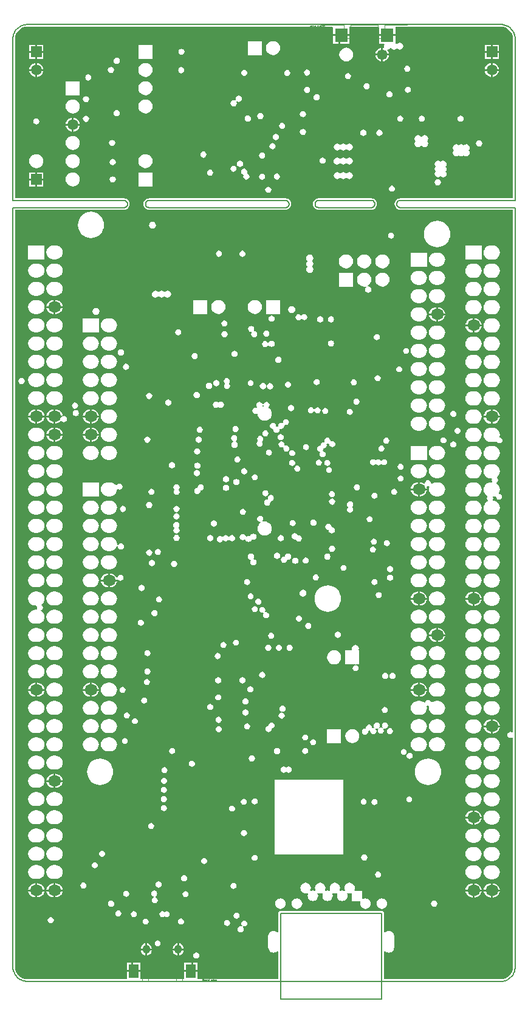
<source format=gbr>
%FSTAX23Y23*%
%MOIN*%
%SFA1B1*%

%IPPOS*%
%ADD55C,0.005000*%
%ADD70C,0.003940*%
%ADD71C,0.001970*%
%ADD73O,0.070870X0.059060*%
%ADD75C,0.059060*%
%ADD77O,0.041340X0.049210*%
%ADD78R,0.055120X0.074800*%
%ADD79R,0.070870X0.074800*%
%ADD80C,0.057090*%
%ADD81R,0.059060X0.059060*%
%ADD84C,0.015000*%
%ADD86C,0.016000*%
%ADD87C,0.025980*%
%LNmb1137-1*%
%LPD*%
G36*
X02262Y03036D02*
X02274Y03032D01*
X02286Y03026*
X02296Y03018*
X02305Y03008*
X02311Y02996*
X02315Y02983*
X02316Y02971*
X02316Y0297*
Y02096*
X01698*
Y02096*
X01689Y02095*
X01682Y02092*
X01675Y02087*
X0167Y02081*
X01667Y02073*
X01666Y02065*
X01667Y02057*
X0167Y02049*
X01675Y02043*
X01682Y02038*
X01689Y02035*
X01698Y02034*
Y02034*
X02316*
Y-00832*
X02311Y-00834*
X02308Y-00832*
X02302Y-00831*
X02295Y-00832*
X0229Y-00836*
X02286Y-00841*
X02285Y-00848*
X02286Y-00854*
X0229Y-00859*
X02295Y-00863*
X02302Y-00864*
X02308Y-00863*
X02311Y-00861*
X02316Y-00863*
Y-0212*
X02316Y-02121*
X02316Y-02121*
X02314Y-02134*
X02311Y-02146*
X02304Y-02158*
X02296Y-02168*
X02286Y-02176*
X02274Y-02183*
X02262Y-02186*
X02249Y-02188*
X02249Y-02188*
X02248Y-02188*
X01609*
Y-02035*
X01614Y-02033*
X01615Y-02034*
X01621Y-02039*
X01628Y-02041*
X01635Y-02042*
X01643Y-02041*
X01649Y-02039*
X01655Y-02034*
X0166Y-02028*
X01663Y-02021*
X01664Y-02014*
Y-01951*
X01663Y-01943*
X0166Y-01936*
X01655Y-0193*
X01649Y-01926*
X01643Y-01923*
X01635Y-01922*
X01628Y-01923*
X01621Y-01926*
X01615Y-0193*
X01614Y-01931*
X01609Y-0193*
Y-01825*
X01608Y-0182*
X01606Y-01816*
X01602Y-01814*
X01598Y-01813*
X0104*
X01035Y-01814*
X01031Y-01816*
X01029Y-0182*
X01028Y-01825*
Y-0193*
X01023Y-01931*
X01022Y-0193*
X01016Y-01926*
X01009Y-01923*
X01002Y-01922*
X00995Y-01923*
X00988Y-01926*
X00982Y-0193*
X00977Y-01936*
X00974Y-01943*
X00973Y-01951*
Y-02014*
X00974Y-02021*
X00977Y-02028*
X00982Y-02034*
X00988Y-02039*
X00995Y-02041*
X01002Y-02042*
X01009Y-02041*
X01016Y-02039*
X01022Y-02034*
X01023Y-02033*
X01028Y-02035*
Y-02188*
X00585*
Y-02147*
X00513*
Y-02188*
X0027*
Y-02147*
X00198*
Y-02188*
X-00348*
X-00349Y-02188*
X-00349*
X-00362Y-02187*
X-00374Y-02183*
X-00386Y-02177*
X-00396Y-02168*
X-00405Y-02158*
X-00411Y-02146*
X-00415Y-02134*
X-00416Y-02121*
X-00416Y-02121*
Y02034*
X00182*
X00182Y02034*
X00182Y02034*
X0019Y02035*
X00197Y02038*
X00204Y02043*
X00209Y02049*
X00212Y02057*
X00213Y02065*
X00212Y02073*
X00209Y02081*
X00204Y02087*
X00197Y02092*
X0019Y02095*
X00182Y02096*
X00182Y02096*
X00182Y02096*
X-00416*
Y0297*
X-00416Y02971*
X-00415Y02983*
X-00411Y02996*
X-00405Y03008*
X-00396Y03018*
X-00386Y03026*
X-00374Y03032*
X-00362Y03036*
X-00349Y03038*
X-00349Y03037*
X01326*
X01329Y03034*
Y02996*
X01418*
Y03034*
Y03037*
X01418Y03037*
X01578*
X01581Y03034*
Y02996*
X0167*
Y03034*
Y03037*
X0167Y03037*
X02249*
X02249Y03038*
X02262Y03036*
G37*
%LNmb1137-2*%
%LPC*%
G36*
X01193Y-00233D02*
X01186Y-00234D01*
X01181Y-00238*
X01177Y-00243*
X01176Y-0025*
X01177Y-00256*
X01181Y-00261*
X01186Y-00265*
X01193Y-00266*
X01199Y-00265*
X01204Y-00261*
X01208Y-00256*
X01209Y-0025*
X01208Y-00243*
X01204Y-00238*
X01199Y-00234*
X01193Y-00233*
G37*
G36*
X00275Y-00216D02*
X00268Y-00217D01*
X00263Y-00221*
X00259Y-00226*
X00258Y-00233*
X00259Y-00239*
X00263Y-00244*
X00268Y-00248*
X00275Y-00249*
X00281Y-00248*
X00286Y-00244*
X0029Y-00239*
X00291Y-00233*
X0029Y-00226*
X00286Y-00221*
X00281Y-00217*
X00275Y-00216*
G37*
G36*
X01905Y-00261D02*
X01905D01*
Y-00295*
X01944*
X01943Y-00289*
X01939Y-0028*
X01933Y-00272*
X01925Y-00266*
X01915Y-00262*
X01905Y-00261*
G37*
G36*
X01355Y-0028D02*
X01348Y-00282D01*
X01342Y-00285*
X01339Y-00291*
X01337Y-00298*
X01339Y-00304*
X01342Y-0031*
X01348Y-00313*
X01355Y-00315*
X01361Y-00313*
X01367Y-0031*
X0137Y-00304*
X01372Y-00298*
X0137Y-00291*
X01367Y-00285*
X01361Y-00282*
X01355Y-0028*
G37*
G36*
X01895Y-00261D02*
X01894D01*
X01884Y-00262*
X01874Y-00266*
X01866Y-00272*
X0186Y-0028*
X01856Y-00289*
X01855Y-00295*
X01895*
Y-00261*
G37*
G36*
X-00194Y-00161D02*
X-00205D01*
X-00215Y-00162*
X-00225Y-00166*
X-00233Y-00172*
X-00239Y-0018*
X-00243Y-00189*
X-00244Y-002*
X-00243Y-0021*
X-00239Y-00219*
X-00233Y-00227*
X-00225Y-00233*
X-00215Y-00237*
X-00205Y-00238*
X-00194*
X-00184Y-00237*
X-00174Y-00233*
X-00166Y-00227*
X-0016Y-00219*
X-00156Y-0021*
X-00155Y-002*
X-00156Y-00189*
X-0016Y-0018*
X-00166Y-00172*
X-00174Y-00166*
X-00184Y-00162*
X-00194Y-00161*
G37*
G36*
X00005D02*
X-00005D01*
X-00015Y-00162*
X-00025Y-00166*
X-00033Y-00172*
X-00039Y-0018*
X-00043Y-00189*
X-00044Y-002*
X-00043Y-0021*
X-00039Y-00219*
X-00033Y-00227*
X-00025Y-00233*
X-00015Y-00237*
X-00005Y-00238*
X00005*
X00015Y-00237*
X00025Y-00233*
X00033Y-00227*
X00039Y-00219*
X00043Y-0021*
X00044Y-002*
X00043Y-00189*
X00039Y-0018*
X00033Y-00172*
X00025Y-00166*
X00015Y-00162*
X00005Y-00161*
G37*
G36*
X-00294Y-00061D02*
X-00305D01*
X-00315Y-00062*
X-00325Y-00066*
X-00333Y-00072*
X-00339Y-0008*
X-00343Y-00089*
X-00344Y-001*
X-00343Y-0011*
X-00339Y-00119*
X-00333Y-00127*
X-00325Y-00133*
X-00315Y-00137*
X-00305Y-00138*
X-00301*
X-00295Y-00142*
X-00295Y-00142*
X-00296Y-00149*
X-00295Y-00155*
X-00294Y-00156*
X-00296Y-00161*
X-00305*
X-00315Y-00162*
X-00325Y-00166*
X-00333Y-00172*
X-00339Y-0018*
X-00343Y-00189*
X-00344Y-002*
X-00343Y-0021*
X-00339Y-00219*
X-00333Y-00227*
X-00325Y-00233*
X-00315Y-00237*
X-00305Y-00238*
X-00294*
X-00284Y-00237*
X-00274Y-00233*
X-00266Y-00227*
X-0026Y-00219*
X-00256Y-0021*
X-00255Y-002*
X-00256Y-00189*
X-0026Y-0018*
X-00266Y-00172*
X-00274Y-00166*
X-00274Y-00164*
X-00273Y-00164*
X-00268Y-0016*
X-00264Y-00155*
X-00263Y-00149*
X-00264Y-00142*
X-00268Y-00137*
X-00273Y-00133*
X-00273Y-00132*
X-00266Y-00127*
X-0026Y-00119*
X-00256Y-0011*
X-00255Y-001*
X-00256Y-00089*
X-0026Y-0008*
X-00266Y-00072*
X-00274Y-00066*
X-00284Y-00062*
X-00294Y-00061*
G37*
G36*
X02105Y-00162D02*
X02094D01*
X02084Y-00163*
X02074Y-00167*
X02066Y-00173*
X0206Y-00181*
X02056Y-0019*
X02055Y-00201*
X02056Y-00211*
X0206Y-0022*
X02066Y-00228*
X02074Y-00234*
X02084Y-00238*
X02094Y-00239*
X02105*
X02115Y-00238*
X02125Y-00234*
X02133Y-00228*
X02139Y-0022*
X02143Y-00211*
X02144Y-00201*
X02143Y-0019*
X02139Y-00181*
X02133Y-00173*
X02125Y-00167*
X02115Y-00163*
X02105Y-00162*
G37*
G36*
X02205D02*
X02194D01*
X02184Y-00163*
X02174Y-00167*
X02166Y-00173*
X0216Y-00181*
X02156Y-0019*
X02155Y-00201*
X02156Y-00211*
X0216Y-0022*
X02166Y-00228*
X02174Y-00234*
X02184Y-00238*
X02194Y-00239*
X02205*
X02215Y-00238*
X02225Y-00234*
X02233Y-00228*
X02239Y-0022*
X02243Y-00211*
X02244Y-00201*
X02243Y-0019*
X02239Y-00181*
X02233Y-00173*
X02225Y-00167*
X02215Y-00163*
X02205Y-00162*
G37*
G36*
X0099Y-00287D02*
X00983Y-00288D01*
X00978Y-00292*
X00974Y-00297*
X00973Y-00304*
X00974Y-0031*
X00978Y-00315*
X00983Y-00319*
X0099Y-0032*
X00996Y-00319*
X01001Y-00315*
X01005Y-0031*
X01006Y-00304*
X01005Y-00297*
X01001Y-00292*
X00996Y-00288*
X0099Y-00287*
G37*
G36*
X-00294Y-00261D02*
X-00305D01*
X-00315Y-00262*
X-00325Y-00266*
X-00333Y-00272*
X-00339Y-0028*
X-00343Y-00289*
X-00344Y-003*
X-00343Y-0031*
X-00339Y-00319*
X-00333Y-00327*
X-00325Y-00333*
X-00315Y-00337*
X-00305Y-00338*
X-00294*
X-00284Y-00337*
X-00274Y-00333*
X-00266Y-00327*
X-0026Y-00319*
X-00256Y-0031*
X-00255Y-003*
X-00256Y-00289*
X-0026Y-0028*
X-00266Y-00272*
X-00274Y-00266*
X-00284Y-00262*
X-00294Y-00261*
G37*
G36*
X-00194D02*
X-00205D01*
X-00215Y-00262*
X-00225Y-00266*
X-00233Y-00272*
X-00239Y-0028*
X-00243Y-00289*
X-00244Y-003*
X-00243Y-0031*
X-00239Y-00319*
X-00233Y-00327*
X-00225Y-00333*
X-00215Y-00337*
X-00205Y-00338*
X-00194*
X-00184Y-00337*
X-00174Y-00333*
X-00166Y-00327*
X-0016Y-00319*
X-00156Y-0031*
X-00155Y-003*
X-00156Y-00289*
X-0016Y-0028*
X-00166Y-00272*
X-00174Y-00266*
X-00184Y-00262*
X-00194Y-00261*
G37*
G36*
X02205Y-00262D02*
X02194D01*
X02184Y-00263*
X02174Y-00267*
X02166Y-00273*
X0216Y-00281*
X02156Y-0029*
X02155Y-00301*
X02156Y-00311*
X0216Y-0032*
X02166Y-00328*
X02174Y-00334*
X02184Y-00338*
X02194Y-00339*
X02205*
X02215Y-00338*
X02225Y-00334*
X02233Y-00328*
X02239Y-0032*
X02243Y-00311*
X02244Y-00301*
X02243Y-0029*
X02239Y-00281*
X02233Y-00273*
X02225Y-00267*
X02215Y-00263*
X02205Y-00262*
G37*
G36*
X00796Y-00325D02*
X00789Y-00326D01*
X00784Y-0033*
X0078Y-00335*
X00779Y-00342*
X0078Y-00348*
X00784Y-00353*
X00789Y-00357*
X00796Y-00358*
X00802Y-00357*
X00807Y-00353*
X00811Y-00348*
X00812Y-00342*
X00811Y-00335*
X00807Y-0033*
X00802Y-00326*
X00796Y-00325*
G37*
G36*
X02105Y-00262D02*
X02094D01*
X02084Y-00263*
X02074Y-00267*
X02066Y-00273*
X0206Y-00281*
X02056Y-0029*
X02055Y-00301*
X02056Y-00311*
X0206Y-0032*
X02066Y-00328*
X02074Y-00334*
X02084Y-00338*
X02094Y-00339*
X02105*
X02115Y-00338*
X02125Y-00334*
X02133Y-00328*
X02139Y-0032*
X02143Y-00311*
X02144Y-00301*
X02143Y-0029*
X02139Y-00281*
X02133Y-00273*
X02125Y-00267*
X02115Y-00263*
X02105Y-00262*
G37*
G36*
X01895Y-00305D02*
X01855D01*
X01856Y-0031*
X0186Y-00319*
X01866Y-00327*
X01874Y-00333*
X01884Y-00337*
X01894Y-00338*
X01895*
Y-00305*
G37*
G36*
X01944D02*
X01905D01*
Y-00338*
X01905*
X01915Y-00337*
X01925Y-00333*
X01933Y-00327*
X01939Y-00319*
X01943Y-0031*
X01944Y-00305*
G37*
G36*
X01805Y-00261D02*
X01794D01*
X01784Y-00262*
X01774Y-00266*
X01766Y-00272*
X0176Y-0028*
X01756Y-00289*
X01755Y-003*
X01756Y-0031*
X0176Y-00319*
X01766Y-00327*
X01774Y-00333*
X01784Y-00337*
X01794Y-00338*
X01805*
X01815Y-00337*
X01825Y-00333*
X01833Y-00327*
X01839Y-00319*
X01843Y-0031*
X01844Y-003*
X01843Y-00289*
X01839Y-0028*
X01833Y-00272*
X01825Y-00266*
X01815Y-00262*
X01805Y-00261*
G37*
G36*
X00005D02*
X-00005D01*
X-00015Y-00262*
X-00025Y-00266*
X-00033Y-00272*
X-00039Y-0028*
X-00043Y-00289*
X-00044Y-003*
X-00043Y-0031*
X-00039Y-00319*
X-00033Y-00327*
X-00025Y-00333*
X-00015Y-00337*
X-00005Y-00338*
X00005*
X00015Y-00337*
X00025Y-00333*
X00033Y-00327*
X00039Y-00319*
X00043Y-0031*
X00044Y-003*
X00043Y-00289*
X00039Y-0028*
X00033Y-00272*
X00025Y-00266*
X00015Y-00262*
X00005Y-00261*
G37*
G36*
X00105D02*
X00094D01*
X00084Y-00262*
X00074Y-00266*
X00066Y-00272*
X0006Y-0028*
X00056Y-00289*
X00055Y-003*
X00056Y-0031*
X0006Y-00319*
X00066Y-00327*
X00074Y-00333*
X00084Y-00337*
X00094Y-00338*
X00105*
X00115Y-00337*
X00125Y-00333*
X00133Y-00327*
X00139Y-00319*
X00143Y-0031*
X00144Y-003*
X00143Y-00289*
X00139Y-0028*
X00133Y-00272*
X00125Y-00266*
X00115Y-00262*
X00105Y-00261*
G37*
G36*
X01795Y-00105D02*
X01755D01*
X01756Y-0011*
X0176Y-00119*
X01766Y-00127*
X01774Y-00133*
X01784Y-00137*
X01794Y-00138*
X01795*
Y-00105*
G37*
G36*
X01844D02*
X01805D01*
Y-00138*
X01805*
X01815Y-00137*
X01825Y-00133*
X01833Y-00127*
X01839Y-00119*
X01843Y-0011*
X01844Y-00105*
G37*
G36*
X00105Y-00061D02*
X00094D01*
X00084Y-00062*
X00074Y-00066*
X00066Y-00072*
X0006Y-0008*
X00056Y-00089*
X00055Y-001*
X00056Y-0011*
X0006Y-00119*
X00066Y-00127*
X00074Y-00133*
X00084Y-00137*
X00094Y-00138*
X00105*
X00115Y-00137*
X00125Y-00133*
X00133Y-00127*
X00139Y-00119*
X00143Y-0011*
X00144Y-001*
X00143Y-00089*
X00139Y-0008*
X00133Y-00072*
X00125Y-00066*
X00115Y-00062*
X00105Y-00061*
G37*
G36*
X-00194D02*
X-00205D01*
X-00215Y-00062*
X-00225Y-00066*
X-00233Y-00072*
X-00239Y-0008*
X-00243Y-00089*
X-00244Y-001*
X-00243Y-0011*
X-00239Y-00119*
X-00233Y-00127*
X-00225Y-00133*
X-00215Y-00137*
X-00205Y-00138*
X-00194*
X-00184Y-00137*
X-00174Y-00133*
X-00166Y-00127*
X-0016Y-00119*
X-00156Y-0011*
X-00155Y-001*
X-00156Y-00089*
X-0016Y-0008*
X-00166Y-00072*
X-00174Y-00066*
X-00184Y-00062*
X-00194Y-00061*
G37*
G36*
X00005D02*
X-00005D01*
X-00015Y-00062*
X-00025Y-00066*
X-00033Y-00072*
X-00039Y-0008*
X-00043Y-00089*
X-00044Y-001*
X-00043Y-0011*
X-00039Y-00119*
X-00033Y-00127*
X-00025Y-00133*
X-00015Y-00137*
X-00005Y-00138*
X00005*
X00015Y-00137*
X00025Y-00133*
X00033Y-00127*
X00039Y-00119*
X00043Y-0011*
X00044Y-001*
X00043Y-00089*
X00039Y-0008*
X00033Y-00072*
X00025Y-00066*
X00015Y-00062*
X00005Y-00061*
G37*
G36*
X00877Y-0007D02*
X0087Y-00071D01*
X00865Y-00075*
X00861Y-0008*
X0086Y-00087*
X00861Y-00093*
X00865Y-00098*
X0087Y-00102*
X00877Y-00103*
X00883Y-00102*
X00888Y-00098*
X00892Y-00093*
X00893Y-00087*
X00892Y-0008*
X00888Y-00075*
X00883Y-00071*
X00877Y-0007*
G37*
G36*
X0158Y-00063D02*
X01573Y-00065D01*
X01568Y-00068*
X01564Y-00074*
X01563Y-0008*
X01564Y-00087*
X01568Y-00092*
X01573Y-00096*
X0158Y-00097*
X01586Y-00096*
X01591Y-00092*
X01595Y-00087*
X01596Y-0008*
X01595Y-00074*
X01591Y-00068*
X01586Y-00065*
X0158Y-00063*
G37*
G36*
X00374Y-00088D02*
X00367Y-00089D01*
X00362Y-00093*
X00358Y-00098*
X00357Y-00105*
X00358Y-00111*
X00362Y-00116*
X00367Y-0012*
X00374Y-00121*
X0038Y-0012*
X00385Y-00116*
X00389Y-00111*
X0039Y-00105*
X00389Y-00098*
X00385Y-00093*
X0038Y-00089*
X00374Y-00088*
G37*
G36*
X01905Y-00061D02*
X01894D01*
X01884Y-00062*
X01874Y-00066*
X01866Y-00072*
X0186Y-0008*
X01856Y-00089*
X01855Y-001*
X01856Y-0011*
X0186Y-00119*
X01866Y-00127*
X01874Y-00133*
X01884Y-00137*
X01894Y-00138*
X01905*
X01915Y-00137*
X01925Y-00133*
X01933Y-00127*
X01939Y-00119*
X01943Y-0011*
X01944Y-001*
X01943Y-00089*
X01939Y-0008*
X01933Y-00072*
X01925Y-00066*
X01915Y-00062*
X01905Y-00061*
G37*
G36*
X00919Y-001D02*
X00912Y-00101D01*
X00907Y-00105*
X00903Y-0011*
X00902Y-00117*
X00903Y-00123*
X00907Y-00128*
X00912Y-00132*
X00919Y-00133*
X00925Y-00132*
X0093Y-00128*
X00934Y-00123*
X00935Y-00117*
X00934Y-0011*
X0093Y-00105*
X00925Y-00101*
X00919Y-001*
G37*
G36*
X02205Y-00062D02*
X02194D01*
X02184Y-00063*
X02174Y-00067*
X02166Y-00073*
X0216Y-00081*
X02156Y-0009*
X02155Y-00101*
X02156Y-00111*
X0216Y-0012*
X02166Y-00128*
X02174Y-00134*
X02184Y-00138*
X02194Y-00139*
X02205*
X02215Y-00138*
X02225Y-00134*
X02233Y-00128*
X02239Y-0012*
X02243Y-00111*
X02244Y-00101*
X02243Y-0009*
X02239Y-00081*
X02233Y-00073*
X02225Y-00067*
X02215Y-00063*
X02205Y-00062*
G37*
G36*
X01142Y-00193D02*
X01135Y-00194D01*
X0113Y-00197*
X01126Y-00203*
X01125Y-00209*
X01126Y-00216*
X0113Y-00221*
X01135Y-00225*
X01142Y-00226*
X01148Y-00225*
X01153Y-00221*
X01157Y-00216*
X01158Y-00209*
X01157Y-00203*
X01153Y-00197*
X01148Y-00194*
X01142Y-00193*
G37*
G36*
X00941Y-00145D02*
X00934Y-00146D01*
X00929Y-0015*
X00925Y-00155*
X00924Y-00162*
X00925Y-00168*
X00929Y-00173*
X00934Y-00177*
X00941Y-00178*
X00945Y-00177*
X00948Y-00181*
X00946Y-00184*
X00945Y-00191*
X00946Y-00197*
X0095Y-00202*
X00955Y-00206*
X00962Y-00207*
X00968Y-00206*
X00973Y-00202*
X00977Y-00197*
X00978Y-00191*
X00977Y-00184*
X00973Y-00179*
X00968Y-00175*
X00962Y-00174*
X00957Y-00175*
X00954Y-00171*
X00956Y-00168*
X00957Y-00162*
X00956Y-00155*
X00952Y-0015*
X00947Y-00146*
X00941Y-00145*
G37*
G36*
X01905Y-00161D02*
X01894D01*
X01884Y-00162*
X01874Y-00166*
X01866Y-00172*
X0186Y-0018*
X01856Y-00189*
X01855Y-002*
X01856Y-0021*
X0186Y-00219*
X01866Y-00227*
X01874Y-00233*
X01884Y-00237*
X01894Y-00238*
X01905*
X01915Y-00237*
X01925Y-00233*
X01933Y-00227*
X01939Y-00219*
X01943Y-0021*
X01944Y-002*
X01943Y-00189*
X01939Y-0018*
X01933Y-00172*
X01925Y-00166*
X01915Y-00162*
X01905Y-00161*
G37*
G36*
X00105D02*
X00094D01*
X00084Y-00162*
X00074Y-00166*
X00066Y-00172*
X0006Y-0018*
X00056Y-00189*
X00055Y-002*
X00056Y-0021*
X0006Y-00219*
X00066Y-00227*
X00074Y-00233*
X00084Y-00237*
X00094Y-00238*
X00105*
X00115Y-00237*
X00125Y-00233*
X00133Y-00227*
X00139Y-00219*
X00143Y-0021*
X00144Y-002*
X00143Y-00189*
X00139Y-0018*
X00133Y-00172*
X00125Y-00166*
X00115Y-00162*
X00105Y-00161*
G37*
G36*
X01805D02*
X01794D01*
X01784Y-00162*
X01774Y-00166*
X01766Y-00172*
X0176Y-0018*
X01756Y-00189*
X01755Y-002*
X01756Y-0021*
X0176Y-00219*
X01766Y-00227*
X01774Y-00233*
X01784Y-00237*
X01794Y-00238*
X01805*
X01815Y-00237*
X01825Y-00233*
X01833Y-00227*
X01839Y-00219*
X01843Y-0021*
X01844Y-002*
X01843Y-00189*
X01839Y-0018*
X01833Y-00172*
X01825Y-00166*
X01815Y-00162*
X01805Y-00161*
G37*
G36*
X02095Y-00106D02*
X02055D01*
X02056Y-00111*
X0206Y-0012*
X02066Y-00128*
X02074Y-00134*
X02084Y-00138*
X02094Y-00139*
X02095*
Y-00106*
G37*
G36*
X02144D02*
X02105D01*
Y-00139*
X02105*
X02115Y-00138*
X02125Y-00134*
X02133Y-00128*
X02139Y-0012*
X02143Y-00111*
X02144Y-00106*
G37*
G36*
X013Y-00027D02*
X01285Y-00029D01*
X01272Y-00033*
X01259Y-00039*
X01248Y-00048*
X01239Y-00059*
X01233Y-00072*
X01229Y-00085*
X01227Y-001*
X01229Y-00114*
X01233Y-00127*
X01239Y-0014*
X01248Y-00151*
X01259Y-0016*
X01272Y-00166*
X01285Y-0017*
X013Y-00172*
X01314Y-0017*
X01327Y-00166*
X0134Y-0016*
X01351Y-00151*
X0136Y-0014*
X01366Y-00127*
X0137Y-00114*
X01372Y-001*
X0137Y-00085*
X01366Y-00072*
X0136Y-00059*
X01351Y-00048*
X0134Y-00039*
X01327Y-00033*
X01314Y-00029*
X013Y-00027*
G37*
G36*
X00349Y-00163D02*
X00342Y-00164D01*
X00337Y-00168*
X00333Y-00173*
X00332Y-0018*
X00333Y-00186*
X00337Y-00191*
X00342Y-00195*
X00349Y-00196*
X00355Y-00195*
X0036Y-00191*
X00364Y-00186*
X00365Y-0018*
X00364Y-00173*
X0036Y-00168*
X00355Y-00164*
X00349Y-00163*
G37*
G36*
X009Y-00141D02*
X00893Y-00142D01*
X00888Y-00146*
X00884Y-00151*
X00883Y-00158*
X00884Y-00164*
X00888Y-00169*
X00893Y-00173*
X009Y-00174*
X00906Y-00173*
X00911Y-00169*
X00915Y-00164*
X00916Y-00158*
X00915Y-00151*
X00911Y-00146*
X00906Y-00142*
X009Y-00141*
G37*
G36*
X00727Y-00337D02*
X00721Y-00339D01*
X00715Y-00342*
X00712Y-00348*
X0071Y-00354*
X00712Y-0036*
X00715Y-00366*
X00721Y-00369*
X00727Y-00371*
X00734Y-00369*
X00739Y-00366*
X00743Y-0036*
X00744Y-00354*
X00743Y-00348*
X00739Y-00342*
X00734Y-00339*
X00727Y-00337*
G37*
G36*
X00832Y-0053D02*
X00825Y-00532D01*
X00819Y-00535*
X00816Y-00541*
X00814Y-00548*
X00816Y-00554*
X00819Y-0056*
X00825Y-00563*
X00832Y-00565*
X00838Y-00563*
X00844Y-0056*
X00847Y-00554*
X00849Y-00548*
X00847Y-00541*
X00844Y-00535*
X00838Y-00532*
X00832Y-0053*
G37*
G36*
X01615Y-00507D02*
X01608Y-00508D01*
X01603Y-00512*
X01599Y-00517*
X01598Y-00524*
X01599Y-0053*
X01603Y-00535*
X01608Y-00539*
X01615Y-0054*
X01621Y-00539*
X01626Y-00535*
X0163Y-0053*
X01631Y-00524*
X0163Y-00517*
X01626Y-00512*
X01621Y-00508*
X01615Y-00507*
G37*
G36*
X00699Y-00531D02*
X00692Y-00532D01*
X00687Y-00536*
X00683Y-00541*
X00682Y-00548*
X00683Y-00555*
X00687Y-0056*
X00692Y-00564*
X00699Y-00565*
X00706Y-00564*
X00711Y-0056*
X00715Y-00555*
X00716Y-00548*
X00715Y-00541*
X00711Y-00536*
X00706Y-00532*
X00699Y-00531*
G37*
G36*
X01805Y-00561D02*
X01805D01*
Y-00595*
X01844*
X01843Y-00589*
X01839Y-0058*
X01833Y-00572*
X01825Y-00566*
X01815Y-00562*
X01805Y-00561*
G37*
G36*
X00308Y-00541D02*
X00301Y-00542D01*
X00296Y-00546*
X00292Y-00551*
X00291Y-00557*
X00292Y-00564*
X00296Y-00569*
X00301Y-00573*
X00308Y-00574*
X00314Y-00573*
X00319Y-00569*
X00323Y-00564*
X00324Y-00557*
X00323Y-00551*
X00319Y-00546*
X00314Y-00542*
X00308Y-00541*
G37*
G36*
X-00294Y-00461D02*
X-00305D01*
X-00315Y-00462*
X-00325Y-00466*
X-00333Y-00472*
X-00339Y-0048*
X-00343Y-00489*
X-00344Y-005*
X-00343Y-0051*
X-00339Y-00519*
X-00333Y-00527*
X-00325Y-00533*
X-00315Y-00537*
X-00305Y-00538*
X-00294*
X-00284Y-00537*
X-00274Y-00533*
X-00266Y-00527*
X-0026Y-00519*
X-00256Y-0051*
X-00255Y-005*
X-00256Y-00489*
X-0026Y-0048*
X-00266Y-00472*
X-00274Y-00466*
X-00284Y-00462*
X-00294Y-00461*
G37*
G36*
X-00194D02*
X-00205D01*
X-00215Y-00462*
X-00225Y-00466*
X-00233Y-00472*
X-00239Y-0048*
X-00243Y-00489*
X-00244Y-005*
X-00243Y-0051*
X-00239Y-00519*
X-00233Y-00527*
X-00225Y-00533*
X-00215Y-00537*
X-00205Y-00538*
X-00194*
X-00184Y-00537*
X-00174Y-00533*
X-00166Y-00527*
X-0016Y-00519*
X-00156Y-0051*
X-00155Y-005*
X-00156Y-00489*
X-0016Y-0048*
X-00166Y-00472*
X-00174Y-00466*
X-00184Y-00462*
X-00194Y-00461*
G37*
G36*
X02205Y-00462D02*
X02194D01*
X02184Y-00463*
X02174Y-00467*
X02166Y-00473*
X0216Y-00481*
X02156Y-0049*
X02155Y-00501*
X02156Y-00511*
X0216Y-0052*
X02166Y-00528*
X02174Y-00534*
X02184Y-00538*
X02194Y-00539*
X02205*
X02215Y-00538*
X02225Y-00534*
X02233Y-00528*
X02239Y-0052*
X02243Y-00511*
X02244Y-00501*
X02243Y-0049*
X02239Y-00481*
X02233Y-00473*
X02225Y-00467*
X02215Y-00463*
X02205Y-00462*
G37*
G36*
X01655Y-00507D02*
X01648Y-00508D01*
X01643Y-00512*
X01639Y-00517*
X01638Y-00524*
X01639Y-0053*
X01643Y-00535*
X01648Y-00539*
X01655Y-0054*
X01661Y-00539*
X01666Y-00535*
X0167Y-0053*
X01671Y-00524*
X0167Y-00517*
X01666Y-00512*
X01661Y-00508*
X01655Y-00507*
G37*
G36*
X02105Y-00462D02*
X02094D01*
X02084Y-00463*
X02074Y-00467*
X02066Y-00473*
X0206Y-00481*
X02056Y-0049*
X02055Y-00501*
X02056Y-00511*
X0206Y-0052*
X02066Y-00528*
X02074Y-00534*
X02084Y-00538*
X02094Y-00539*
X02105*
X02115Y-00538*
X02125Y-00534*
X02133Y-00528*
X02139Y-0052*
X02143Y-00511*
X02144Y-00501*
X02143Y-0049*
X02139Y-00481*
X02133Y-00473*
X02125Y-00467*
X02115Y-00463*
X02105Y-00462*
G37*
G36*
X01795Y-00561D02*
X01794D01*
X01784Y-00562*
X01774Y-00566*
X01766Y-00572*
X0176Y-0058*
X01756Y-00589*
X01755Y-00595*
X01795*
Y-00561*
G37*
G36*
X01905D02*
X01894D01*
X01884Y-00562*
X01874Y-00566*
X01866Y-00572*
X0186Y-0058*
X01856Y-00589*
X01855Y-006*
X01856Y-0061*
X0186Y-00619*
X01866Y-00627*
X01874Y-00633*
X01884Y-00637*
X01894Y-00638*
X01905*
X01915Y-00637*
X01925Y-00633*
X01933Y-00627*
X01939Y-00619*
X01943Y-0061*
X01944Y-006*
X01943Y-00589*
X01939Y-0058*
X01933Y-00572*
X01925Y-00566*
X01915Y-00562*
X01905Y-00561*
G37*
G36*
X00174Y-00584D02*
X00167Y-00585D01*
X00162Y-00589*
X00158Y-00594*
X00157Y-00601*
X00158Y-00607*
X00162Y-00612*
X00167Y-00616*
X00174Y-00617*
X0018Y-00616*
X00185Y-00612*
X00189Y-00607*
X0019Y-00601*
X00189Y-00594*
X00185Y-00589*
X0018Y-00585*
X00174Y-00584*
G37*
G36*
X01844Y-00605D02*
X01805D01*
Y-00638*
X01805*
X01815Y-00637*
X01825Y-00633*
X01833Y-00627*
X01839Y-00619*
X01843Y-0061*
X01844Y-00605*
G37*
G36*
X00105Y-00561D02*
X00094D01*
X00084Y-00562*
X00074Y-00566*
X00066Y-00572*
X0006Y-0058*
X00056Y-00589*
X00055Y-006*
X00056Y-0061*
X0006Y-00619*
X00066Y-00627*
X00074Y-00633*
X00084Y-00637*
X00094Y-00638*
X00105*
X00115Y-00637*
X00125Y-00633*
X00133Y-00627*
X00139Y-00619*
X00143Y-0061*
X00144Y-006*
X00143Y-00589*
X00139Y-0058*
X00133Y-00572*
X00125Y-00566*
X00115Y-00562*
X00105Y-00561*
G37*
G36*
X01795Y-00605D02*
X01755D01*
X01756Y-0061*
X0176Y-00619*
X01766Y-00627*
X01774Y-00633*
X01784Y-00637*
X01794Y-00638*
X01795*
Y-00605*
G37*
G36*
X-00005Y-00561D02*
X-00005D01*
X-00015Y-00562*
X-00025Y-00566*
X-00033Y-00572*
X-00039Y-0058*
X-00043Y-00589*
X-00044Y-00595*
X-00005*
Y-00561*
G37*
G36*
X00005D02*
X00005D01*
Y-00595*
X00044*
X00043Y-00589*
X00039Y-0058*
X00033Y-00572*
X00025Y-00566*
X00015Y-00562*
X00005Y-00561*
G37*
G36*
X-00294D02*
X-00295D01*
Y-00595*
X-00255*
X-00256Y-00589*
X-0026Y-0058*
X-00266Y-00572*
X-00274Y-00566*
X-00284Y-00562*
X-00294Y-00561*
G37*
G36*
X00875Y-00581D02*
X00868Y-00582D01*
X00863Y-00586*
X00859Y-00591*
X00858Y-00598*
X00859Y-00604*
X00863Y-0061*
X00868Y-00613*
X00875Y-00614*
X00881Y-00613*
X00887Y-0061*
X0089Y-00604*
X00891Y-00598*
X0089Y-00591*
X00887Y-00586*
X00881Y-00582*
X00875Y-00581*
G37*
G36*
X-00305Y-00561D02*
X-00305D01*
X-00315Y-00562*
X-00325Y-00566*
X-00333Y-00572*
X-00339Y-0058*
X-00343Y-00589*
X-00344Y-00595*
X-00305*
Y-00561*
G37*
G36*
X01805Y-00361D02*
X01794D01*
X01784Y-00362*
X01774Y-00366*
X01766Y-00372*
X0176Y-0038*
X01756Y-00389*
X01755Y-004*
X01756Y-0041*
X0176Y-00419*
X01766Y-00427*
X01774Y-00433*
X01784Y-00437*
X01794Y-00438*
X01805*
X01815Y-00437*
X01825Y-00433*
X01833Y-00427*
X01839Y-00419*
X01843Y-0041*
X01844Y-004*
X01843Y-00389*
X01839Y-0038*
X01833Y-00372*
X01825Y-00366*
X01815Y-00362*
X01805Y-00361*
G37*
G36*
X01905D02*
X01894D01*
X01884Y-00362*
X01874Y-00366*
X01866Y-00372*
X0186Y-0038*
X01856Y-00389*
X01855Y-004*
X01856Y-0041*
X0186Y-00419*
X01866Y-00427*
X01874Y-00433*
X01884Y-00437*
X01894Y-00438*
X01905*
X01915Y-00437*
X01925Y-00433*
X01933Y-00427*
X01939Y-00419*
X01943Y-0041*
X01944Y-004*
X01943Y-00389*
X01939Y-0038*
X01933Y-00372*
X01925Y-00366*
X01915Y-00362*
X01905Y-00361*
G37*
G36*
X00105D02*
X00094D01*
X00084Y-00362*
X00074Y-00366*
X00066Y-00372*
X0006Y-0038*
X00056Y-00389*
X00055Y-004*
X00056Y-0041*
X0006Y-00419*
X00066Y-00427*
X00074Y-00433*
X00084Y-00437*
X00094Y-00438*
X00105*
X00115Y-00437*
X00125Y-00433*
X00133Y-00427*
X00139Y-00419*
X00143Y-0041*
X00144Y-004*
X00143Y-00389*
X00139Y-0038*
X00133Y-00372*
X00125Y-00366*
X00115Y-00362*
X00105Y-00361*
G37*
G36*
X-00194D02*
X-00205D01*
X-00215Y-00362*
X-00225Y-00366*
X-00233Y-00372*
X-00239Y-0038*
X-00243Y-00389*
X-00244Y-004*
X-00243Y-0041*
X-00239Y-00419*
X-00233Y-00427*
X-00225Y-00433*
X-00215Y-00437*
X-00205Y-00438*
X-00194*
X-00184Y-00437*
X-00174Y-00433*
X-00166Y-00427*
X-0016Y-00419*
X-00156Y-0041*
X-00155Y-004*
X-00156Y-00389*
X-0016Y-0038*
X-00166Y-00372*
X-00174Y-00366*
X-00184Y-00362*
X-00194Y-00361*
G37*
G36*
X00005D02*
X-00005D01*
X-00015Y-00362*
X-00025Y-00366*
X-00033Y-00372*
X-00039Y-0038*
X-00043Y-00389*
X-00044Y-004*
X-00043Y-0041*
X-00039Y-00419*
X-00033Y-00427*
X-00025Y-00433*
X-00015Y-00437*
X-00005Y-00438*
X00005*
X00015Y-00437*
X00025Y-00433*
X00033Y-00427*
X00039Y-00419*
X00043Y-0041*
X00044Y-004*
X00043Y-00389*
X00039Y-0038*
X00033Y-00372*
X00025Y-00366*
X00015Y-00362*
X00005Y-00361*
G37*
G36*
X01032Y-00353D02*
X01025Y-00354D01*
X0102Y-00358*
X01016Y-00363*
X01015Y-0037*
X01016Y-00376*
X0102Y-00381*
X01025Y-00385*
X01032Y-00386*
X01038Y-00385*
X01043Y-00381*
X01047Y-00376*
X01048Y-0037*
X01047Y-00363*
X01043Y-00358*
X01038Y-00354*
X01032Y-00353*
G37*
G36*
X01091D02*
X01084Y-00354D01*
X01079Y-00358*
X01075Y-00363*
X01074Y-0037*
X01075Y-00376*
X01079Y-00381*
X01084Y-00385*
X01091Y-00386*
X01097Y-00385*
X01102Y-00381*
X01106Y-00376*
X01107Y-0037*
X01106Y-00363*
X01102Y-00358*
X01097Y-00354*
X01091Y-00353*
G37*
G36*
X00974Y-00352D02*
X00967Y-00353D01*
X00961Y-00357*
X00958Y-00363*
X00956Y-00369*
X00958Y-00376*
X00961Y-00381*
X00967Y-00385*
X00974Y-00386*
X0098Y-00385*
X00986Y-00381*
X00989Y-00376*
X00991Y-00369*
X00989Y-00363*
X00986Y-00357*
X0098Y-00353*
X00974Y-00352*
G37*
G36*
X00696Y-00398D02*
X00689Y-004D01*
X00684Y-00403*
X0068Y-00409*
X00679Y-00415*
X0068Y-00421*
X00684Y-00427*
X00689Y-0043*
X00696Y-00432*
X00702Y-0043*
X00707Y-00427*
X00711Y-00421*
X00712Y-00415*
X00711Y-00409*
X00707Y-00403*
X00702Y-004*
X00696Y-00398*
G37*
G36*
X00311Y-00382D02*
X00304Y-00383D01*
X00299Y-00387*
X00295Y-00392*
X00294Y-00399*
X00295Y-00405*
X00299Y-0041*
X00304Y-00414*
X00311Y-00415*
X00317Y-00414*
X00322Y-0041*
X00326Y-00405*
X00327Y-00399*
X00326Y-00392*
X00322Y-00387*
X00317Y-00383*
X00311Y-00382*
G37*
G36*
X-00294Y-00361D02*
X-00305D01*
X-00315Y-00362*
X-00325Y-00366*
X-00333Y-00372*
X-00339Y-0038*
X-00343Y-00389*
X-00344Y-004*
X-00343Y-0041*
X-00339Y-00419*
X-00333Y-00427*
X-00325Y-00433*
X-00315Y-00437*
X-00305Y-00438*
X-00294*
X-00284Y-00437*
X-00274Y-00433*
X-00266Y-00427*
X-0026Y-00419*
X-00256Y-0041*
X-00255Y-004*
X-00256Y-00389*
X-0026Y-0038*
X-00266Y-00372*
X-00274Y-00366*
X-00284Y-00362*
X-00294Y-00361*
G37*
G36*
X01905Y-00461D02*
X01894D01*
X01884Y-00462*
X01874Y-00466*
X01866Y-00472*
X0186Y-0048*
X01856Y-00489*
X01855Y-005*
X01856Y-0051*
X0186Y-00519*
X01866Y-00527*
X01874Y-00533*
X01884Y-00537*
X01894Y-00538*
X01905*
X01915Y-00537*
X01925Y-00533*
X01933Y-00527*
X01939Y-00519*
X01943Y-0051*
X01944Y-005*
X01943Y-00489*
X01939Y-0048*
X01933Y-00472*
X01925Y-00466*
X01915Y-00462*
X01905Y-00461*
G37*
G36*
X00941Y-00501D02*
X00934Y-00503D01*
X00928Y-00506*
X00925Y-00512*
X00923Y-00519*
X00925Y-00525*
X00928Y-00531*
X00934Y-00534*
X00941Y-00536*
X00947Y-00534*
X00953Y-00531*
X00956Y-00525*
X00958Y-00519*
X00956Y-00512*
X00953Y-00506*
X00947Y-00503*
X00941Y-00501*
G37*
G36*
X01805Y-00461D02*
X01794D01*
X01784Y-00462*
X01774Y-00466*
X01766Y-00472*
X0176Y-0048*
X01756Y-00489*
X01755Y-005*
X01756Y-0051*
X0176Y-00519*
X01766Y-00527*
X01774Y-00533*
X01784Y-00537*
X01794Y-00538*
X01805*
X01815Y-00537*
X01825Y-00533*
X01833Y-00527*
X01839Y-00519*
X01843Y-0051*
X01844Y-005*
X01843Y-00489*
X01839Y-0048*
X01833Y-00472*
X01825Y-00466*
X01815Y-00462*
X01805Y-00461*
G37*
G36*
X00005D02*
X-00005D01*
X-00015Y-00462*
X-00025Y-00466*
X-00033Y-00472*
X-00039Y-0048*
X-00043Y-00489*
X-00044Y-005*
X-00043Y-0051*
X-00039Y-00519*
X-00033Y-00527*
X-00025Y-00533*
X-00015Y-00537*
X-00005Y-00538*
X00005*
X00015Y-00537*
X00025Y-00533*
X00033Y-00527*
X00039Y-00519*
X00043Y-0051*
X00044Y-005*
X00043Y-00489*
X00039Y-0048*
X00033Y-00472*
X00025Y-00466*
X00015Y-00462*
X00005Y-00461*
G37*
G36*
X00105D02*
X00094D01*
X00084Y-00462*
X00074Y-00466*
X00066Y-00472*
X0006Y-0048*
X00056Y-00489*
X00055Y-005*
X00056Y-0051*
X0006Y-00519*
X00066Y-00527*
X00074Y-00533*
X00084Y-00537*
X00094Y-00538*
X00105*
X00115Y-00537*
X00125Y-00533*
X00133Y-00527*
X00139Y-00519*
X00143Y-0051*
X00144Y-005*
X00143Y-00489*
X00139Y-0048*
X00133Y-00472*
X00125Y-00466*
X00115Y-00462*
X00105Y-00461*
G37*
G36*
X02105Y-00362D02*
X02094D01*
X02084Y-00363*
X02074Y-00367*
X02066Y-00373*
X0206Y-00381*
X02056Y-0039*
X02055Y-00401*
X02056Y-00411*
X0206Y-0042*
X02066Y-00428*
X02074Y-00434*
X02084Y-00438*
X02094Y-00439*
X02105*
X02115Y-00438*
X02125Y-00434*
X02133Y-00428*
X02139Y-0042*
X02143Y-00411*
X02144Y-00401*
X02143Y-0039*
X02139Y-00381*
X02133Y-00373*
X02125Y-00367*
X02115Y-00363*
X02105Y-00362*
G37*
G36*
X02205D02*
X02194D01*
X02184Y-00363*
X02174Y-00367*
X02166Y-00373*
X0216Y-00381*
X02156Y-0039*
X02155Y-00401*
X02156Y-00411*
X0216Y-0042*
X02166Y-00428*
X02174Y-00434*
X02184Y-00438*
X02194Y-00439*
X02205*
X02215Y-00438*
X02225Y-00434*
X02233Y-00428*
X02239Y-0042*
X02243Y-00411*
X02244Y-00401*
X02243Y-0039*
X02239Y-00381*
X02233Y-00373*
X02225Y-00367*
X02215Y-00363*
X02205Y-00362*
G37*
G36*
X01335Y-00383D02*
X01324Y-00384D01*
X01315Y-00388*
X01307Y-00394*
X01301Y-00402*
X01297Y-00411*
X01296Y-00422*
X01297Y-00432*
X01301Y-00441*
X01307Y-00449*
X01315Y-00455*
X01324Y-00459*
X01335Y-0046*
X01345Y-00459*
X01354Y-00455*
X01362Y-00449*
X01368Y-00441*
X01372Y-00432*
X01373Y-00422*
X01372Y-00411*
X01368Y-00402*
X01362Y-00394*
X01354Y-00388*
X01345Y-00384*
X01335Y-00383*
G37*
G36*
X00311Y-00483D02*
X00304Y-00484D01*
X00299Y-00488*
X00295Y-00493*
X00294Y-005*
X00295Y-00506*
X00299Y-00511*
X00304Y-00515*
X00311Y-00516*
X00317Y-00515*
X00322Y-00511*
X00326Y-00506*
X00327Y-005*
X00326Y-00493*
X00322Y-00488*
X00317Y-00484*
X00311Y-00483*
G37*
G36*
X0145Y-00353D02*
X01443Y-00355D01*
X01437Y-00359*
X01433Y-00365*
X01431Y-00373*
X01432Y-00379*
X01429Y-00383*
X01396*
Y-0046*
X01451*
X01452Y-00465*
X01446Y-00466*
X01441Y-0047*
X01437Y-00475*
X01436Y-00482*
X01437Y-00488*
X01441Y-00493*
X01446Y-00497*
X01453Y-00498*
X01459Y-00497*
X01464Y-00493*
X01468Y-00488*
X01469Y-00482*
X01468Y-00475*
X01464Y-0047*
X01459Y-00466*
X01453Y-00465*
X01454Y-0046*
X01473*
Y-00383*
X01472*
X01468Y-00379*
X0147Y-00373*
X01468Y-00365*
X01464Y-00359*
X01458Y-00355*
X0145Y-00353*
G37*
G36*
X0074Y0025D02*
X00733Y00248D01*
X00727Y00245*
X00724Y00239*
X00719Y00238*
X00714Y00242*
X00707Y00243*
X00701Y00242*
X00695Y00238*
X00692Y00232*
X0069Y00226*
X00692Y00219*
X00695Y00213*
X00701Y0021*
X00707Y00208*
X00714Y0021*
X0072Y00213*
X00723Y00219*
X00728Y0022*
X00733Y00217*
X0074Y00215*
X00746Y00217*
X00752Y0022*
X00754Y00223*
X00759*
X00762Y00219*
X00767Y00216*
X00774Y00214*
X0078Y00216*
X00786Y00219*
X0079Y00225*
X00791Y00231*
X0079Y00238*
X00786Y00244*
X0078Y00247*
X00774Y00249*
X00767Y00247*
X00762Y00244*
X0076Y0024*
X00755*
X00752Y00245*
X00746Y00248*
X0074Y0025*
G37*
G36*
X00892Y00257D02*
X00885Y00255D01*
X00879Y00252*
X00876Y00246*
X00875Y00245*
X00871Y00243*
X00865Y00245*
X00858Y00243*
X00854Y00241*
X00849Y00243*
X00849Y00244*
X00845Y0025*
X0084Y00254*
X00833Y00255*
X00826Y00254*
X00821Y0025*
X00817Y00244*
X00816Y00238*
X00817Y00231*
X00821Y00225*
X00826Y00222*
X00833Y0022*
X0084Y00222*
X00844Y00224*
X00848Y00222*
X00849Y00221*
X00852Y00215*
X00858Y00212*
X00865Y0021*
X00871Y00212*
X00877Y00215*
X0088Y00221*
X00881Y00222*
X00885Y00224*
X00892Y00222*
X00898Y00224*
X00904Y00227*
X00907Y00233*
X00909Y0024*
X00907Y00246*
X00904Y00252*
X00898Y00255*
X00892Y00257*
G37*
G36*
X0047Y0025D02*
X00463Y00249D01*
X00458Y00245*
X00454Y0024*
X00453Y00233*
X00454Y00227*
X00458Y00221*
X00463Y00217*
X0047Y00216*
X00477Y00217*
X00482Y00221*
X00486Y00227*
X00487Y00233*
X00486Y0024*
X00482Y00245*
X00477Y00249*
X0047Y0025*
G37*
G36*
X01042Y00249D02*
X01035Y00247D01*
X0103Y00244*
X01026Y00238*
X01025Y00232*
X01026Y00225*
X0103Y00219*
X01035Y00216*
X01042Y00214*
X01049Y00216*
X01054Y00219*
X01058Y00225*
X01059Y00232*
X01058Y00238*
X01054Y00244*
X01049Y00247*
X01042Y00249*
G37*
G36*
X00655Y0025D02*
X00648Y00248D01*
X00642Y00245*
X00639Y00239*
X00637Y00233*
X00639Y00226*
X00642Y0022*
X00648Y00217*
X00655Y00215*
X00661Y00217*
X00667Y0022*
X0067Y00226*
X00672Y00233*
X0067Y00239*
X00667Y00245*
X00661Y00248*
X00655Y0025*
G37*
G36*
X02105Y00337D02*
X02094D01*
X02084Y00336*
X02074Y00332*
X02066Y00326*
X0206Y00318*
X02056Y00309*
X02055Y00299*
X02056Y00288*
X0206Y00279*
X02066Y00271*
X02074Y00265*
X02084Y00261*
X02094Y0026*
X02105*
X02115Y00261*
X02125Y00265*
X02133Y00271*
X02139Y00279*
X02143Y00288*
X02144Y00299*
X02143Y00309*
X02139Y00318*
X02133Y00326*
X02125Y00332*
X02115Y00336*
X02105Y00337*
G37*
G36*
X02205D02*
X02194D01*
X02184Y00336*
X02174Y00332*
X02166Y00326*
X0216Y00318*
X02156Y00309*
X02155Y00299*
X02156Y00288*
X0216Y00279*
X02166Y00271*
X02174Y00265*
X02184Y00261*
X02194Y0026*
X02205*
X02215Y00261*
X02225Y00265*
X02233Y00271*
X02239Y00279*
X02243Y00288*
X02244Y00299*
X02243Y00309*
X02239Y00318*
X02233Y00326*
X02225Y00332*
X02215Y00336*
X02205Y00337*
G37*
G36*
X01304Y00311D02*
X01297Y00309D01*
X01291Y00306*
X01288Y003*
X01286Y00294*
X01288Y00287*
X01291Y00281*
X01297Y00278*
X01304Y00276*
X01304Y00275*
X01306Y00268*
X01309Y00263*
X01315Y00259*
X01322Y00257*
X01328Y00259*
X01334Y00263*
X01338Y00268*
X01339Y00275*
X01338Y00281*
X01334Y00287*
X01328Y00291*
X01322Y00292*
X01321Y00293*
X01321Y00294*
X01319Y003*
X01316Y00306*
X0131Y00309*
X01304Y00311*
G37*
G36*
X00929Y00355D02*
X00923Y00354D01*
X00917Y0035*
X00913Y00345*
X00912Y00338*
X00913Y00332*
X00917Y00326*
X00923Y00322*
X00929Y00321*
X0093Y00321*
X00932Y00317*
X00926Y00312*
X0092Y00304*
X00916Y00295*
X00915Y00285*
X00916Y00275*
X0092Y00265*
X00926Y00257*
X00934Y00251*
X00943Y00247*
X00953Y00246*
X00964Y00247*
X00973Y00251*
X00981Y00257*
X00987Y00265*
X00991Y00275*
X00992Y00285*
X00991Y00295*
X00987Y00304*
X00981Y00312*
X00973Y00318*
X00964Y00322*
X00953Y00323*
X00944Y00322*
X00942Y00326*
X00945Y00332*
X00946Y00338*
X00945Y00345*
X00941Y0035*
X00936Y00354*
X00929Y00355*
G37*
G36*
X00469Y00321D02*
X00462Y00319D01*
X00457Y00316*
X00453Y0031*
X00452Y00304*
X00453Y00297*
X00457Y00291*
X00457Y00291*
Y00287*
X00454Y00281*
X00452Y00275*
X00454Y00268*
X00457Y00262*
X00463Y00259*
X0047Y00257*
X00476Y00259*
X00482Y00262*
X00485Y00268*
X00487Y00275*
X00485Y00281*
X00482Y00287*
X00481Y00287*
Y00291*
X00485Y00297*
X00486Y00304*
X00485Y0031*
X00481Y00316*
X00475Y00319*
X00469Y00321*
G37*
G36*
X01118Y0026D02*
X01111Y00258D01*
X01105Y00255*
X01102Y00249*
X011Y00243*
X01102Y00236*
X01105Y0023*
X01111Y00227*
X01118Y00225*
X01121Y00226*
X01125Y00224*
X01128Y00218*
X01134Y00214*
X01141Y00213*
X01147Y00214*
X01153Y00218*
X01156Y00224*
X01158Y0023*
X01156Y00237*
X01153Y00242*
X01147Y00246*
X01141Y00247*
X01137Y00247*
X01134Y00249*
X0113Y00255*
X01124Y00258*
X01118Y0026*
G37*
G36*
X-00194Y00238D02*
X-00205D01*
X-00215Y00237*
X-00225Y00233*
X-00233Y00227*
X-00239Y00219*
X-00243Y0021*
X-00244Y002*
X-00243Y00189*
X-00239Y0018*
X-00233Y00172*
X-00225Y00166*
X-00215Y00162*
X-00205Y00161*
X-00194*
X-00184Y00162*
X-00174Y00166*
X-00166Y00172*
X-0016Y0018*
X-00156Y00189*
X-00155Y002*
X-00156Y0021*
X-0016Y00219*
X-00166Y00227*
X-00174Y00233*
X-00184Y00237*
X-00194Y00238*
G37*
G36*
X00005D02*
X-00005D01*
X-00015Y00237*
X-00025Y00233*
X-00033Y00227*
X-00039Y00219*
X-00043Y0021*
X-00044Y002*
X-00043Y00189*
X-00039Y0018*
X-00033Y00172*
X-00025Y00166*
X-00015Y00162*
X-00005Y00161*
X00005*
X00015Y00162*
X00025Y00166*
X00033Y00172*
X00039Y0018*
X00043Y00189*
X00044Y002*
X00043Y0021*
X00039Y00219*
X00033Y00227*
X00025Y00233*
X00015Y00237*
X00005Y00238*
G37*
G36*
X-00294D02*
X-00305D01*
X-00315Y00237*
X-00325Y00233*
X-00333Y00227*
X-00339Y00219*
X-00343Y0021*
X-00344Y002*
X-00343Y00189*
X-00339Y0018*
X-00333Y00172*
X-00325Y00166*
X-00315Y00162*
X-00305Y00161*
X-00294*
X-00284Y00162*
X-00274Y00166*
X-00266Y00172*
X-0026Y0018*
X-00256Y00189*
X-00255Y002*
X-00256Y0021*
X-0026Y00219*
X-00266Y00227*
X-00274Y00233*
X-00284Y00237*
X-00294Y00238*
G37*
G36*
X02105Y00237D02*
X02094D01*
X02084Y00236*
X02074Y00232*
X02066Y00226*
X0206Y00218*
X02056Y00209*
X02055Y00199*
X02056Y00188*
X0206Y00179*
X02066Y00171*
X02074Y00165*
X02084Y00161*
X02094Y0016*
X02105*
X02115Y00161*
X02125Y00165*
X02133Y00171*
X02139Y00179*
X02143Y00188*
X02144Y00199*
X02143Y00209*
X02139Y00218*
X02133Y00226*
X02125Y00232*
X02115Y00236*
X02105Y00237*
G37*
G36*
X02205D02*
X02194D01*
X02184Y00236*
X02174Y00232*
X02166Y00226*
X0216Y00218*
X02156Y00209*
X02155Y00199*
X02156Y00188*
X0216Y00179*
X02166Y00171*
X02174Y00165*
X02184Y00161*
X02194Y0016*
X02205*
X02215Y00161*
X02225Y00165*
X02233Y00171*
X02239Y00179*
X02243Y00188*
X02244Y00199*
X02243Y00209*
X02239Y00218*
X02233Y00226*
X02225Y00232*
X02215Y00236*
X02205Y00237*
G37*
G36*
X01624Y00221D02*
X01617Y0022D01*
X01612Y00216*
X01608Y00211*
X01607Y00205*
X01608Y00198*
X01612Y00193*
X01617Y00189*
X01624Y00188*
X0163Y00189*
X01635Y00193*
X01639Y00198*
X0164Y00205*
X01639Y00211*
X01635Y00216*
X0163Y0022*
X01624Y00221*
G37*
G36*
X01553Y00229D02*
X01546Y00228D01*
X01541Y00224*
X01537Y00219*
X01536Y00213*
X01537Y00206*
X01541Y00201*
X01546Y00197*
X01553Y00196*
X01559Y00197*
X01564Y00201*
X01568Y00206*
X01569Y00213*
X01568Y00219*
X01564Y00224*
X01559Y00228*
X01553Y00229*
G37*
G36*
X00105Y00238D02*
X00094D01*
X00084Y00237*
X00074Y00233*
X00066Y00227*
X0006Y00219*
X00056Y0021*
X00055Y002*
X00056Y00189*
X0006Y0018*
X00066Y00172*
X00074Y00166*
X00084Y00162*
X00094Y00161*
X00105*
X00115Y00162*
X00125Y00166*
X00133Y00172*
X00139Y0018*
X00142Y00187*
X00147Y00186*
X00148Y00179*
X00152Y00174*
X00157Y0017*
X00164Y00169*
X00171Y0017*
X00176Y00174*
X0018Y00179*
X00181Y00186*
X0018Y00193*
X00176Y00198*
X00171Y00202*
X00164Y00203*
X00157Y00202*
X00152Y00198*
X00148Y00193*
X00144Y00195*
X00144Y002*
X00143Y0021*
X00139Y00219*
X00133Y00227*
X00125Y00233*
X00115Y00237*
X00105Y00238*
G37*
G36*
X01805D02*
X01794D01*
X01784Y00237*
X01774Y00233*
X01766Y00227*
X0176Y00219*
X01756Y0021*
X01755Y002*
X01756Y00189*
X0176Y0018*
X01766Y00172*
X01774Y00166*
X01784Y00162*
X01794Y00161*
X01805*
X01815Y00162*
X01825Y00166*
X01833Y00172*
X01839Y0018*
X01843Y00189*
X01844Y002*
X01843Y0021*
X01839Y00219*
X01833Y00227*
X01825Y00233*
X01815Y00237*
X01805Y00238*
G37*
G36*
X01905D02*
X01894D01*
X01884Y00237*
X01874Y00233*
X01866Y00227*
X0186Y00219*
X01856Y0021*
X01855Y002*
X01856Y00189*
X0186Y0018*
X01866Y00172*
X01874Y00166*
X01884Y00162*
X01894Y00161*
X01905*
X01915Y00162*
X01925Y00166*
X01933Y00172*
X01939Y0018*
X01943Y00189*
X01944Y002*
X01943Y0021*
X01939Y00219*
X01933Y00227*
X01925Y00233*
X01915Y00237*
X01905Y00238*
G37*
G36*
X-00194Y00438D02*
X-00205D01*
X-00215Y00437*
X-00225Y00433*
X-00233Y00427*
X-00239Y00419*
X-00243Y0041*
X-00244Y004*
X-00243Y00389*
X-00239Y0038*
X-00233Y00372*
X-00225Y00366*
X-00215Y00362*
X-00205Y00361*
X-00194*
X-00184Y00362*
X-00174Y00366*
X-00166Y00372*
X-0016Y0038*
X-00156Y00389*
X-00155Y004*
X-00156Y0041*
X-0016Y00419*
X-00166Y00427*
X-00174Y00433*
X-00184Y00437*
X-00194Y00438*
G37*
G36*
X00005D02*
X-00005D01*
X-00015Y00437*
X-00025Y00433*
X-00033Y00427*
X-00039Y00419*
X-00043Y0041*
X-00044Y004*
X-00043Y00389*
X-00039Y0038*
X-00033Y00372*
X-00025Y00366*
X-00015Y00362*
X-00005Y00361*
X00005*
X00015Y00362*
X00025Y00366*
X00033Y00372*
X00039Y0038*
X00043Y00389*
X00044Y004*
X00043Y0041*
X00039Y00419*
X00033Y00427*
X00025Y00433*
X00015Y00437*
X00005Y00438*
G37*
G36*
X-00294D02*
X-00305D01*
X-00315Y00437*
X-00325Y00433*
X-00333Y00427*
X-00339Y00419*
X-00343Y0041*
X-00344Y004*
X-00343Y00389*
X-00339Y0038*
X-00333Y00372*
X-00325Y00366*
X-00315Y00362*
X-00305Y00361*
X-00294*
X-00284Y00362*
X-00274Y00366*
X-00266Y00372*
X-0026Y0038*
X-00256Y00389*
X-00255Y004*
X-00256Y0041*
X-0026Y00419*
X-00266Y00427*
X-00274Y00433*
X-00284Y00437*
X-00294Y00438*
G37*
G36*
X00834Y00392D02*
X00827Y00391D01*
X00822Y00387*
X00818Y00382*
X00817Y00376*
X00818Y00369*
X00822Y00364*
X00827Y0036*
X00834Y00359*
X0084Y0036*
X00845Y00364*
X00849Y00369*
X0085Y00376*
X00849Y00382*
X00845Y00387*
X0084Y00391*
X00834Y00392*
G37*
G36*
X02105Y00437D02*
X02094D01*
X02084Y00436*
X02074Y00432*
X02066Y00426*
X0206Y00418*
X02056Y00409*
X02055Y00399*
X02056Y00388*
X0206Y00379*
X02066Y00371*
X02074Y00365*
X02084Y00361*
X02094Y0036*
X02105*
X02115Y00361*
X02125Y00365*
X02133Y00371*
X02139Y00379*
X02143Y00388*
X02144Y00399*
X02143Y00409*
X02139Y00418*
X02133Y00426*
X02125Y00432*
X02115Y00436*
X02105Y00437*
G37*
G36*
X01422Y00434D02*
X01415Y00433D01*
X0141Y00429*
X01406Y00423*
X01404Y00417*
X01406Y0041*
X0141Y00405*
Y00401*
X01406Y00395*
X01404Y00389*
X01406Y00382*
X0141Y00376*
X01415Y00373*
X01422Y00371*
X01428Y00373*
X01434Y00376*
X01438Y00382*
X01439Y00389*
X01438Y00395*
X01434Y00401*
Y00405*
X01438Y0041*
X01439Y00417*
X01438Y00423*
X01434Y00429*
X01428Y00433*
X01422Y00434*
G37*
G36*
X0047Y0041D02*
X00463Y00408D01*
X00457Y00405*
X00454Y00399*
X00452Y00393*
X00454Y00386*
X00457Y0038*
X00463Y00377*
X0047Y00375*
X00476Y00377*
X00482Y0038*
X00485Y00386*
X00487Y00393*
X00485Y00399*
X00482Y00405*
X00476Y00408*
X0047Y0041*
G37*
G36*
X01905Y00438D02*
X01894D01*
X01884Y00437*
X01874Y00433*
X01866Y00427*
X0186Y00419*
X01856Y0041*
X01855Y004*
X01856Y00389*
X0186Y0038*
X01866Y00372*
X01874Y00366*
X01884Y00362*
X01894Y00361*
X01905*
X01915Y00362*
X01925Y00366*
X01933Y00372*
X01939Y0038*
X01943Y00389*
X01944Y004*
X01943Y0041*
X01939Y00419*
X01933Y00427*
X01925Y00433*
X01915Y00437*
X01905Y00438*
G37*
G36*
X00105D02*
X00094D01*
X00084Y00437*
X00074Y00433*
X00066Y00427*
X0006Y00419*
X00056Y0041*
X00055Y004*
X00056Y00389*
X0006Y0038*
X00066Y00372*
X00074Y00366*
X00084Y00362*
X00094Y00361*
X00105*
X00115Y00362*
X00125Y00366*
X00133Y00372*
X00139Y0038*
X00143Y00389*
X00144Y004*
X00143Y0041*
X00139Y00419*
X00133Y00427*
X00125Y00433*
X00115Y00437*
X00105Y00438*
G37*
G36*
X01805D02*
X01794D01*
X01784Y00437*
X01774Y00433*
X01766Y00427*
X0176Y00419*
X01756Y0041*
X01755Y004*
X01756Y00389*
X0176Y0038*
X01766Y00372*
X01774Y00366*
X01784Y00362*
X01794Y00361*
X01805*
X01815Y00362*
X01825Y00366*
X01833Y00372*
X01839Y0038*
X01843Y00389*
X01844Y004*
X01843Y0041*
X01839Y00419*
X01833Y00427*
X01825Y00433*
X01815Y00437*
X01805Y00438*
G37*
G36*
X0047Y00369D02*
X00463Y00367D01*
X00457Y00364*
X00454Y00358*
X00452Y00352*
X00454Y00345*
X00457Y00339*
X00463Y00336*
X0047Y00334*
X00476Y00336*
X00482Y00339*
X00485Y00345*
X00487Y00352*
X00485Y00358*
X00482Y00364*
X00476Y00367*
X0047Y00369*
G37*
G36*
X00105Y00338D02*
X00094D01*
X00084Y00337*
X00074Y00333*
X00066Y00327*
X0006Y00319*
X00056Y0031*
X00055Y003*
X00056Y00289*
X0006Y0028*
X00066Y00272*
X00074Y00266*
X00084Y00262*
X00094Y00261*
X00105*
X00115Y00262*
X00125Y00266*
X00133Y00272*
X00139Y0028*
X00143Y00289*
X00144Y003*
X00143Y0031*
X00139Y00319*
X00133Y00327*
X00125Y00333*
X00115Y00337*
X00105Y00338*
G37*
G36*
X01805D02*
X01794D01*
X01784Y00337*
X01774Y00333*
X01766Y00327*
X0176Y00319*
X01756Y0031*
X01755Y003*
X01756Y00289*
X0176Y0028*
X01766Y00272*
X01774Y00266*
X01784Y00262*
X01794Y00261*
X01805*
X01815Y00262*
X01825Y00266*
X01833Y00272*
X01839Y0028*
X01843Y00289*
X01844Y003*
X01843Y0031*
X01839Y00319*
X01833Y00327*
X01825Y00333*
X01815Y00337*
X01805Y00338*
G37*
G36*
X00005D02*
X-00005D01*
X-00015Y00337*
X-00025Y00333*
X-00033Y00327*
X-00039Y00319*
X-00043Y0031*
X-00044Y003*
X-00043Y00289*
X-00039Y0028*
X-00033Y00272*
X-00025Y00266*
X-00015Y00262*
X-00005Y00261*
X00005*
X00015Y00262*
X00025Y00266*
X00033Y00272*
X00039Y0028*
X00043Y00289*
X00044Y003*
X00043Y0031*
X00039Y00319*
X00033Y00327*
X00025Y00333*
X00015Y00337*
X00005Y00338*
G37*
G36*
X-00294D02*
X-00305D01*
X-00315Y00337*
X-00325Y00333*
X-00333Y00327*
X-00339Y00319*
X-00343Y0031*
X-00344Y003*
X-00343Y00289*
X-00339Y0028*
X-00333Y00272*
X-00325Y00266*
X-00315Y00262*
X-00305Y00261*
X-00294*
X-00284Y00262*
X-00274Y00266*
X-00266Y00272*
X-0026Y0028*
X-00256Y00289*
X-00255Y003*
X-00256Y0031*
X-0026Y00319*
X-00266Y00327*
X-00274Y00333*
X-00284Y00337*
X-00294Y00338*
G37*
G36*
X-00194D02*
X-00205D01*
X-00215Y00337*
X-00225Y00333*
X-00233Y00327*
X-00239Y00319*
X-00243Y0031*
X-00244Y003*
X-00243Y00289*
X-00239Y0028*
X-00233Y00272*
X-00225Y00266*
X-00215Y00262*
X-00205Y00261*
X-00194*
X-00184Y00262*
X-00174Y00266*
X-00166Y00272*
X-0016Y0028*
X-00156Y00289*
X-00155Y003*
X-00156Y0031*
X-0016Y00319*
X-00166Y00327*
X-00174Y00333*
X-00184Y00337*
X-00194Y00338*
G37*
G36*
X01221Y00334D02*
X01214Y00333D01*
X01209Y00329*
X01205Y00324*
X01204Y00317*
X01205Y0031*
X01209Y00305*
X01214Y00301*
X01221Y003*
X01227Y00301*
X01233Y00305*
X01237Y0031*
X01238Y00317*
X01237Y00324*
X01233Y00329*
X01227Y00333*
X01221Y00334*
G37*
G36*
X0153Y00352D02*
X01523Y00351D01*
X01518Y00347*
X01514Y00342*
X01513Y00336*
X01514Y00329*
X01518Y00324*
X01523Y0032*
X0153Y00319*
X01536Y0032*
X01541Y00324*
X01545Y00329*
X01546Y00336*
X01545Y00342*
X01541Y00347*
X01536Y00351*
X0153Y00352*
G37*
G36*
X01108Y00331D02*
X01101Y0033D01*
X01096Y00326*
X01092Y00321*
X01091Y00315*
X01092Y00308*
X01096Y00303*
X01101Y00299*
X01108Y00298*
X01114Y00299*
X01119Y00303*
X01123Y00308*
X01124Y00315*
X01123Y00321*
X01119Y00326*
X01114Y0033*
X01108Y00331*
G37*
G36*
X01905Y00338D02*
X01894D01*
X01884Y00337*
X01874Y00333*
X01866Y00327*
X0186Y00319*
X01856Y0031*
X01855Y003*
X01856Y00289*
X0186Y0028*
X01866Y00272*
X01874Y00266*
X01884Y00262*
X01894Y00261*
X01905*
X01915Y00262*
X01925Y00266*
X01933Y00272*
X01939Y0028*
X01943Y00289*
X01944Y003*
X01943Y0031*
X01939Y00319*
X01933Y00327*
X01925Y00333*
X01915Y00337*
X01905Y00338*
G37*
G36*
X00675Y0033D02*
X00668Y00328D01*
X00662Y00325*
X00659Y00319*
X00657Y00313*
X00659Y00306*
X00662Y003*
X00668Y00297*
X00675Y00295*
X00681Y00297*
X00687Y003*
X0069Y00306*
X00692Y00313*
X0069Y00319*
X00687Y00325*
X00681Y00328*
X00675Y0033*
G37*
G36*
X01323Y00191D02*
X01316Y00189D01*
X0131Y00186*
X01307Y0018*
X01305Y00174*
X01307Y00167*
X0131Y00161*
X01316Y00158*
X01323Y00156*
X01329Y00158*
X01335Y00161*
X01338Y00167*
X0134Y00174*
X01338Y0018*
X01335Y00186*
X01329Y00189*
X01323Y00191*
G37*
G36*
X01905Y00038D02*
X01894D01*
X01884Y00037*
X01874Y00033*
X01866Y00027*
X0186Y00019*
X01856Y0001*
X01855Y0*
X01856Y-0001*
X0186Y-00019*
X01866Y-00027*
X01874Y-00033*
X01884Y-00037*
X01894Y-00038*
X01905*
X01915Y-00037*
X01925Y-00033*
X01933Y-00027*
X01939Y-00019*
X01943Y-0001*
X01944Y0*
X01943Y0001*
X01939Y00019*
X01933Y00027*
X01925Y00033*
X01915Y00037*
X01905Y00038*
G37*
G36*
X00858Y00007D02*
X00851Y00006D01*
X00846Y00002*
X00842Y-00002*
X00841Y-00009*
X00842Y-00015*
X00846Y-0002*
X00851Y-00024*
X00858Y-00025*
X00864Y-00024*
X00869Y-0002*
X00873Y-00015*
X00874Y-00009*
X00873Y-00002*
X00869Y00002*
X00864Y00006*
X00858Y00007*
G37*
G36*
X01805Y00038D02*
X01794D01*
X01784Y00037*
X01774Y00033*
X01766Y00027*
X0176Y00019*
X01756Y0001*
X01755Y0*
X01756Y-0001*
X0176Y-00019*
X01766Y-00027*
X01774Y-00033*
X01784Y-00037*
X01794Y-00038*
X01805*
X01815Y-00037*
X01825Y-00033*
X01833Y-00027*
X01839Y-00019*
X01843Y-0001*
X01844Y0*
X01843Y0001*
X01839Y00019*
X01833Y00027*
X01825Y00033*
X01815Y00037*
X01805Y00038*
G37*
G36*
X00095Y-00005D02*
X00055D01*
X00056Y-0001*
X0006Y-00019*
X00066Y-00027*
X00074Y-00033*
X00084Y-00037*
X00094Y-00038*
X00095*
Y-00005*
G37*
G36*
X00144D02*
X00105D01*
Y-00038*
X00105*
X00115Y-00037*
X00125Y-00033*
X00133Y-00027*
X00139Y-00019*
X00143Y-0001*
X00144Y-00005*
G37*
G36*
X01234Y00033D02*
X01227Y00032D01*
X01222Y00028*
X01218Y00023*
X01217Y00017*
X01218Y0001*
X01222Y00005*
X01227Y00001*
X01234Y0*
X0124Y00001*
X01246Y00005*
X01249Y0001*
X0125Y00017*
X01249Y00023*
X01246Y00028*
X0124Y00032*
X01234Y00033*
G37*
G36*
X00095Y00038D02*
X00094D01*
X00084Y00037*
X00074Y00033*
X00066Y00027*
X0006Y00019*
X00056Y0001*
X00055Y00005*
X00095*
Y00038*
G37*
G36*
X00105D02*
X00105D01*
Y00005*
X00144*
X00144Y00004*
X00148Y00005*
X0015Y00002*
X00156Y0*
X00162Y-00002*
X00169Y0*
X00174Y00002*
X00178Y00008*
X00179Y00014*
X00178Y00021*
X00174Y00026*
X00169Y0003*
X00162Y00031*
X00156Y0003*
X0015Y00026*
X00147Y00021*
X00146Y00015*
X00141Y00015*
X00139Y00019*
X00133Y00027*
X00125Y00033*
X00115Y00037*
X00105Y00038*
G37*
G36*
X01556Y00007D02*
X01549Y00006D01*
X01544Y00002*
X0154Y-00002*
X01539Y-00009*
X0154Y-00015*
X01544Y-0002*
X01549Y-00024*
X01556Y-00025*
X01562Y-00024*
X01567Y-0002*
X01571Y-00015*
X01572Y-00009*
X01571Y-00002*
X01567Y00002*
X01562Y00006*
X01556Y00007*
G37*
G36*
X01642Y00031D02*
X01635Y0003D01*
X01629Y00026*
X01626Y00021*
X01624Y00014*
X01626Y00008*
X01629Y00002*
X01635Y-00001*
X01642Y-00002*
X01648Y-00001*
X01654Y00002*
X01657Y00008*
X01659Y00014*
X01657Y00021*
X01654Y00026*
X01648Y0003*
X01642Y00031*
G37*
G36*
X00005Y00038D02*
X-00005D01*
X-00015Y00037*
X-00025Y00033*
X-00033Y00027*
X-00039Y00019*
X-00043Y0001*
X-00044Y0*
X-00043Y-0001*
X-00039Y-00019*
X-00033Y-00027*
X-00025Y-00033*
X-00015Y-00037*
X-00005Y-00038*
X00005*
X00015Y-00037*
X00025Y-00033*
X00033Y-00027*
X00039Y-00019*
X00043Y-0001*
X00044Y0*
X00043Y0001*
X00039Y00019*
X00033Y00027*
X00025Y00033*
X00015Y00037*
X00005Y00038*
G37*
G36*
X01805Y-00061D02*
X01805D01*
Y-00095*
X01844*
X01843Y-00089*
X01839Y-0008*
X01833Y-00072*
X01825Y-00066*
X01815Y-00062*
X01805Y-00061*
G37*
G36*
X01164Y-0005D02*
X01156Y-00052D01*
X0115Y-00056*
X01146Y-00062*
X01144Y-0007*
X01146Y-00077*
X0115Y-00083*
X01156Y-00087*
X01164Y-00089*
X01171Y-00087*
X01177Y-00083*
X01181Y-00077*
X01183Y-0007*
X01181Y-00062*
X01177Y-00056*
X01171Y-00052*
X01164Y-0005*
G37*
G36*
X01795Y-00061D02*
X01794D01*
X01784Y-00062*
X01774Y-00066*
X01766Y-00072*
X0176Y-0008*
X01756Y-00089*
X01755Y-00095*
X01795*
Y-00061*
G37*
G36*
X02095Y-00062D02*
X02094D01*
X02084Y-00063*
X02074Y-00067*
X02066Y-00073*
X0206Y-00081*
X02056Y-0009*
X02055Y-00096*
X02095*
Y-00062*
G37*
G36*
X02105D02*
X02105D01*
Y-00096*
X02144*
X02143Y-0009*
X02139Y-00081*
X02133Y-00073*
X02125Y-00067*
X02115Y-00063*
X02105Y-00062*
G37*
G36*
X-00294Y00038D02*
X-00305D01*
X-00315Y00037*
X-00325Y00033*
X-00333Y00027*
X-00339Y00019*
X-00343Y0001*
X-00344Y0*
X-00343Y-0001*
X-00339Y-00019*
X-00333Y-00027*
X-00325Y-00033*
X-00315Y-00037*
X-00305Y-00038*
X-00294*
X-00284Y-00037*
X-00274Y-00033*
X-00266Y-00027*
X-0026Y-00019*
X-00256Y-0001*
X-00255Y0*
X-00256Y0001*
X-0026Y00019*
X-00266Y00027*
X-00274Y00033*
X-00284Y00037*
X-00294Y00038*
G37*
G36*
X-00194D02*
X-00205D01*
X-00215Y00037*
X-00225Y00033*
X-00233Y00027*
X-00239Y00019*
X-00243Y0001*
X-00244Y0*
X-00243Y-0001*
X-00239Y-00019*
X-00233Y-00027*
X-00225Y-00033*
X-00215Y-00037*
X-00205Y-00038*
X-00194*
X-00184Y-00037*
X-00174Y-00033*
X-00166Y-00027*
X-0016Y-00019*
X-00156Y-0001*
X-00155Y0*
X-00156Y0001*
X-0016Y00019*
X-00166Y00027*
X-00174Y00033*
X-00184Y00037*
X-00194Y00038*
G37*
G36*
X02205Y00037D02*
X02194D01*
X02184Y00036*
X02174Y00032*
X02166Y00026*
X0216Y00018*
X02156Y00009*
X02155Y-00001*
X02156Y-00011*
X0216Y-0002*
X02166Y-00028*
X02174Y-00034*
X02184Y-00038*
X02194Y-00039*
X02205*
X02215Y-00038*
X02225Y-00034*
X02233Y-00028*
X02239Y-0002*
X02243Y-00011*
X02244Y-00001*
X02243Y00009*
X02239Y00018*
X02233Y00026*
X02225Y00032*
X02215Y00036*
X02205Y00037*
G37*
G36*
X00278Y-00024D02*
X00271Y-00026D01*
X00266Y-00029*
X00262Y-00035*
X00261Y-00042*
X00262Y-00048*
X00266Y-00054*
X00271Y-00057*
X00278Y-00059*
X00285Y-00057*
X0029Y-00054*
X00294Y-00048*
X00295Y-00042*
X00294Y-00035*
X0029Y-00029*
X00285Y-00026*
X00278Y-00024*
G37*
G36*
X02105Y00037D02*
X02094D01*
X02084Y00036*
X02074Y00032*
X02066Y00026*
X0206Y00018*
X02056Y00009*
X02055Y-00001*
X02056Y-00011*
X0206Y-0002*
X02066Y-00028*
X02074Y-00034*
X02084Y-00038*
X02094Y-00039*
X02105*
X02115Y-00038*
X02125Y-00034*
X02133Y-00028*
X02139Y-0002*
X02143Y-00011*
X02144Y-00001*
X02143Y00009*
X02139Y00018*
X02133Y00026*
X02125Y00032*
X02115Y00036*
X02105Y00037*
G37*
G36*
X01179Y00126D02*
X01172Y00124D01*
X01167Y00121*
X01163Y00115*
X01162Y00109*
X01163Y00103*
X01167Y00097*
X01172Y00094*
X01179Y00092*
X01185Y00094*
X0119Y00097*
X01194Y00103*
X01195Y00109*
X01194Y00115*
X0119Y00121*
X01185Y00124*
X01179Y00126*
G37*
G36*
X01298Y00148D02*
X01291Y00146D01*
X01285Y00143*
X01282Y00137*
X0128Y00131*
X01282Y00124*
X01285Y00118*
X01291Y00115*
X01298Y00113*
X01304Y00115*
X0131Y00118*
X01313Y00124*
X01315Y00131*
X01313Y00137*
X0131Y00143*
X01304Y00146*
X01298Y00148*
G37*
G36*
X01122Y00125D02*
X01115Y00123D01*
X01109Y0012*
X01106Y00114*
X01104Y00108*
X01106Y00101*
X01109Y00095*
X01115Y00092*
X01122Y0009*
X01128Y00092*
X01134Y00095*
X01137Y00101*
X01139Y00108*
X01137Y00114*
X01134Y0012*
X01128Y00123*
X01122Y00125*
G37*
G36*
X00335Y00113D02*
X00328Y00111D01*
X00323Y00107*
X00319Y00102*
X00318Y00095*
X00319Y00089*
X00323Y00083*
X00328Y00079*
X00335Y00078*
X00342Y00079*
X00347Y00083*
X00351Y00089*
X00352Y00095*
X00351Y00102*
X00347Y00107*
X00342Y00111*
X00335Y00113*
G37*
G36*
X00879Y00148D02*
X00872Y00146D01*
X00866Y00143*
X00863Y00137*
X00861Y00131*
X00863Y00124*
X00866Y00118*
X00872Y00115*
X00876Y00114*
X00878Y00109*
X00876Y00106*
X00874Y001*
X00876Y00093*
X00879Y00087*
X00885Y00084*
X00892Y00082*
X00898Y00084*
X00904Y00087*
X00907Y00093*
X00909Y001*
X00907Y00106*
X00904Y00112*
X00898Y00115*
X00892Y00117*
X00891Y00117*
X00891Y00118*
X00894Y00124*
X00896Y00131*
X00894Y00137*
X00891Y00143*
X00885Y00146*
X00879Y00148*
G37*
G36*
X00368Y00173D02*
X00361Y00171D01*
X00356Y00168*
X00352Y00162*
X00351Y00156*
X00352Y00149*
X00356Y00144*
X00361Y0014*
X00368Y00139*
X00374Y0014*
X0038Y00144*
X00383Y00149*
X00384Y00156*
X00383Y00162*
X0038Y00168*
X00374Y00171*
X00368Y00173*
G37*
G36*
X01548Y00186D02*
X01541Y00185D01*
X01536Y00181*
X01532Y00176*
X01531Y0017*
X01532Y00163*
X01536Y00158*
X01541Y00154*
X01548Y00153*
X01554Y00154*
X01559Y00158*
X01563Y00163*
X01564Y0017*
X01563Y00176*
X01559Y00181*
X01554Y00185*
X01548Y00186*
G37*
G36*
X00321Y0017D02*
X00314Y00168D01*
X00308Y00165*
X00305Y00159*
X00303Y00153*
X00305Y00146*
X00308Y0014*
X00314Y00137*
X00321Y00135*
X00327Y00137*
X00333Y0014*
X00336Y00146*
X00338Y00153*
X00336Y00159*
X00333Y00165*
X00327Y00168*
X00321Y0017*
G37*
G36*
X01022Y00152D02*
X01015Y0015D01*
X01009Y00147*
X01006Y00141*
X01004Y00135*
X01006Y00128*
X01009Y00122*
X01015Y00119*
X01022Y00117*
X01028Y00119*
X01034Y00122*
X01037Y00128*
X01039Y00135*
X01037Y00141*
X01034Y00147*
X01028Y0015*
X01022Y00152*
G37*
G36*
X01082Y00148D02*
X01075Y00146D01*
X01069Y00143*
X01066Y00137*
X01064Y00131*
X01064Y0013*
X0106Y00131*
X01053Y00129*
X01047Y00126*
X01044Y0012*
X01042Y00114*
X01044Y00107*
X01047Y00101*
X01053Y00098*
X0106Y00096*
X01066Y00098*
X01072Y00101*
X01075Y00107*
X01077Y00114*
X01077Y00114*
X01082Y00113*
X01088Y00115*
X01094Y00118*
X01097Y00124*
X01099Y00131*
X01097Y00137*
X01094Y00143*
X01088Y00146*
X01082Y00148*
G37*
G36*
X00457Y00108D02*
X0045Y00107D01*
X00444Y00103*
X00441Y00097*
X00439Y00091*
X00441Y00084*
X00444Y00079*
X0045Y00075*
X00457Y00074*
X00463Y00075*
X00469Y00079*
X00472Y00084*
X00474Y00091*
X00472Y00097*
X00469Y00103*
X00463Y00107*
X00457Y00108*
G37*
G36*
X02205Y00137D02*
X02194D01*
X02184Y00136*
X02174Y00132*
X02166Y00126*
X0216Y00118*
X02156Y00109*
X02155Y00099*
X02156Y00088*
X0216Y00079*
X02166Y00071*
X02174Y00065*
X02184Y00061*
X02194Y0006*
X02205*
X02215Y00061*
X02225Y00065*
X02233Y00071*
X02239Y00079*
X02243Y00088*
X02244Y00099*
X02243Y00109*
X02239Y00118*
X02233Y00126*
X02225Y00132*
X02215Y00136*
X02205Y00137*
G37*
G36*
X-00294Y00138D02*
X-00305D01*
X-00315Y00137*
X-00325Y00133*
X-00333Y00127*
X-00339Y00119*
X-00343Y0011*
X-00344Y001*
X-00343Y00089*
X-00339Y0008*
X-00333Y00072*
X-00325Y00066*
X-00315Y00062*
X-00305Y00061*
X-00294*
X-00284Y00062*
X-00274Y00066*
X-00266Y00072*
X-0026Y0008*
X-00256Y00089*
X-00255Y001*
X-00256Y0011*
X-0026Y00119*
X-00266Y00127*
X-00274Y00133*
X-00284Y00137*
X-00294Y00138*
G37*
G36*
X02105Y00137D02*
X02094D01*
X02084Y00136*
X02074Y00132*
X02066Y00126*
X0206Y00118*
X02056Y00109*
X02055Y00099*
X02056Y00088*
X0206Y00079*
X02066Y00071*
X02074Y00065*
X02084Y00061*
X02094Y0006*
X02105*
X02115Y00061*
X02125Y00065*
X02133Y00071*
X02139Y00079*
X02143Y00088*
X02144Y00099*
X02143Y00109*
X02139Y00118*
X02133Y00126*
X02125Y00132*
X02115Y00136*
X02105Y00137*
G37*
G36*
X01642Y0008D02*
X01635Y00078D01*
X01629Y00075*
X01626Y00069*
X01624Y00063*
X01626Y00056*
X01629Y0005*
X01635Y00047*
X01642Y00045*
X01648Y00047*
X01654Y0005*
X01657Y00056*
X01659Y00063*
X01657Y00069*
X01654Y00075*
X01648Y00078*
X01642Y0008*
G37*
G36*
X01386Y00085D02*
X01379Y00084D01*
X01374Y0008*
X0137Y00075*
X01369Y00069*
X0137Y00062*
X01374Y00057*
X01379Y00053*
X01386Y00052*
X01392Y00053*
X01397Y00057*
X01401Y00062*
X01402Y00069*
X01401Y00075*
X01397Y0008*
X01392Y00084*
X01386Y00085*
G37*
G36*
X01805Y00138D02*
X01794D01*
X01784Y00137*
X01774Y00133*
X01766Y00127*
X0176Y00119*
X01756Y0011*
X01755Y001*
X01756Y00089*
X0176Y0008*
X01766Y00072*
X01774Y00066*
X01784Y00062*
X01794Y00061*
X01805*
X01815Y00062*
X01825Y00066*
X01833Y00072*
X01839Y0008*
X01843Y00089*
X01844Y001*
X01843Y0011*
X01839Y00119*
X01833Y00127*
X01825Y00133*
X01815Y00137*
X01805Y00138*
G37*
G36*
X01905D02*
X01894D01*
X01884Y00137*
X01874Y00133*
X01866Y00127*
X0186Y00119*
X01856Y0011*
X01855Y001*
X01856Y00089*
X0186Y0008*
X01866Y00072*
X01874Y00066*
X01884Y00062*
X01894Y00061*
X01905*
X01915Y00062*
X01925Y00066*
X01933Y00072*
X01939Y0008*
X01943Y00089*
X01944Y001*
X01943Y0011*
X01939Y00119*
X01933Y00127*
X01925Y00133*
X01915Y00137*
X01905Y00138*
G37*
G36*
X00105D02*
X00094D01*
X00084Y00137*
X00074Y00133*
X00066Y00127*
X0006Y00119*
X00056Y0011*
X00055Y001*
X00056Y00089*
X0006Y0008*
X00066Y00072*
X00074Y00066*
X00084Y00062*
X00094Y00061*
X00105*
X00115Y00062*
X00125Y00066*
X00133Y00072*
X00139Y0008*
X00143Y00089*
X00144Y001*
X00143Y0011*
X00139Y00119*
X00133Y00127*
X00125Y00133*
X00115Y00137*
X00105Y00138*
G37*
G36*
X-00194D02*
X-00205D01*
X-00215Y00137*
X-00225Y00133*
X-00233Y00127*
X-00239Y00119*
X-00243Y0011*
X-00244Y001*
X-00243Y00089*
X-00239Y0008*
X-00233Y00072*
X-00225Y00066*
X-00215Y00062*
X-00205Y00061*
X-00194*
X-00184Y00062*
X-00174Y00066*
X-00166Y00072*
X-0016Y0008*
X-00156Y00089*
X-00155Y001*
X-00156Y0011*
X-0016Y00119*
X-00166Y00127*
X-00174Y00133*
X-00184Y00137*
X-00194Y00138*
G37*
G36*
X00005D02*
X-00005D01*
X-00015Y00137*
X-00025Y00133*
X-00033Y00127*
X-00039Y00119*
X-00043Y0011*
X-00044Y001*
X-00043Y00089*
X-00039Y0008*
X-00033Y00072*
X-00025Y00066*
X-00015Y00062*
X-00005Y00061*
X00005*
X00015Y00062*
X00025Y00066*
X00033Y00072*
X00039Y0008*
X00043Y00089*
X00044Y001*
X00043Y0011*
X00039Y00119*
X00033Y00127*
X00025Y00133*
X00015Y00137*
X00005Y00138*
G37*
G36*
X00022Y-01546D02*
X00015Y-01547D01*
X0001Y-01551*
X00006Y-01556*
X00005Y-01563*
X00006Y-01569*
X0001Y-01574*
X00015Y-01578*
X00022Y-01579*
X00028Y-01578*
X00033Y-01574*
X00037Y-01569*
X00038Y-01563*
X00037Y-01556*
X00033Y-01551*
X00028Y-01547*
X00022Y-01546*
G37*
G36*
X00622Y-01522D02*
X00615Y-01523D01*
X0061Y-01527*
X00606Y-01532*
X00605Y-01539*
X00606Y-01545*
X0061Y-0155*
X00615Y-01554*
X00622Y-01555*
X00628Y-01554*
X00633Y-0155*
X00637Y-01545*
X00638Y-01539*
X00637Y-01532*
X00633Y-01527*
X00628Y-01523*
X00622Y-01522*
G37*
G36*
X01576Y-01597D02*
X01569Y-01598D01*
X01564Y-01602*
X0156Y-01607*
X01559Y-01614*
X0156Y-0162*
X01564Y-01625*
X01569Y-01629*
X01576Y-0163*
X01582Y-01629*
X01587Y-01625*
X01591Y-0162*
X01592Y-01614*
X01591Y-01607*
X01587Y-01602*
X01582Y-01598*
X01576Y-01597*
G37*
G36*
X-00294Y-01561D02*
X-00305D01*
X-00315Y-01562*
X-00325Y-01566*
X-00333Y-01572*
X-00339Y-0158*
X-00343Y-01589*
X-00344Y-016*
X-00343Y-0161*
X-00339Y-01619*
X-00333Y-01627*
X-00325Y-01633*
X-00315Y-01637*
X-00305Y-01638*
X-00294*
X-00284Y-01637*
X-00274Y-01633*
X-00266Y-01627*
X-0026Y-01619*
X-00256Y-0161*
X-00255Y-016*
X-00256Y-01589*
X-0026Y-0158*
X-00266Y-01572*
X-00274Y-01566*
X-00284Y-01562*
X-00294Y-01561*
G37*
G36*
X-00194D02*
X-00205D01*
X-00215Y-01562*
X-00225Y-01566*
X-00233Y-01572*
X-00239Y-0158*
X-00243Y-01589*
X-00244Y-016*
X-00243Y-0161*
X-00239Y-01619*
X-00233Y-01627*
X-00225Y-01633*
X-00215Y-01637*
X-00205Y-01638*
X-00194*
X-00184Y-01637*
X-00174Y-01633*
X-00166Y-01627*
X-0016Y-01619*
X-00156Y-0161*
X-00155Y-016*
X-00156Y-01589*
X-0016Y-0158*
X-00166Y-01572*
X-00174Y-01566*
X-00184Y-01562*
X-00194Y-01561*
G37*
G36*
Y-01461D02*
X-00205D01*
X-00215Y-01462*
X-00225Y-01466*
X-00233Y-01472*
X-00239Y-0148*
X-00243Y-01489*
X-00244Y-015*
X-00243Y-0151*
X-00239Y-01519*
X-00233Y-01527*
X-00225Y-01533*
X-00215Y-01537*
X-00205Y-01538*
X-00194*
X-00184Y-01537*
X-00174Y-01533*
X-00166Y-01527*
X-0016Y-01519*
X-00156Y-0151*
X-00155Y-015*
X-00156Y-01489*
X-0016Y-0148*
X-00166Y-01472*
X-00174Y-01466*
X-00184Y-01462*
X-00194Y-01461*
G37*
G36*
X00899Y-01505D02*
X00892Y-01506D01*
X00887Y-0151*
X00883Y-01515*
X00882Y-01522*
X00883Y-01528*
X00887Y-01533*
X00892Y-01537*
X00899Y-01538*
X00905Y-01537*
X0091Y-01533*
X00914Y-01528*
X00915Y-01522*
X00914Y-01515*
X0091Y-0151*
X00905Y-01506*
X00899Y-01505*
G37*
G36*
X-00294Y-01461D02*
X-00305D01*
X-00315Y-01462*
X-00325Y-01466*
X-00333Y-01472*
X-00339Y-0148*
X-00343Y-01489*
X-00344Y-015*
X-00343Y-0151*
X-00339Y-01519*
X-00333Y-01527*
X-00325Y-01533*
X-00315Y-01537*
X-00305Y-01538*
X-00294*
X-00284Y-01537*
X-00274Y-01533*
X-00266Y-01527*
X-0026Y-01519*
X-00256Y-0151*
X-00255Y-015*
X-00256Y-01489*
X-0026Y-0148*
X-00266Y-01472*
X-00274Y-01466*
X-00284Y-01462*
X-00294Y-01461*
G37*
G36*
X02105Y-01462D02*
X02094D01*
X02084Y-01463*
X02074Y-01467*
X02066Y-01473*
X0206Y-01481*
X02056Y-0149*
X02055Y-01501*
X02056Y-01511*
X0206Y-0152*
X02066Y-01528*
X02074Y-01534*
X02084Y-01538*
X02094Y-01539*
X02105*
X02115Y-01538*
X02125Y-01534*
X02133Y-01528*
X02139Y-0152*
X02143Y-01511*
X02144Y-01501*
X02143Y-0149*
X02139Y-01481*
X02133Y-01473*
X02125Y-01467*
X02115Y-01463*
X02105Y-01462*
G37*
G36*
X02205D02*
X02194D01*
X02184Y-01463*
X02174Y-01467*
X02166Y-01473*
X0216Y-01481*
X02156Y-0149*
X02155Y-01501*
X02156Y-01511*
X0216Y-0152*
X02166Y-01528*
X02174Y-01534*
X02184Y-01538*
X02194Y-01539*
X02205*
X02215Y-01538*
X02225Y-01534*
X02233Y-01528*
X02239Y-0152*
X02243Y-01511*
X02244Y-01501*
X02243Y-0149*
X02239Y-01481*
X02233Y-01473*
X02225Y-01467*
X02215Y-01463*
X02205Y-01462*
G37*
G36*
Y-01562D02*
X02194D01*
X02184Y-01563*
X02174Y-01567*
X02166Y-01573*
X0216Y-01581*
X02156Y-0159*
X02155Y-01601*
X02156Y-01611*
X0216Y-0162*
X02166Y-01628*
X02174Y-01634*
X02184Y-01638*
X02194Y-01639*
X02205*
X02215Y-01638*
X02225Y-01634*
X02233Y-01628*
X02239Y-0162*
X02243Y-01611*
X02244Y-01601*
X02243Y-0159*
X02239Y-01581*
X02233Y-01573*
X02225Y-01567*
X02215Y-01563*
X02205Y-01562*
G37*
G36*
X-00205Y-01661D02*
X-00205D01*
X-00215Y-01662*
X-00225Y-01666*
X-00233Y-01672*
X-00239Y-0168*
X-00243Y-01689*
X-00244Y-01695*
X-00205*
Y-01661*
G37*
G36*
X-00194D02*
X-00195D01*
Y-01695*
X-00155*
X-00156Y-01689*
X-0016Y-0168*
X-00166Y-01672*
X-00174Y-01666*
X-00184Y-01662*
X-00194Y-01661*
G37*
G36*
X-00294D02*
X-00295D01*
Y-01695*
X-00255*
X-00256Y-01689*
X-0026Y-0168*
X-00266Y-01672*
X-00274Y-01666*
X-00284Y-01662*
X-00294Y-01661*
G37*
G36*
X02205Y-01662D02*
X02205D01*
Y-01696*
X02244*
X02243Y-0169*
X02239Y-01681*
X02233Y-01673*
X02225Y-01667*
X02215Y-01663*
X02205Y-01662*
G37*
G36*
X-00305Y-01661D02*
X-00305D01*
X-00315Y-01662*
X-00325Y-01666*
X-00333Y-01672*
X-00339Y-0168*
X-00343Y-01689*
X-00344Y-01695*
X-00305*
Y-01661*
G37*
G36*
X00512Y-01617D02*
X00505Y-01618D01*
X005Y-01622*
X00496Y-01627*
X00495Y-01634*
X00496Y-0164*
X005Y-01645*
X00505Y-01649*
X00512Y-0165*
X00518Y-01649*
X00523Y-01645*
X00527Y-0164*
X00528Y-01634*
X00527Y-01627*
X00523Y-01622*
X00518Y-01618*
X00512Y-01617*
G37*
G36*
X02105Y-01562D02*
X02094D01*
X02084Y-01563*
X02074Y-01567*
X02066Y-01573*
X0206Y-01581*
X02056Y-0159*
X02055Y-01601*
X02056Y-01611*
X0206Y-0162*
X02066Y-01628*
X02074Y-01634*
X02084Y-01638*
X02094Y-01639*
X02105*
X02115Y-01638*
X02125Y-01634*
X02133Y-01628*
X02139Y-0162*
X02143Y-01611*
X02144Y-01601*
X02143Y-0159*
X02139Y-01581*
X02133Y-01573*
X02125Y-01567*
X02115Y-01563*
X02105Y-01562*
G37*
G36*
X00372Y-0165D02*
X00365Y-01652D01*
X00359Y-01655*
X00356Y-01661*
X00354Y-01668*
X00356Y-01674*
X00359Y-0168*
X00365Y-01683*
X00372Y-01685*
X00378Y-01683*
X00384Y-0168*
X00387Y-01674*
X00389Y-01668*
X00387Y-01661*
X00384Y-01655*
X00378Y-01652*
X00372Y-0165*
G37*
G36*
X00782Y-01659D02*
X00776Y-0166D01*
X0077Y-01664*
X00767Y-01669*
X00765Y-01676*
X00767Y-01682*
X0077Y-01687*
X00776Y-01691*
X00782Y-01692*
X00788Y-01691*
X00794Y-01687*
X00797Y-01682*
X00799Y-01676*
X00797Y-01669*
X00794Y-01664*
X00788Y-0166*
X00782Y-01659*
G37*
G36*
X-00041Y-01657D02*
X-00047Y-01658D01*
X-00052Y-01662*
X-00056Y-01667*
X-00057Y-01674*
X-00056Y-0168*
X-00052Y-01685*
X-00047Y-01689*
X-00041Y-0169*
X-00034Y-01689*
X-00029Y-01685*
X-00025Y-0168*
X-00024Y-01674*
X-00025Y-01667*
X-00029Y-01662*
X-00034Y-01658*
X-00041Y-01657*
G37*
G36*
X02105Y-01262D02*
X02105D01*
Y-01296*
X02144*
X02143Y-0129*
X02139Y-01281*
X02133Y-01273*
X02125Y-01267*
X02115Y-01263*
X02105Y-01262*
G37*
G36*
X00775Y-01235D02*
X00768Y-01236D01*
X00763Y-0124*
X00759Y-01245*
X00758Y-01252*
X00759Y-01258*
X00763Y-01263*
X00768Y-01267*
X00775Y-01268*
X00781Y-01267*
X00786Y-01263*
X0079Y-01258*
X00791Y-01252*
X0079Y-01245*
X00786Y-0124*
X00781Y-01236*
X00775Y-01235*
G37*
G36*
X02095Y-01262D02*
X02094D01*
X02084Y-01263*
X02074Y-01267*
X02066Y-01273*
X0206Y-01281*
X02056Y-0129*
X02055Y-01296*
X02095*
Y-01262*
G37*
G36*
X-00294Y-01261D02*
X-00305D01*
X-00315Y-01262*
X-00325Y-01266*
X-00333Y-01272*
X-00339Y-0128*
X-00343Y-01289*
X-00344Y-013*
X-00343Y-0131*
X-00339Y-01319*
X-00333Y-01327*
X-00325Y-01333*
X-00315Y-01337*
X-00305Y-01338*
X-00294*
X-00284Y-01337*
X-00274Y-01333*
X-00266Y-01327*
X-0026Y-01319*
X-00256Y-0131*
X-00255Y-013*
X-00256Y-01289*
X-0026Y-0128*
X-00266Y-01272*
X-00274Y-01266*
X-00284Y-01262*
X-00294Y-01261*
G37*
G36*
X-00194D02*
X-00205D01*
X-00215Y-01262*
X-00225Y-01266*
X-00233Y-01272*
X-00239Y-0128*
X-00243Y-01289*
X-00244Y-013*
X-00243Y-0131*
X-00239Y-01319*
X-00233Y-01327*
X-00225Y-01333*
X-00215Y-01337*
X-00205Y-01338*
X-00194*
X-00184Y-01337*
X-00174Y-01333*
X-00166Y-01327*
X-0016Y-01319*
X-00156Y-0131*
X-00155Y-013*
X-00156Y-01289*
X-0016Y-0128*
X-00166Y-01272*
X-00174Y-01266*
X-00184Y-01262*
X-00194Y-01261*
G37*
G36*
X-00294Y-01161D02*
X-00305D01*
X-00315Y-01162*
X-00325Y-01166*
X-00333Y-01172*
X-00339Y-0118*
X-00343Y-01189*
X-00344Y-012*
X-00343Y-0121*
X-00339Y-01219*
X-00333Y-01227*
X-00325Y-01233*
X-00315Y-01237*
X-00305Y-01238*
X-00294*
X-00284Y-01237*
X-00274Y-01233*
X-00266Y-01227*
X-0026Y-01219*
X-00256Y-0121*
X-00255Y-012*
X-00256Y-01189*
X-0026Y-0118*
X-00266Y-01172*
X-00274Y-01166*
X-00284Y-01162*
X-00294Y-01161*
G37*
G36*
X-00194D02*
X-00205D01*
X-00215Y-01162*
X-00225Y-01166*
X-00233Y-01172*
X-00239Y-0118*
X-00243Y-01189*
X-00244Y-012*
X-00243Y-0121*
X-00239Y-01219*
X-00233Y-01227*
X-00225Y-01233*
X-00215Y-01237*
X-00205Y-01238*
X-00194*
X-00184Y-01237*
X-00174Y-01233*
X-00166Y-01227*
X-0016Y-01219*
X-00156Y-0121*
X-00155Y-012*
X-00156Y-01189*
X-0016Y-0118*
X-00166Y-01172*
X-00174Y-01166*
X-00184Y-01162*
X-00194Y-01161*
G37*
G36*
X02205Y-01162D02*
X02194D01*
X02184Y-01163*
X02174Y-01167*
X02166Y-01173*
X0216Y-01181*
X02156Y-0119*
X02155Y-01201*
X02156Y-01211*
X0216Y-0122*
X02166Y-01228*
X02174Y-01234*
X02184Y-01238*
X02194Y-01239*
X02205*
X02215Y-01238*
X02225Y-01234*
X02233Y-01228*
X02239Y-0122*
X02243Y-01211*
X02244Y-01201*
X02243Y-0119*
X02239Y-01181*
X02233Y-01173*
X02225Y-01167*
X02215Y-01163*
X02205Y-01162*
G37*
G36*
X00401Y-01232D02*
X00394Y-01233D01*
X00389Y-01237*
X00385Y-01242*
X00384Y-01249*
X00385Y-01255*
X00389Y-0126*
X00394Y-01264*
X00401Y-01265*
X00407Y-01264*
X00412Y-0126*
X00416Y-01255*
X00417Y-01249*
X00416Y-01242*
X00412Y-01237*
X00407Y-01233*
X00401Y-01232*
G37*
G36*
X02105Y-01162D02*
X02094D01*
X02084Y-01163*
X02074Y-01167*
X02066Y-01173*
X0206Y-01181*
X02056Y-0119*
X02055Y-01201*
X02056Y-01211*
X0206Y-0122*
X02066Y-01228*
X02074Y-01234*
X02084Y-01238*
X02094Y-01239*
X02105*
X02115Y-01238*
X02125Y-01234*
X02133Y-01228*
X02139Y-0122*
X02143Y-01211*
X02144Y-01201*
X02143Y-0119*
X02139Y-01181*
X02133Y-01173*
X02125Y-01167*
X02115Y-01163*
X02105Y-01162*
G37*
G36*
X02205Y-01262D02*
X02194D01*
X02184Y-01263*
X02174Y-01267*
X02166Y-01273*
X0216Y-01281*
X02156Y-0129*
X02155Y-01301*
X02156Y-01311*
X0216Y-0132*
X02166Y-01328*
X02174Y-01334*
X02184Y-01338*
X02194Y-01339*
X02205*
X02215Y-01338*
X02225Y-01334*
X02233Y-01328*
X02239Y-0132*
X02243Y-01311*
X02244Y-01301*
X02243Y-0129*
X02239Y-01281*
X02233Y-01273*
X02225Y-01267*
X02215Y-01263*
X02205Y-01262*
G37*
G36*
Y-01362D02*
X02194D01*
X02184Y-01363*
X02174Y-01367*
X02166Y-01373*
X0216Y-01381*
X02156Y-0139*
X02155Y-01401*
X02156Y-01411*
X0216Y-0142*
X02166Y-01428*
X02174Y-01434*
X02184Y-01438*
X02194Y-01439*
X02205*
X02215Y-01438*
X02225Y-01434*
X02233Y-01428*
X02239Y-0142*
X02243Y-01411*
X02244Y-01401*
X02243Y-0139*
X02239Y-01381*
X02233Y-01373*
X02225Y-01367*
X02215Y-01363*
X02205Y-01362*
G37*
G36*
X-00294Y-01361D02*
X-00305D01*
X-00315Y-01362*
X-00325Y-01366*
X-00333Y-01372*
X-00339Y-0138*
X-00343Y-01389*
X-00344Y-014*
X-00343Y-0141*
X-00339Y-01419*
X-00333Y-01427*
X-00325Y-01433*
X-00315Y-01437*
X-00305Y-01438*
X-00294*
X-00284Y-01437*
X-00274Y-01433*
X-00266Y-01427*
X-0026Y-01419*
X-00256Y-0141*
X-00255Y-014*
X-00256Y-01389*
X-0026Y-0138*
X-00266Y-01372*
X-00274Y-01366*
X-00284Y-01362*
X-00294Y-01361*
G37*
G36*
X02105Y-01362D02*
X02094D01*
X02084Y-01363*
X02074Y-01367*
X02066Y-01373*
X0206Y-01381*
X02056Y-0139*
X02055Y-01401*
X02056Y-01411*
X0206Y-0142*
X02066Y-01428*
X02074Y-01434*
X02084Y-01438*
X02094Y-01439*
X02105*
X02115Y-01438*
X02125Y-01434*
X02133Y-01428*
X02139Y-0142*
X02143Y-01411*
X02144Y-01401*
X02143Y-0139*
X02139Y-01381*
X02133Y-01373*
X02125Y-01367*
X02115Y-01363*
X02105Y-01362*
G37*
G36*
X01501Y-01503D02*
X01494Y-01504D01*
X01488Y-01508*
X01485Y-01513*
X01483Y-0152*
X01485Y-01527*
X01488Y-01532*
X01494Y-01536*
X01501Y-01537*
X01507Y-01536*
X01513Y-01532*
X01516Y-01527*
X01518Y-0152*
X01516Y-01513*
X01513Y-01508*
X01507Y-01504*
X01501Y-01503*
G37*
G36*
X00062Y-01483D02*
X00055Y-01484D01*
X0005Y-01488*
X00046Y-01493*
X00045Y-015*
X00046Y-01506*
X0005Y-01511*
X00055Y-01515*
X00062Y-01516*
X00068Y-01515*
X00073Y-01511*
X00077Y-01506*
X00078Y-015*
X00077Y-01493*
X00073Y-01488*
X00068Y-01484*
X00062Y-01483*
G37*
G36*
X02095Y-01306D02*
X02055D01*
X02056Y-01311*
X0206Y-0132*
X02066Y-01328*
X02074Y-01334*
X02084Y-01338*
X02094Y-01339*
X02095*
Y-01306*
G37*
G36*
X02144D02*
X02105D01*
Y-01339*
X02105*
X02115Y-01338*
X02125Y-01334*
X02133Y-01328*
X02139Y-0132*
X02143Y-01311*
X02144Y-01306*
G37*
G36*
X00331Y-01331D02*
X00324Y-01332D01*
X00319Y-01336*
X00315Y-01341*
X00314Y-01348*
X00315Y-01354*
X00319Y-01359*
X00324Y-01363*
X00331Y-01364*
X00337Y-01363*
X00342Y-01359*
X00346Y-01354*
X00347Y-01348*
X00346Y-01341*
X00342Y-01336*
X00337Y-01332*
X00331Y-01331*
G37*
G36*
X-00194Y-01361D02*
X-00205D01*
X-00215Y-01362*
X-00225Y-01366*
X-00233Y-01372*
X-00239Y-0138*
X-00243Y-01389*
X-00244Y-014*
X-00243Y-0141*
X-00239Y-01419*
X-00233Y-01427*
X-00225Y-01433*
X-00215Y-01437*
X-00205Y-01438*
X-00194*
X-00184Y-01437*
X-00174Y-01433*
X-00166Y-01427*
X-0016Y-01419*
X-00156Y-0141*
X-00155Y-014*
X-00156Y-01389*
X-0016Y-0138*
X-00166Y-01372*
X-00174Y-01366*
X-00184Y-01362*
X-00194Y-01361*
G37*
G36*
X0084Y-01369D02*
X00833Y-0137D01*
X00828Y-01374*
X00824Y-01379*
X00823Y-01386*
X00824Y-01392*
X00828Y-01397*
X00833Y-01401*
X0084Y-01402*
X00846Y-01401*
X00852Y-01397*
X00855Y-01392*
X00857Y-01386*
X00855Y-01379*
X00852Y-01374*
X00846Y-0137*
X0084Y-01369*
G37*
G36*
X02195Y-01662D02*
X02194D01*
X02184Y-01663*
X02174Y-01667*
X02166Y-01673*
X0216Y-01681*
X02156Y-0169*
X02155Y-01696*
X02195*
Y-01662*
G37*
G36*
X00842Y-01865D02*
X00835Y-01866D01*
X0083Y-0187*
X00826Y-01875*
X00825Y-01882*
X00826Y-01888*
X0083Y-01893*
X00828Y-01898*
X00822Y-01897*
X00816Y-01898*
X0081Y-01902*
X00806Y-01907*
X00805Y-01914*
X00806Y-0192*
X0081Y-01925*
X00816Y-01929*
X00822Y-0193*
X00828Y-01929*
X00834Y-01925*
X00837Y-0192*
X00839Y-01914*
X00837Y-01907*
X00834Y-01902*
X00836Y-01897*
X00842Y-01898*
X00848Y-01897*
X00853Y-01893*
X00857Y-01888*
X00858Y-01882*
X00857Y-01875*
X00853Y-0187*
X00848Y-01866*
X00842Y-01865*
G37*
G36*
X00747Y-01862D02*
X00741Y-01864D01*
X00735Y-01867*
X00732Y-01873*
X0073Y-01879*
X00732Y-01885*
X00735Y-01891*
X00741Y-01894*
X00747Y-01896*
X00754Y-01894*
X00759Y-01891*
X00763Y-01885*
X00764Y-01879*
X00763Y-01873*
X00759Y-01867*
X00754Y-01864*
X00747Y-01862*
G37*
G36*
X00367Y-01974D02*
X0036Y-01975D01*
X00355Y-01979*
X00351Y-01984*
X0035Y-01991*
X00351Y-01997*
X00355Y-02002*
X0036Y-02006*
X00367Y-02007*
X00373Y-02006*
X00378Y-02002*
X00382Y-01997*
X00383Y-01991*
X00382Y-01984*
X00378Y-01979*
X00373Y-01975*
X00367Y-01974*
G37*
G36*
X00474Y-01991D02*
X00471Y-01991D01*
X00464Y-01994*
X00458Y-01999*
X00453Y-02005*
X0045Y-02012*
X00449Y-02019*
X00474*
Y-01991*
G37*
G36*
X00484D02*
Y-02019D01*
X00509*
X00508Y-02012*
X00505Y-02005*
X005Y-01999*
X00494Y-01994*
X00487Y-01991*
X00484Y-01991*
G37*
G36*
X008Y-01822D02*
X00793Y-01823D01*
X00788Y-01827*
X00784Y-01832*
X00783Y-01839*
X00784Y-01845*
X00788Y-0185*
X00793Y-01854*
X008Y-01855*
X00806Y-01854*
X00811Y-0185*
X00815Y-01845*
X00816Y-01839*
X00815Y-01832*
X00811Y-01827*
X00806Y-01823*
X008Y-01822*
G37*
G36*
X00236Y-01814D02*
X00229Y-01815D01*
X00224Y-01819*
X0022Y-01824*
X00219Y-01831*
X0022Y-01837*
X00224Y-01842*
X00229Y-01846*
X00236Y-01847*
X00242Y-01846*
X00247Y-01842*
X00251Y-01837*
X00252Y-01831*
X00251Y-01824*
X00247Y-01819*
X00242Y-01815*
X00236Y-01814*
G37*
G36*
X-0022Y-01847D02*
X-00226Y-01848D01*
X-00232Y-01852*
X-00236Y-01858*
X-00237Y-01864*
X-00236Y-0187*
X-00232Y-01876*
X-00226Y-01879*
X-0022Y-01881*
X-00214Y-01879*
X-00208Y-01876*
X-00205Y-0187*
X-00203Y-01864*
X-00205Y-01858*
X-00208Y-01852*
X-00214Y-01848*
X-0022Y-01847*
G37*
G36*
X00301Y-01855D02*
X00294Y-01856D01*
X00289Y-0186*
X00285Y-01865*
X00284Y-01872*
X00285Y-01878*
X00289Y-01883*
X00294Y-01887*
X00301Y-01888*
X00307Y-01887*
X00312Y-01883*
X00316Y-01878*
X00317Y-01872*
X00316Y-01865*
X00312Y-0186*
X00307Y-01856*
X00301Y-01855*
G37*
G36*
X00495Y-01854D02*
X00488Y-01856D01*
X00483Y-01859*
X00479Y-01865*
X00478Y-01871*
X00479Y-01878*
X00483Y-01883*
X00488Y-01887*
X00495Y-01888*
X00501Y-01887*
X00506Y-01883*
X0051Y-01878*
X00511Y-01871*
X0051Y-01865*
X00506Y-01859*
X00501Y-01856*
X00495Y-01854*
G37*
G36*
X00309Y-01991D02*
Y-02019D01*
X00334*
X00333Y-02012*
X0033Y-02005*
X00325Y-01999*
X00319Y-01994*
X00312Y-01991*
X00309Y-01991*
G37*
G36*
X00585Y-02096D02*
X00562D01*
Y-02137*
X00585*
Y-02096*
G37*
G36*
X00579Y-02041D02*
X00572Y-02042D01*
X00567Y-02046*
X00563Y-02051*
X00562Y-02058*
X00563Y-02064*
X00567Y-02069*
X00572Y-02073*
X00579Y-02074*
X00585Y-02073*
X0059Y-02069*
X00594Y-02064*
X00595Y-02058*
X00594Y-02051*
X0059Y-02046*
X00585Y-02042*
X00579Y-02041*
G37*
G36*
X00552Y-02096D02*
X00513D01*
Y-02137*
X00552*
Y-02096*
G37*
G36*
X00221D02*
X00198D01*
Y-02137*
X00221*
Y-02096*
G37*
G36*
X0027D02*
X00231D01*
Y-02137*
X0027*
Y-02096*
G37*
G36*
X00509Y-02029D02*
X00484D01*
Y-02057*
X00487Y-02056*
X00494Y-02053*
X005Y-02049*
X00505Y-02043*
X00508Y-02035*
X00509Y-02029*
G37*
G36*
X00299Y-01991D02*
X00296Y-01991D01*
X00289Y-01994*
X00283Y-01999*
X00278Y-02005*
X00275Y-02012*
X00274Y-02019*
X00299*
Y-01991*
G37*
G36*
X00474Y-02029D02*
X00449D01*
X0045Y-02035*
X00453Y-02043*
X00458Y-02049*
X00464Y-02053*
X00471Y-02056*
X00474Y-02057*
Y-02029*
G37*
G36*
X00299D02*
X00274D01*
X00275Y-02035*
X00278Y-02043*
X00283Y-02049*
X00289Y-02053*
X00296Y-02056*
X00299Y-02057*
Y-02029*
G37*
G36*
X00334D02*
X00309D01*
Y-02057*
X00312Y-02056*
X00319Y-02053*
X00325Y-02049*
X0033Y-02043*
X00333Y-02035*
X00334Y-02029*
G37*
G36*
X-00205Y-01705D02*
X-00244D01*
X-00243Y-0171*
X-00239Y-01719*
X-00233Y-01727*
X-00225Y-01733*
X-00215Y-01737*
X-00205Y-01738*
X-00205*
Y-01705*
G37*
G36*
X-00155D02*
X-00195D01*
Y-01738*
X-00194*
X-00184Y-01737*
X-00174Y-01733*
X-00166Y-01727*
X-0016Y-01719*
X-00156Y-0171*
X-00155Y-01705*
G37*
G36*
X-00255D02*
X-00295D01*
Y-01738*
X-00294*
X-00284Y-01737*
X-00274Y-01733*
X-00266Y-01727*
X-0026Y-01719*
X-00256Y-0171*
X-00255Y-01705*
G37*
G36*
X02244Y-01706D02*
X02205D01*
Y-01739*
X02205*
X02215Y-01738*
X02225Y-01734*
X02233Y-01728*
X02239Y-0172*
X02243Y-01711*
X02244Y-01706*
G37*
G36*
X-00305Y-01705D02*
X-00344D01*
X-00343Y-0171*
X-00339Y-01719*
X-00333Y-01727*
X-00325Y-01733*
X-00315Y-01737*
X-00305Y-01738*
X-00305*
Y-01705*
G37*
G36*
X02095Y-01662D02*
X02094D01*
X02084Y-01663*
X02074Y-01667*
X02066Y-01673*
X0206Y-01681*
X02056Y-0169*
X02055Y-01696*
X02095*
Y-01662*
G37*
G36*
X02105D02*
X02105D01*
Y-01696*
X02144*
X02143Y-0169*
X02139Y-01681*
X02133Y-01673*
X02125Y-01667*
X02115Y-01663*
X02105Y-01662*
G37*
G36*
X01419Y-01658D02*
X01411Y-01659D01*
X01404Y-01662*
X01399Y-01666*
X01394Y-01672*
X01391Y-01679*
X0139Y-01687*
X01391Y-01694*
X01394Y-017*
X0139Y-01704*
X01386Y-01702*
X01379Y-01701*
X01371Y-01702*
X01367Y-01704*
X01364Y-017*
X01366Y-01694*
X01367Y-01687*
X01366Y-01679*
X01364Y-01672*
X01359Y-01666*
X01353Y-01662*
X01346Y-01659*
X01339Y-01658*
X01331Y-01659*
X01324Y-01662*
X01318Y-01666*
X01314Y-01672*
X01311Y-01679*
X0131Y-01687*
X01311Y-01694*
X01313Y-017*
X0131Y-01704*
X01306Y-01702*
X01298Y-01701*
X01291Y-01702*
X01287Y-01704*
X01284Y-017*
X01286Y-01694*
X01287Y-01687*
X01286Y-01679*
X01283Y-01672*
X01279Y-01666*
X01273Y-01662*
X01266Y-01659*
X01258Y-01658*
X01251Y-01659*
X01244Y-01662*
X01238Y-01666*
X01233Y-01672*
X0123Y-01679*
X01229Y-01687*
X0123Y-01694*
X01233Y-017*
X01229Y-01704*
X01226Y-01702*
X01218Y-01701*
X01211Y-01702*
X01207Y-01704*
X01203Y-017*
X01206Y-01694*
X01207Y-01687*
X01206Y-01679*
X01203Y-01672*
X01198Y-01666*
X01192Y-01662*
X01185Y-01659*
X01178Y-01658*
X0117Y-01659*
X01164Y-01662*
X01158Y-01666*
X01153Y-01672*
X0115Y-01679*
X01149Y-01687*
X0115Y-01694*
X01153Y-01701*
X01158Y-01707*
X01164Y-01712*
X0117Y-01715*
X01178Y-01716*
X01185Y-01715*
X01189Y-01713*
X01193Y-01717*
X0119Y-01723*
X01189Y-0173*
X0119Y-01738*
X01193Y-01745*
X01198Y-01751*
X01204Y-01755*
X01211Y-01758*
X01218Y-01759*
X01226Y-01758*
X01233Y-01755*
X01238Y-01751*
X01243Y-01745*
X01246Y-01738*
X01247Y-0173*
X01246Y-01723*
X01243Y-01717*
X01247Y-01713*
X01251Y-01715*
X01258Y-01716*
X01266Y-01715*
X0127Y-01713*
X01273Y-01717*
X01271Y-01723*
X0127Y-0173*
X01271Y-01738*
X01273Y-01745*
X01278Y-01751*
X01284Y-01755*
X01291Y-01758*
X01298Y-01759*
X01306Y-01758*
X01313Y-01755*
X01319Y-01751*
X01323Y-01745*
X01326Y-01738*
X01327Y-0173*
X01326Y-01723*
X01324Y-01717*
X01327Y-01713*
X01331Y-01715*
X01339Y-01716*
X01346Y-01715*
X0135Y-01713*
X01353Y-01717*
X01351Y-01723*
X0135Y-0173*
X01351Y-01738*
X01354Y-01745*
X01358Y-01751*
X01364Y-01755*
X01371Y-01758*
X01379Y-01759*
X01386Y-01758*
X01393Y-01755*
X01399Y-01751*
X01404Y-01745*
X01407Y-01738*
X01408Y-0173*
X01407Y-01723*
X01404Y-01717*
X01408Y-01713*
X01411Y-01715*
X01419Y-01716*
X01426Y-01715*
X0143Y-01717*
Y-01759*
X01477*
X01479Y-01763*
X01478Y-01765*
X01477Y-01773*
X01478Y-0178*
X01481Y-01787*
X01486Y-01793*
X01492Y-01798*
X01499Y-01801*
X01506Y-01802*
X01514Y-01801*
X01521Y-01798*
X01527Y-01793*
X01531Y-01787*
X01534Y-0178*
X01535Y-01773*
X01534Y-01765*
X01531Y-01758*
X01527Y-01752*
X01521Y-01748*
X01514Y-01745*
X01506Y-01744*
X01499Y-01745*
X01492Y-01748*
X01488Y-01746*
Y-01702*
X01448*
X01445Y-01697*
X01447Y-01694*
X01448Y-01687*
X01447Y-01679*
X01444Y-01672*
X01439Y-01666*
X01433Y-01662*
X01426Y-01659*
X01419Y-01658*
G37*
G36*
X0052Y-01704D02*
X00513Y-01705D01*
X00508Y-01709*
X00504Y-01714*
X00503Y-01721*
X00504Y-01727*
X00508Y-01732*
X00513Y-01736*
X0052Y-01737*
X00526Y-01736*
X00531Y-01732*
X00535Y-01727*
X00536Y-01721*
X00535Y-01714*
X00531Y-01709*
X00526Y-01705*
X0052Y-01704*
G37*
G36*
X00194Y-01702D02*
X00187Y-01703D01*
X00182Y-01707*
X00178Y-01712*
X00177Y-01719*
X00178Y-01725*
X00182Y-01731*
X00187Y-01734*
X00194Y-01735*
X002Y-01734*
X00205Y-01731*
X00209Y-01725*
X0021Y-01719*
X00209Y-01712*
X00205Y-01707*
X002Y-01703*
X00194Y-01702*
G37*
G36*
X02195Y-01706D02*
X02155D01*
X02156Y-01711*
X0216Y-0172*
X02166Y-01728*
X02174Y-01734*
X02184Y-01738*
X02194Y-01739*
X02195*
Y-01706*
G37*
G36*
X01131Y-01744D02*
X01123Y-01745D01*
X01116Y-01748*
X0111Y-01752*
X01106Y-01758*
X01103Y-01765*
X01102Y-01773*
X01103Y-0178*
X01106Y-01787*
X0111Y-01793*
X01116Y-01798*
X01123Y-01801*
X01131Y-01802*
X01138Y-01801*
X01145Y-01798*
X01151Y-01793*
X01156Y-01787*
X01159Y-0178*
X0116Y-01773*
X01159Y-01765*
X01156Y-01758*
X01151Y-01752*
X01145Y-01748*
X01138Y-01745*
X01131Y-01744*
G37*
G36*
X01596D02*
X01589Y-01745D01*
X01582Y-01748*
X01576Y-01752*
X01571Y-01758*
X01569Y-01765*
X01568Y-01773*
X01569Y-0178*
X01571Y-01787*
X01576Y-01793*
X01582Y-01798*
X01589Y-01801*
X01596Y-01802*
X01604Y-01801*
X01611Y-01798*
X01617Y-01793*
X01621Y-01787*
X01624Y-0178*
X01625Y-01773*
X01624Y-01765*
X01621Y-01758*
X01617Y-01752*
X01611Y-01748*
X01604Y-01745*
X01596Y-01744*
G37*
G36*
X01041D02*
X01033Y-01745D01*
X01026Y-01748*
X0102Y-01752*
X01016Y-01758*
X01013Y-01765*
X01012Y-01773*
X01013Y-0178*
X01016Y-01787*
X0102Y-01793*
X01026Y-01798*
X01033Y-01801*
X01041Y-01802*
X01048Y-01801*
X01055Y-01798*
X01061Y-01793*
X01066Y-01787*
X01068Y-0178*
X01069Y-01773*
X01068Y-01765*
X01066Y-01758*
X01061Y-01752*
X01055Y-01748*
X01048Y-01745*
X01041Y-01744*
G37*
G36*
X00151Y-0181D02*
X00144Y-01811D01*
X00139Y-01815*
X00135Y-0182*
X00134Y-01827*
X00135Y-01833*
X00139Y-01838*
X00144Y-01842*
X00151Y-01843*
X00157Y-01842*
X00162Y-01838*
X00166Y-01833*
X00167Y-01827*
X00166Y-0182*
X00162Y-01815*
X00157Y-01811*
X00151Y-0181*
G37*
G36*
X00416Y-01814D02*
X0041Y-01815D01*
X00404Y-01819*
X00404*
X00399Y-01815*
X00392Y-01814*
X00386Y-01815*
X00381Y-01819*
X00377Y-01824*
X00376Y-01831*
X00377Y-01837*
X00381Y-01842*
X00386Y-01846*
X00392Y-01847*
X00399Y-01846*
X00404Y-01842*
X00404*
X0041Y-01846*
X00416Y-01847*
X00423Y-01846*
X00428Y-01842*
X00432Y-01837*
X00433Y-01831*
X00432Y-01824*
X00428Y-01819*
X00423Y-01815*
X00416Y-01814*
G37*
G36*
X02095Y-01706D02*
X02055D01*
X02056Y-01711*
X0206Y-0172*
X02066Y-01728*
X02074Y-01734*
X02084Y-01738*
X02094Y-01739*
X02095*
Y-01706*
G37*
G36*
X02144D02*
X02105D01*
Y-01739*
X02105*
X02115Y-01738*
X02125Y-01734*
X02133Y-01728*
X02139Y-0172*
X02143Y-01711*
X02144Y-01706*
G37*
G36*
X00348Y-01701D02*
X00342Y-01703D01*
X00336Y-01706*
X00333Y-01712*
X00331Y-01718*
X00333Y-01724*
X00336Y-0173*
X00342Y-01733*
X00344Y-01734*
Y-01739*
X00344Y-01739*
X00339Y-01743*
X00335Y-01748*
X00334Y-01755*
X00335Y-01761*
X00339Y-01766*
X00344Y-0177*
X00351Y-01771*
X00357Y-0177*
X00363Y-01766*
X00366Y-01761*
X00367Y-01755*
X00366Y-01748*
X00363Y-01743*
X00357Y-01739*
X00354Y-01738*
Y-01733*
X00354Y-01733*
X0036Y-0173*
X00363Y-01724*
X00365Y-01718*
X00363Y-01712*
X0036Y-01706*
X00354Y-01703*
X00348Y-01701*
G37*
G36*
X00111Y-01756D02*
X00104Y-01757D01*
X00099Y-01761*
X00095Y-01766*
X00094Y-01773*
X00095Y-0178*
X00099Y-01785*
X00104Y-01789*
X00111Y-0179*
X00118Y-01789*
X00123Y-01785*
X00127Y-0178*
X00128Y-01773*
X00127Y-01766*
X00123Y-01761*
X00118Y-01757*
X00111Y-01756*
G37*
G36*
X01884D02*
X01877Y-01757D01*
X01871Y-01761*
X01868Y-01766*
X01866Y-01773*
X01868Y-0178*
X01871Y-01785*
X01877Y-01789*
X01884Y-0179*
X0189Y-01789*
X01896Y-01785*
X01899Y-0178*
X01901Y-01773*
X01899Y-01766*
X01896Y-01761*
X0189Y-01757*
X01884Y-01756*
G37*
G36*
X01569Y-00779D02*
X01562Y-0078D01*
X01557Y-00784*
X01553Y-00789*
X01552Y-00795*
X01553Y-00802*
X01556Y-00807*
X01554Y-00811*
X0155Y-0081*
X01546Y-00811*
X01543Y-00807*
X01543Y-00807*
X01541Y-008*
X01538Y-00795*
X01532Y-00791*
X01526Y-0079*
X0152Y-00791*
X01514Y-00795*
X01511Y-008*
X01509Y-00807*
X0151Y-0081*
X01506Y-00813*
X01505Y-00813*
X01498Y-00814*
X01493Y-00818*
X01489Y-00823*
X01488Y-0083*
X01489Y-00836*
X01493Y-00841*
X01498Y-00845*
X01505Y-00846*
X01511Y-00845*
X01516Y-00841*
X0152Y-00836*
X01521Y-0083*
X01521Y-00826*
X01524Y-00823*
X01526Y-00823*
X0153Y-00822*
X01533Y-00826*
X01533Y-00827*
X01534Y-00833*
X01538Y-00839*
X01544Y-00842*
X0155Y-00844*
X01556Y-00842*
X01562Y-00839*
X01565Y-00833*
X01567Y-00827*
X01565Y-00821*
X01562Y-00815*
X01565Y-00811*
X01569Y-00812*
X01575Y-00811*
X01577Y-00815*
X01575Y-00818*
X01574Y-00825*
X01575Y-00831*
X01579Y-00836*
X01584Y-0084*
X01591Y-00841*
X01597Y-0084*
X01603Y-00836*
X01606Y-00831*
X01607Y-00825*
X01606Y-00818*
X01604Y-00815*
X01607Y-00811*
X01614Y-00812*
X0162Y-00811*
X01625Y-00807*
X01629Y-00802*
X0163Y-00796*
X01629Y-00789*
X01625Y-00784*
X0162Y-0078*
X01614Y-00779*
X01607Y-0078*
X01602Y-00784*
X01598Y-00789*
X01597Y-00796*
X01598Y-00802*
X016Y-00805*
X01597Y-00809*
X01591Y-00808*
X01585Y-00809*
X01582Y-00805*
X01584Y-00802*
X01585Y-00795*
X01584Y-00789*
X0158Y-00784*
X01575Y-0078*
X01569Y-00779*
G37*
G36*
X02195Y-00762D02*
X02194D01*
X02184Y-00763*
X02174Y-00767*
X02166Y-00773*
X0216Y-00781*
X02156Y-0079*
X02155Y-00796*
X02195*
Y-00762*
G37*
G36*
X00858Y-00784D02*
X00851Y-00785D01*
X00846Y-00789*
X00842Y-00794*
X00841Y-00801*
X00842Y-00807*
X00846Y-00812*
X00851Y-00816*
X00858Y-00817*
X00864Y-00816*
X00869Y-00812*
X00873Y-00807*
X00874Y-00801*
X00873Y-00794*
X00869Y-00789*
X00864Y-00785*
X00858Y-00784*
G37*
G36*
X00702Y-008D02*
X00695Y-00801D01*
X0069Y-00805*
X00686Y-0081*
X00685Y-00817*
X00686Y-00823*
X0069Y-00828*
X00695Y-00832*
X00702Y-00833*
X00708Y-00832*
X00713Y-00828*
X00717Y-00823*
X00718Y-00817*
X00717Y-0081*
X00713Y-00805*
X00708Y-00801*
X00702Y-008*
G37*
G36*
X00992Y-00779D02*
X00985Y-0078D01*
X0098Y-00784*
X00976Y-00789*
X00975Y-00796*
X00975Y-00798*
X00968Y-00799*
X00963Y-00803*
X00959Y-00808*
X00958Y-00815*
X00959Y-00821*
X00963Y-00827*
X00968Y-0083*
X00975Y-00832*
X00981Y-0083*
X00986Y-00827*
X0099Y-00821*
X00991Y-00815*
X00991Y-00813*
X00992Y-00812*
X00998Y-00811*
X01003Y-00807*
X01007Y-00802*
X01008Y-00796*
X01007Y-00789*
X01003Y-00784*
X00998Y-0078*
X00992Y-00779*
G37*
G36*
X01047Y-00724D02*
X0104Y-00726D01*
X01034Y-00729*
X01031Y-00735*
X01029Y-00742*
X01031Y-00748*
X01034Y-00754*
X0104Y-00757*
X01047Y-00759*
X01053Y-00757*
X01059Y-00754*
X01062Y-00748*
X01064Y-00742*
X01062Y-00735*
X01059Y-00729*
X01053Y-00726*
X01047Y-00724*
G37*
G36*
X00198Y-00724D02*
X00191Y-00725D01*
X00186Y-00729*
X00182Y-00734*
X00181Y-00741*
X00182Y-00747*
X00186Y-00752*
X00191Y-00756*
X00198Y-00757*
X00204Y-00756*
X00209Y-00752*
X00213Y-00747*
X00214Y-00741*
X00213Y-00734*
X00209Y-00729*
X00204Y-00725*
X00198Y-00724*
G37*
G36*
X00701Y-00748D02*
X00694Y-0075D01*
X00689Y-00753*
X00685Y-00759*
X00684Y-00765*
X00685Y-00771*
X00689Y-00777*
X00694Y-0078*
X00701Y-00782*
X00707Y-0078*
X00712Y-00777*
X00716Y-00771*
X00717Y-00765*
X00716Y-00759*
X00712Y-00753*
X00707Y-0075*
X00701Y-00748*
G37*
G36*
X02205Y-00762D02*
X02205D01*
Y-00796*
X02244*
X02243Y-0079*
X02239Y-00781*
X02233Y-00773*
X02225Y-00767*
X02215Y-00763*
X02205Y-00762*
G37*
G36*
X00242Y-00755D02*
X00235Y-00756D01*
X0023Y-0076*
X00226Y-00765*
X00225Y-00772*
X00226Y-00778*
X0023Y-00783*
X00235Y-00787*
X00242Y-00788*
X00248Y-00787*
X00253Y-00783*
X00257Y-00778*
X00258Y-00772*
X00257Y-00765*
X00253Y-0076*
X00248Y-00756*
X00242Y-00755*
G37*
G36*
X01905Y-00761D02*
X01894D01*
X01884Y-00762*
X01874Y-00766*
X01866Y-00772*
X0186Y-0078*
X01856Y-00789*
X01855Y-008*
X01856Y-0081*
X0186Y-00819*
X01866Y-00827*
X01874Y-00833*
X01884Y-00837*
X01894Y-00838*
X01905*
X01915Y-00837*
X01925Y-00833*
X01933Y-00827*
X01939Y-00819*
X01943Y-0081*
X01944Y-008*
X01943Y-00789*
X01939Y-0078*
X01933Y-00772*
X01925Y-00766*
X01915Y-00762*
X01905Y-00761*
G37*
G36*
X02195Y-00806D02*
X02155D01*
X02156Y-00811*
X0216Y-0082*
X02166Y-00828*
X02174Y-00834*
X02184Y-00838*
X02194Y-00839*
X02195*
Y-00806*
G37*
G36*
X02244D02*
X02205D01*
Y-00839*
X02205*
X02215Y-00838*
X02225Y-00834*
X02233Y-00828*
X02239Y-0082*
X02243Y-00811*
X02244Y-00806*
G37*
G36*
X02105Y-00762D02*
X02094D01*
X02084Y-00763*
X02074Y-00767*
X02066Y-00773*
X0206Y-00781*
X02056Y-0079*
X02055Y-00801*
X02056Y-00811*
X0206Y-0082*
X02066Y-00828*
X02074Y-00834*
X02084Y-00838*
X02094Y-00839*
X02105*
X02115Y-00838*
X02125Y-00834*
X02133Y-00828*
X02139Y-0082*
X02143Y-00811*
X02144Y-00801*
X02143Y-0079*
X02139Y-00781*
X02133Y-00773*
X02125Y-00767*
X02115Y-00763*
X02105Y-00762*
G37*
G36*
X01176Y-00845D02*
X01169Y-00846D01*
X01164Y-0085*
X0116Y-00855*
X01159Y-00862*
X0116Y-00868*
X01164Y-00873*
X01169Y-00877*
X01176Y-00878*
X01182Y-00877*
X01187Y-00873*
X01191Y-00868*
X01192Y-00862*
X01191Y-00855*
X01187Y-0085*
X01182Y-00846*
X01176Y-00845*
G37*
G36*
X01641Y-0081D02*
X01634Y-00811D01*
X01629Y-00815*
X01625Y-0082*
X01624Y-00827*
X01625Y-00833*
X01629Y-00838*
X01634Y-00842*
X01641Y-00843*
X01647Y-00842*
X01653Y-00838*
X01656Y-00833*
X01657Y-00827*
X01656Y-0082*
X01653Y-00815*
X01647Y-00811*
X01641Y-0081*
G37*
G36*
X00105Y-00761D02*
X00094D01*
X00084Y-00762*
X00074Y-00766*
X00066Y-00772*
X0006Y-0078*
X00056Y-00789*
X00055Y-008*
X00056Y-0081*
X0006Y-00819*
X00066Y-00827*
X00074Y-00833*
X00084Y-00837*
X00094Y-00838*
X00105*
X00115Y-00837*
X00125Y-00833*
X00133Y-00827*
X00139Y-00819*
X00143Y-0081*
X00144Y-008*
X00143Y-00789*
X00139Y-0078*
X00133Y-00772*
X00125Y-00766*
X00115Y-00762*
X00105Y-00761*
G37*
G36*
X01805D02*
X01794D01*
X01784Y-00762*
X01774Y-00766*
X01766Y-00772*
X0176Y-0078*
X01756Y-00789*
X01755Y-008*
X01756Y-0081*
X0176Y-00819*
X01766Y-00827*
X01774Y-00833*
X01784Y-00837*
X01794Y-00838*
X01805*
X01815Y-00837*
X01825Y-00833*
X01833Y-00827*
X01839Y-00819*
X01843Y-0081*
X01844Y-008*
X01843Y-00789*
X01839Y-0078*
X01833Y-00772*
X01825Y-00766*
X01815Y-00762*
X01805Y-00761*
G37*
G36*
X00005D02*
X-00005D01*
X-00015Y-00762*
X-00025Y-00766*
X-00033Y-00772*
X-00039Y-0078*
X-00043Y-00789*
X-00044Y-008*
X-00043Y-0081*
X-00039Y-00819*
X-00033Y-00827*
X-00025Y-00833*
X-00015Y-00837*
X-00005Y-00838*
X00005*
X00015Y-00837*
X00025Y-00833*
X00033Y-00827*
X00039Y-00819*
X00043Y-0081*
X00044Y-008*
X00043Y-00789*
X00039Y-0078*
X00033Y-00772*
X00025Y-00766*
X00015Y-00762*
X00005Y-00761*
G37*
G36*
X-00294D02*
X-00305D01*
X-00315Y-00762*
X-00325Y-00766*
X-00333Y-00772*
X-00339Y-0078*
X-00343Y-00789*
X-00344Y-008*
X-00343Y-0081*
X-00339Y-00819*
X-00333Y-00827*
X-00325Y-00833*
X-00315Y-00837*
X-00305Y-00838*
X-00294*
X-00284Y-00837*
X-00274Y-00833*
X-00266Y-00827*
X-0026Y-00819*
X-00256Y-0081*
X-00255Y-008*
X-00256Y-00789*
X-0026Y-0078*
X-00266Y-00772*
X-00274Y-00766*
X-00284Y-00762*
X-00294Y-00761*
G37*
G36*
X-00194D02*
X-00205D01*
X-00215Y-00762*
X-00225Y-00766*
X-00233Y-00772*
X-00239Y-0078*
X-00243Y-00789*
X-00244Y-008*
X-00243Y-0081*
X-00239Y-00819*
X-00233Y-00827*
X-00225Y-00833*
X-00215Y-00837*
X-00205Y-00838*
X-00194*
X-00184Y-00837*
X-00174Y-00833*
X-00166Y-00827*
X-0016Y-00819*
X-00156Y-0081*
X-00155Y-008*
X-00156Y-00789*
X-0016Y-0078*
X-00166Y-00772*
X-00174Y-00766*
X-00184Y-00762*
X-00194Y-00761*
G37*
G36*
X02105Y-00562D02*
X02094D01*
X02084Y-00563*
X02074Y-00567*
X02066Y-00573*
X0206Y-00581*
X02056Y-0059*
X02055Y-00601*
X02056Y-00611*
X0206Y-0062*
X02066Y-00628*
X02074Y-00634*
X02084Y-00638*
X02094Y-00639*
X02105*
X02115Y-00638*
X02125Y-00634*
X02133Y-00628*
X02139Y-0062*
X02143Y-00611*
X02144Y-00601*
X02143Y-0059*
X02139Y-00581*
X02133Y-00573*
X02125Y-00567*
X02115Y-00563*
X02105Y-00562*
G37*
G36*
X02205D02*
X02194D01*
X02184Y-00563*
X02174Y-00567*
X02166Y-00573*
X0216Y-00581*
X02156Y-0059*
X02155Y-00601*
X02156Y-00611*
X0216Y-0062*
X02166Y-00628*
X02174Y-00634*
X02184Y-00638*
X02194Y-00639*
X02205*
X02215Y-00638*
X02225Y-00634*
X02233Y-00628*
X02239Y-0062*
X02243Y-00611*
X02244Y-00601*
X02243Y-0059*
X02239Y-00581*
X02233Y-00573*
X02225Y-00567*
X02215Y-00563*
X02205Y-00562*
G37*
G36*
X00699Y-00625D02*
X00692Y-00626D01*
X00687Y-0063*
X00683Y-00635*
X00682Y-00642*
X00683Y-00648*
X00687Y-00653*
X00692Y-00657*
X00699Y-00658*
X00705Y-00657*
X0071Y-00653*
X00714Y-00648*
X00715Y-00642*
X00714Y-00635*
X0071Y-0063*
X00705Y-00626*
X00699Y-00625*
G37*
G36*
X00293Y-00642D02*
X00286Y-00643D01*
X00281Y-00647*
X00277Y-00652*
X00276Y-00659*
X00277Y-00665*
X00281Y-0067*
X00286Y-00674*
X00293Y-00675*
X00299Y-00674*
X00304Y-0067*
X00308Y-00665*
X00309Y-00659*
X00308Y-00652*
X00304Y-00647*
X00299Y-00643*
X00293Y-00642*
G37*
G36*
X01851Y-00655D02*
X01844Y-00656D01*
X01839Y-0066*
X01835Y-00665*
X01835Y-00667*
X0183Y-00669*
X01825Y-00666*
X01815Y-00662*
X01805Y-00661*
X01794*
X01784Y-00662*
X01774Y-00666*
X01766Y-00672*
X0176Y-0068*
X01756Y-00689*
X01755Y-007*
X01756Y-0071*
X0176Y-00719*
X01766Y-00727*
X01774Y-00733*
X01784Y-00737*
X01794Y-00738*
X01805*
X01815Y-00737*
X01825Y-00733*
X01833Y-00727*
X01839Y-00719*
X01843Y-0071*
X01844Y-007*
X01843Y-00691*
X01846Y-00688*
X01847Y-00688*
X01851Y-00688*
X01852Y-00688*
X01856Y-00691*
X01855Y-007*
X01856Y-0071*
X0186Y-00719*
X01866Y-00727*
X01874Y-00733*
X01884Y-00737*
X01894Y-00738*
X01905*
X01915Y-00737*
X01925Y-00733*
X01933Y-00727*
X01939Y-00719*
X01943Y-0071*
X01944Y-007*
X01943Y-00689*
X01939Y-0068*
X01933Y-00672*
X01925Y-00666*
X01915Y-00662*
X01905Y-00661*
X01894*
X01884Y-00662*
X01874Y-00666*
X01871Y-00668*
X01866Y-00667*
X01866Y-00665*
X01862Y-0066*
X01857Y-00656*
X01851Y-00655*
G37*
G36*
X-00005Y-00605D02*
X-00044D01*
X-00043Y-0061*
X-00039Y-00619*
X-00033Y-00627*
X-00025Y-00633*
X-00015Y-00637*
X-00005Y-00638*
X-00005*
Y-00605*
G37*
G36*
X00044D02*
X00005D01*
Y-00638*
X00005*
X00015Y-00637*
X00025Y-00633*
X00033Y-00627*
X00039Y-00619*
X00043Y-0061*
X00044Y-00605*
G37*
G36*
X-00194Y-00561D02*
X-00205D01*
X-00215Y-00562*
X-00225Y-00566*
X-00233Y-00572*
X-00239Y-0058*
X-00243Y-00589*
X-00244Y-006*
X-00243Y-0061*
X-00239Y-00619*
X-00233Y-00627*
X-00225Y-00633*
X-00215Y-00637*
X-00205Y-00638*
X-00194*
X-00184Y-00637*
X-00174Y-00633*
X-00166Y-00627*
X-0016Y-00619*
X-00156Y-0061*
X-00155Y-006*
X-00156Y-00589*
X-0016Y-0058*
X-00166Y-00572*
X-00174Y-00566*
X-00184Y-00562*
X-00194Y-00561*
G37*
G36*
X-00305Y-00605D02*
X-00344D01*
X-00343Y-0061*
X-00339Y-00619*
X-00333Y-00627*
X-00325Y-00633*
X-00315Y-00637*
X-00305Y-00638*
X-00305*
Y-00605*
G37*
G36*
X-00255D02*
X-00295D01*
Y-00638*
X-00294*
X-00284Y-00637*
X-00274Y-00633*
X-00266Y-00627*
X-0026Y-00619*
X-00256Y-0061*
X-00255Y-00605*
G37*
G36*
X00848Y-00647D02*
X00841Y-00648D01*
X00836Y-00652*
X00832Y-00657*
X00831Y-00664*
X00832Y-00671*
X00836Y-00676*
X00841Y-0068*
X00848Y-00681*
X00855Y-0068*
X0086Y-00676*
X00864Y-00671*
X00865Y-00664*
X00864Y-00657*
X0086Y-00652*
X00855Y-00648*
X00848Y-00647*
G37*
G36*
X-00294Y-00661D02*
X-00305D01*
X-00315Y-00662*
X-00325Y-00666*
X-00333Y-00672*
X-00339Y-0068*
X-00343Y-00689*
X-00344Y-007*
X-00343Y-0071*
X-00339Y-00719*
X-00333Y-00727*
X-00325Y-00733*
X-00315Y-00737*
X-00305Y-00738*
X-00294*
X-00284Y-00737*
X-00274Y-00733*
X-00266Y-00727*
X-0026Y-00719*
X-00256Y-0071*
X-00255Y-007*
X-00256Y-00689*
X-0026Y-0068*
X-00266Y-00672*
X-00274Y-00666*
X-00284Y-00662*
X-00294Y-00661*
G37*
G36*
X-00194D02*
X-00205D01*
X-00215Y-00662*
X-00225Y-00666*
X-00233Y-00672*
X-00239Y-0068*
X-00243Y-00689*
X-00244Y-007*
X-00243Y-0071*
X-00239Y-00719*
X-00233Y-00727*
X-00225Y-00733*
X-00215Y-00737*
X-00205Y-00738*
X-00194*
X-00184Y-00737*
X-00174Y-00733*
X-00166Y-00727*
X-0016Y-00719*
X-00156Y-0071*
X-00155Y-007*
X-00156Y-00689*
X-0016Y-0068*
X-00166Y-00672*
X-00174Y-00666*
X-00184Y-00662*
X-00194Y-00661*
G37*
G36*
X02205Y-00662D02*
X02194D01*
X02184Y-00663*
X02174Y-00667*
X02166Y-00673*
X0216Y-00681*
X02156Y-0069*
X02155Y-00701*
X02156Y-00711*
X0216Y-0072*
X02166Y-00728*
X02174Y-00734*
X02184Y-00738*
X02194Y-00739*
X02205*
X02215Y-00738*
X02225Y-00734*
X02233Y-00728*
X02239Y-0072*
X02243Y-00711*
X02244Y-00701*
X02243Y-0069*
X02239Y-00681*
X02233Y-00673*
X02225Y-00667*
X02215Y-00663*
X02205Y-00662*
G37*
G36*
X00849Y-00707D02*
X00842Y-00709D01*
X00836Y-00712*
X00833Y-00718*
X00831Y-00725*
X00833Y-00731*
X00836Y-00737*
X00842Y-0074*
X00849Y-00742*
X00855Y-0074*
X00861Y-00737*
X00864Y-00731*
X00866Y-00725*
X00864Y-00718*
X00861Y-00712*
X00855Y-00709*
X00849Y-00707*
G37*
G36*
X02105Y-00662D02*
X02094D01*
X02084Y-00663*
X02074Y-00667*
X02066Y-00673*
X0206Y-00681*
X02056Y-0069*
X02055Y-00701*
X02056Y-00711*
X0206Y-0072*
X02066Y-00728*
X02074Y-00734*
X02084Y-00738*
X02094Y-00739*
X02105*
X02115Y-00738*
X02125Y-00734*
X02133Y-00728*
X02139Y-0072*
X02143Y-00711*
X02144Y-00701*
X02143Y-0069*
X02139Y-00681*
X02133Y-00673*
X02125Y-00667*
X02115Y-00663*
X02105Y-00662*
G37*
G36*
X01052Y-00687D02*
X01045Y-00688D01*
X0104Y-00692*
X01036Y-00697*
X01035Y-00703*
X01036Y-0071*
X0104Y-00715*
X01045Y-00719*
X01052Y-0072*
X01058Y-00719*
X01063Y-00715*
X01067Y-0071*
X01068Y-00703*
X01067Y-00697*
X01063Y-00692*
X01058Y-00688*
X01052Y-00687*
G37*
G36*
X00655Y-00678D02*
X00648Y-00679D01*
X00643Y-00683*
X00639Y-00688*
X00638Y-00695*
X00639Y-00701*
X00643Y-00706*
X00648Y-0071*
X00655Y-00711*
X00661Y-0071*
X00666Y-00706*
X0067Y-00701*
X00671Y-00695*
X0067Y-00688*
X00666Y-00683*
X00661Y-00679*
X00655Y-00678*
G37*
G36*
X01613Y-00694D02*
X01606Y-00695D01*
X01601Y-00699*
X01597Y-00704*
X01596Y-00711*
X01597Y-00717*
X01601Y-00722*
X01606Y-00726*
X01613Y-00727*
X01619Y-00726*
X01624Y-00722*
X01628Y-00717*
X01629Y-00711*
X01628Y-00704*
X01624Y-00699*
X01619Y-00695*
X01613Y-00694*
G37*
G36*
X00005Y-00661D02*
X-00005D01*
X-00015Y-00662*
X-00025Y-00666*
X-00033Y-00672*
X-00039Y-0068*
X-00043Y-00689*
X-00044Y-007*
X-00043Y-0071*
X-00039Y-00719*
X-00033Y-00727*
X-00025Y-00733*
X-00015Y-00737*
X-00005Y-00738*
X00005*
X00015Y-00737*
X00025Y-00733*
X00033Y-00727*
X00039Y-00719*
X00043Y-0071*
X00044Y-007*
X00043Y-00689*
X00039Y-0068*
X00033Y-00672*
X00025Y-00666*
X00015Y-00662*
X00005Y-00661*
G37*
G36*
X00105D02*
X00094D01*
X00084Y-00662*
X00074Y-00666*
X00066Y-00672*
X0006Y-0068*
X00056Y-00689*
X00055Y-007*
X00056Y-0071*
X0006Y-00719*
X00066Y-00727*
X00074Y-00733*
X00084Y-00737*
X00094Y-00738*
X00105*
X00115Y-00737*
X00125Y-00733*
X00133Y-00727*
X00139Y-00719*
X00143Y-0071*
X00144Y-007*
X00143Y-00689*
X00139Y-0068*
X00133Y-00672*
X00125Y-00666*
X00115Y-00662*
X00105Y-00661*
G37*
G36*
X01373Y-00815D02*
X01296D01*
Y-00892*
X01373*
Y-00815*
G37*
G36*
X00402Y-01083D02*
X00395Y-01084D01*
X0039Y-01088*
X00386Y-01093*
X00385Y-011*
X00386Y-01106*
X0039Y-01111*
X00395Y-01115*
X00402Y-01116*
X00408Y-01115*
X00413Y-01111*
X00417Y-01106*
X00418Y-011*
X00417Y-01093*
X00413Y-01088*
X00408Y-01084*
X00402Y-01083*
G37*
G36*
X-00205Y-01061D02*
X-00205D01*
X-00215Y-01062*
X-00225Y-01066*
X-00233Y-01072*
X-00239Y-0108*
X-00243Y-01089*
X-00244Y-01095*
X-00205*
Y-01061*
G37*
G36*
X0185Y-00977D02*
X01835Y-00979D01*
X01822Y-00983*
X01809Y-00989*
X01798Y-00998*
X01789Y-01009*
X01783Y-01022*
X01779Y-01035*
X01777Y-0105*
X01779Y-01064*
X01783Y-01077*
X01789Y-0109*
X01798Y-01101*
X01809Y-0111*
X01822Y-01116*
X01835Y-0112*
X0185Y-01122*
X01864Y-0112*
X01877Y-01116*
X0189Y-0111*
X01901Y-01101*
X0191Y-0109*
X01916Y-01077*
X0192Y-01064*
X01922Y-0105*
X0192Y-01035*
X01916Y-01022*
X0191Y-01009*
X01901Y-00998*
X0189Y-00989*
X01877Y-00983*
X01864Y-00979*
X0185Y-00977*
G37*
G36*
X-00155Y-01105D02*
X-00195D01*
Y-01138*
X-00194*
X-00184Y-01137*
X-00174Y-01133*
X-00166Y-01127*
X-0016Y-01119*
X-00156Y-0111*
X-00155Y-01105*
G37*
G36*
X0005Y-00977D02*
X00035Y-00979D01*
X00022Y-00983*
X00009Y-00989*
X-00001Y-00998*
X-0001Y-01009*
X-00016Y-01022*
X-0002Y-01035*
X-00022Y-0105*
X-0002Y-01064*
X-00016Y-01077*
X-0001Y-0109*
X-00001Y-01101*
X00009Y-0111*
X00022Y-01116*
X00035Y-0112*
X0005Y-01122*
X00064Y-0112*
X00077Y-01116*
X0009Y-0111*
X00101Y-01101*
X0011Y-0109*
X00116Y-01077*
X0012Y-01064*
X00122Y-0105*
X0012Y-01035*
X00116Y-01022*
X0011Y-01009*
X00101Y-00998*
X0009Y-00989*
X00077Y-00983*
X00064Y-00979*
X0005Y-00977*
G37*
G36*
X02105Y-00962D02*
X02094D01*
X02084Y-00963*
X02074Y-00967*
X02066Y-00973*
X0206Y-00981*
X02056Y-0099*
X02055Y-01001*
X02056Y-01011*
X0206Y-0102*
X02066Y-01028*
X02074Y-01034*
X02084Y-01038*
X02094Y-01039*
X02105*
X02115Y-01038*
X02125Y-01034*
X02133Y-01028*
X02139Y-0102*
X02143Y-01011*
X02144Y-01001*
X02143Y-0099*
X02139Y-00981*
X02133Y-00973*
X02125Y-00967*
X02115Y-00963*
X02105Y-00962*
G37*
G36*
X02205D02*
X02194D01*
X02184Y-00963*
X02174Y-00967*
X02166Y-00973*
X0216Y-00981*
X02156Y-0099*
X02155Y-01001*
X02156Y-01011*
X0216Y-0102*
X02166Y-01028*
X02174Y-01034*
X02184Y-01038*
X02194Y-01039*
X02205*
X02215Y-01038*
X02225Y-01034*
X02233Y-01028*
X02239Y-0102*
X02243Y-01011*
X02244Y-01001*
X02243Y-0099*
X02239Y-00981*
X02233Y-00973*
X02225Y-00967*
X02215Y-00963*
X02205Y-00962*
G37*
G36*
X00404Y-01024D02*
X00397Y-01026D01*
X00392Y-01029*
X00388Y-01035*
X00387Y-01041*
X00388Y-01047*
X00392Y-01053*
X00397Y-01056*
X00404Y-01058*
X0041Y-01056*
X00415Y-01053*
X00419Y-01047*
X0042Y-01041*
X00419Y-01035*
X00415Y-01029*
X0041Y-01026*
X00404Y-01024*
G37*
G36*
X-00194Y-01061D02*
X-00195D01*
Y-01095*
X-00155*
X-00156Y-01089*
X-0016Y-0108*
X-00166Y-01072*
X-00174Y-01066*
X-00184Y-01062*
X-00194Y-01061*
G37*
G36*
X01383Y-01093D02*
X01381D01*
X01009Y-01093*
Y-01503*
X01384*
Y-01096*
Y-01096*
Y-01096*
Y-01093*
X01383*
G37*
G36*
X-00205Y-01105D02*
X-00244D01*
X-00243Y-0111*
X-00239Y-01119*
X-00233Y-01127*
X-00225Y-01133*
X-00215Y-01137*
X-00205Y-01138*
X-00205*
Y-01105*
G37*
G36*
X00899Y-01196D02*
X00892Y-01197D01*
X00887Y-01201*
X00883Y-01206*
X00882Y-01213*
X00883Y-01219*
X00887Y-01224*
X00892Y-01228*
X00899Y-01229*
X00905Y-01228*
X0091Y-01224*
X00914Y-01219*
X00915Y-01213*
X00914Y-01206*
X0091Y-01201*
X00905Y-01197*
X00899Y-01196*
G37*
G36*
X01747Y-01184D02*
X0174Y-01185D01*
X01735Y-01189*
X01731Y-01194*
X0173Y-01201*
X01731Y-01207*
X01735Y-01212*
X0174Y-01216*
X01747Y-01217*
X01753Y-01216*
X01758Y-01212*
X01762Y-01207*
X01763Y-01201*
X01762Y-01194*
X01758Y-01189*
X01753Y-01185*
X01747Y-01184*
G37*
G36*
X01497Y-01197D02*
X0149Y-01198D01*
X01485Y-01202*
X01481Y-01207*
X0148Y-01214*
X01481Y-0122*
X01485Y-01225*
X0149Y-01229*
X01497Y-0123*
X01503Y-01229*
X01508Y-01225*
X01512Y-0122*
X01513Y-01214*
X01512Y-01207*
X01508Y-01202*
X01503Y-01198*
X01497Y-01197*
G37*
G36*
X01556Y-01199D02*
X01549Y-012D01*
X01544Y-01204*
X0154Y-01209*
X01539Y-01216*
X0154Y-01222*
X01544Y-01228*
X01549Y-01231*
X01556Y-01232*
X01562Y-01231*
X01567Y-01228*
X01571Y-01222*
X01572Y-01216*
X01571Y-01209*
X01567Y-01204*
X01562Y-012*
X01556Y-01199*
G37*
G36*
X0084Y-01198D02*
X00833Y-01199D01*
X00828Y-01203*
X00824Y-01208*
X00823Y-01215*
X00824Y-01221*
X00828Y-01227*
X00833Y-0123*
X0084Y-01231*
X00846Y-0123*
X00851Y-01227*
X00855Y-01221*
X00856Y-01215*
X00855Y-01208*
X00851Y-01203*
X00846Y-01199*
X0084Y-01198*
G37*
G36*
X02205Y-01062D02*
X02194D01*
X02184Y-01063*
X02174Y-01067*
X02166Y-01073*
X0216Y-01081*
X02156Y-0109*
X02155Y-01101*
X02156Y-01111*
X0216Y-0112*
X02166Y-01128*
X02174Y-01134*
X02184Y-01138*
X02194Y-01139*
X02205*
X02215Y-01138*
X02225Y-01134*
X02233Y-01128*
X02239Y-0112*
X02243Y-01111*
X02244Y-01101*
X02243Y-0109*
X02239Y-01081*
X02233Y-01073*
X02225Y-01067*
X02215Y-01063*
X02205Y-01062*
G37*
G36*
X-00294Y-01061D02*
X-00305D01*
X-00315Y-01062*
X-00325Y-01066*
X-00333Y-01072*
X-00339Y-0108*
X-00343Y-01089*
X-00344Y-011*
X-00343Y-0111*
X-00339Y-01119*
X-00333Y-01127*
X-00325Y-01133*
X-00315Y-01137*
X-00305Y-01138*
X-00294*
X-00284Y-01137*
X-00274Y-01133*
X-00266Y-01127*
X-0026Y-01119*
X-00256Y-0111*
X-00255Y-011*
X-00256Y-01089*
X-0026Y-0108*
X-00266Y-01072*
X-00274Y-01066*
X-00284Y-01062*
X-00294Y-01061*
G37*
G36*
X02105Y-01062D02*
X02094D01*
X02084Y-01063*
X02074Y-01067*
X02066Y-01073*
X0206Y-01081*
X02056Y-0109*
X02055Y-01101*
X02056Y-01111*
X0206Y-0112*
X02066Y-01128*
X02074Y-01134*
X02084Y-01138*
X02094Y-01139*
X02105*
X02115Y-01138*
X02125Y-01134*
X02133Y-01128*
X02139Y-0112*
X02143Y-01111*
X02144Y-01101*
X02143Y-0109*
X02139Y-01081*
X02133Y-01073*
X02125Y-01067*
X02115Y-01063*
X02105Y-01062*
G37*
G36*
X00401Y-01183D02*
X00394Y-01184D01*
X00389Y-01188*
X00385Y-01193*
X00384Y-012*
X00385Y-01206*
X00389Y-01211*
X00394Y-01215*
X00401Y-01216*
X00407Y-01215*
X00412Y-01211*
X00416Y-01206*
X00417Y-012*
X00416Y-01193*
X00412Y-01188*
X00407Y-01184*
X00401Y-01183*
G37*
G36*
Y-01132D02*
X00394Y-01133D01*
X00389Y-01137*
X00385Y-01142*
X00384Y-01149*
X00385Y-01155*
X00389Y-0116*
X00394Y-01164*
X00401Y-01165*
X00407Y-01164*
X00412Y-0116*
X00416Y-01155*
X00417Y-01149*
X00416Y-01142*
X00412Y-01137*
X00407Y-01133*
X00401Y-01132*
G37*
G36*
X00005Y-00861D02*
X-00005D01*
X-00015Y-00862*
X-00025Y-00866*
X-00033Y-00872*
X-00039Y-0088*
X-00043Y-00889*
X-00044Y-009*
X-00043Y-0091*
X-00039Y-00919*
X-00033Y-00927*
X-00025Y-00933*
X-00015Y-00937*
X-00005Y-00938*
X00005*
X00015Y-00937*
X00025Y-00933*
X00033Y-00927*
X00039Y-00919*
X00043Y-0091*
X00044Y-009*
X00043Y-00889*
X00039Y-0088*
X00033Y-00872*
X00025Y-00866*
X00015Y-00862*
X00005Y-00861*
G37*
G36*
X00105D02*
X00094D01*
X00084Y-00862*
X00074Y-00866*
X00066Y-00872*
X0006Y-0088*
X00056Y-00889*
X00055Y-009*
X00056Y-0091*
X0006Y-00919*
X00066Y-00927*
X00074Y-00933*
X00084Y-00937*
X00094Y-00938*
X00105*
X00115Y-00937*
X00125Y-00933*
X00133Y-00927*
X00139Y-00919*
X00143Y-0091*
X00144Y-009*
X00143Y-00889*
X00139Y-0088*
X00133Y-00872*
X00125Y-00866*
X00115Y-00862*
X00105Y-00861*
G37*
G36*
X-00194D02*
X-00205D01*
X-00215Y-00862*
X-00225Y-00866*
X-00233Y-00872*
X-00239Y-0088*
X-00243Y-00889*
X-00244Y-009*
X-00243Y-0091*
X-00239Y-00919*
X-00233Y-00927*
X-00225Y-00933*
X-00215Y-00937*
X-00205Y-00938*
X-00194*
X-00184Y-00937*
X-00174Y-00933*
X-00166Y-00927*
X-0016Y-00919*
X-00156Y-0091*
X-00155Y-009*
X-00156Y-00889*
X-0016Y-0088*
X-00166Y-00872*
X-00174Y-00866*
X-00184Y-00862*
X-00194Y-00861*
G37*
G36*
X02205Y-00862D02*
X02194D01*
X02184Y-00863*
X02174Y-00867*
X02166Y-00873*
X0216Y-00881*
X02156Y-0089*
X02155Y-00901*
X02156Y-00911*
X0216Y-0092*
X02166Y-00928*
X02174Y-00934*
X02184Y-00938*
X02194Y-00939*
X02205*
X02215Y-00938*
X02225Y-00934*
X02233Y-00928*
X02239Y-0092*
X02243Y-00911*
X02244Y-00901*
X02243Y-0089*
X02239Y-00881*
X02233Y-00873*
X02225Y-00867*
X02215Y-00863*
X02205Y-00862*
G37*
G36*
X-00294Y-00861D02*
X-00305D01*
X-00315Y-00862*
X-00325Y-00866*
X-00333Y-00872*
X-00339Y-0088*
X-00343Y-00889*
X-00344Y-009*
X-00343Y-0091*
X-00339Y-00919*
X-00333Y-00927*
X-00325Y-00933*
X-00315Y-00937*
X-00305Y-00938*
X-00294*
X-00284Y-00937*
X-00274Y-00933*
X-00266Y-00927*
X-0026Y-00919*
X-00256Y-0091*
X-00255Y-009*
X-00256Y-00889*
X-0026Y-0088*
X-00266Y-00872*
X-00274Y-00866*
X-00284Y-00862*
X-00294Y-00861*
G37*
G36*
X00187Y-00864D02*
X0018Y-00865D01*
X00175Y-00869*
X00171Y-00874*
X0017Y-00881*
X00171Y-00887*
X00175Y-00892*
X0018Y-00896*
X00187Y-00897*
X00193Y-00896*
X00198Y-00892*
X00202Y-00887*
X00203Y-00881*
X00202Y-00874*
X00198Y-00869*
X00193Y-00865*
X00187Y-00864*
G37*
G36*
X01435Y-00815D02*
X01424Y-00816D01*
X01415Y-0082*
X01407Y-00826*
X01401Y-00834*
X01397Y-00843*
X01396Y-00854*
X01397Y-00864*
X01401Y-00873*
X01407Y-00881*
X01415Y-00887*
X01424Y-00891*
X01435Y-00892*
X01445Y-00891*
X01454Y-00887*
X01462Y-00881*
X01468Y-00873*
X01472Y-00864*
X01473Y-00854*
X01472Y-00843*
X01468Y-00834*
X01462Y-00826*
X01454Y-0082*
X01445Y-00816*
X01435Y-00815*
G37*
G36*
X0122Y-0087D02*
X01213Y-00872D01*
X01208Y-00875*
X01204Y-00881*
X01203Y-00887*
X01204Y-00893*
X01208Y-00899*
X01213Y-00902*
X0122Y-00904*
X01226Y-00902*
X01231Y-00899*
X01235Y-00893*
X01236Y-00887*
X01235Y-00881*
X01231Y-00875*
X01226Y-00872*
X0122Y-0087*
G37*
G36*
X01805Y-00861D02*
X01794D01*
X01784Y-00862*
X01774Y-00866*
X01766Y-00872*
X0176Y-0088*
X01756Y-00889*
X01755Y-009*
X01756Y-0091*
X0176Y-00919*
X01766Y-00927*
X01774Y-00933*
X01784Y-00937*
X01794Y-00938*
X01805*
X01815Y-00937*
X01825Y-00933*
X01833Y-00927*
X01839Y-00919*
X01843Y-0091*
X01844Y-009*
X01843Y-00889*
X01839Y-0088*
X01833Y-00872*
X01825Y-00866*
X01815Y-00862*
X01805Y-00861*
G37*
G36*
X01905D02*
X01894D01*
X01884Y-00862*
X01874Y-00866*
X01866Y-00872*
X0186Y-0088*
X01856Y-00889*
X01855Y-009*
X01856Y-0091*
X0186Y-00919*
X01866Y-00927*
X01874Y-00933*
X01884Y-00937*
X01894Y-00938*
X01905*
X01915Y-00937*
X01925Y-00933*
X01933Y-00927*
X01939Y-00919*
X01943Y-0091*
X01944Y-009*
X01943Y-00889*
X01939Y-0088*
X01933Y-00872*
X01925Y-00866*
X01915Y-00862*
X01905Y-00861*
G37*
G36*
X02105Y-00862D02*
X02094D01*
X02084Y-00863*
X02074Y-00867*
X02066Y-00873*
X0206Y-00881*
X02056Y-0089*
X02055Y-00901*
X02056Y-00911*
X0206Y-0092*
X02066Y-00928*
X02074Y-00934*
X02084Y-00938*
X02094Y-00939*
X02105*
X02115Y-00938*
X02125Y-00934*
X02133Y-00928*
X02139Y-0092*
X02143Y-00911*
X02144Y-00901*
X02143Y-0089*
X02139Y-00881*
X02133Y-00873*
X02125Y-00867*
X02115Y-00863*
X02105Y-00862*
G37*
G36*
X00555Y-00989D02*
X00548Y-0099D01*
X00543Y-00994*
X00539Y-00999*
X00538Y-01006*
X00539Y-01012*
X00543Y-01017*
X00548Y-01021*
X00555Y-01022*
X00561Y-01021*
X00566Y-01017*
X0057Y-01012*
X00571Y-01006*
X0057Y-00999*
X00566Y-00994*
X00561Y-0099*
X00555Y-00989*
G37*
G36*
X00883Y-00959D02*
X00876Y-00961D01*
X0087Y-00964*
X00867Y-0097*
X00865Y-00976*
X00867Y-00983*
X0087Y-00989*
X00876Y-00992*
X00883Y-00994*
X00889Y-00992*
X00895Y-00989*
X00898Y-00983*
X009Y-00976*
X00898Y-0097*
X00895Y-00964*
X00889Y-00961*
X00883Y-00959*
G37*
G36*
X01085Y-0102D02*
X01078Y-01022D01*
X01072Y-01025*
X01071*
X01065Y-01022*
X01059Y-0102*
X01052Y-01022*
X01046Y-01025*
X01043Y-01031*
X01041Y-01038*
X01043Y-01044*
X01046Y-0105*
X01052Y-01053*
X01059Y-01055*
X01065Y-01053*
X01071Y-0105*
X01072*
X01078Y-01053*
X01085Y-01055*
X01091Y-01053*
X01097Y-0105*
X011Y-01044*
X01102Y-01038*
X011Y-01031*
X01097Y-01025*
X01091Y-01022*
X01085Y-0102*
G37*
G36*
X-00294Y-00961D02*
X-00305D01*
X-00315Y-00962*
X-00325Y-00966*
X-00333Y-00972*
X-00339Y-0098*
X-00343Y-00989*
X-00344Y-01*
X-00343Y-0101*
X-00339Y-01019*
X-00333Y-01027*
X-00325Y-01033*
X-00315Y-01037*
X-00305Y-01038*
X-00294*
X-00284Y-01037*
X-00274Y-01033*
X-00266Y-01027*
X-0026Y-01019*
X-00256Y-0101*
X-00255Y-01*
X-00256Y-00989*
X-0026Y-0098*
X-00266Y-00972*
X-00274Y-00966*
X-00284Y-00962*
X-00294Y-00961*
G37*
G36*
X-00194D02*
X-00205D01*
X-00215Y-00962*
X-00225Y-00966*
X-00233Y-00972*
X-00239Y-0098*
X-00243Y-00989*
X-00244Y-01*
X-00243Y-0101*
X-00239Y-01019*
X-00233Y-01027*
X-00225Y-01033*
X-00215Y-01037*
X-00205Y-01038*
X-00194*
X-00184Y-01037*
X-00174Y-01033*
X-00166Y-01027*
X-0016Y-01019*
X-00156Y-0101*
X-00155Y-01*
X-00156Y-00989*
X-0016Y-0098*
X-00166Y-00972*
X-00174Y-00966*
X-00184Y-00962*
X-00194Y-00961*
G37*
G36*
X00446Y-00919D02*
X00439Y-0092D01*
X00434Y-00924*
X0043Y-00929*
X00429Y-00936*
X0043Y-00942*
X00434Y-00947*
X00439Y-00951*
X00446Y-00952*
X00452Y-00951*
X00457Y-00947*
X00461Y-00942*
X00462Y-00936*
X00461Y-00929*
X00457Y-00924*
X00452Y-0092*
X00446Y-00919*
G37*
G36*
X01176D02*
X01169Y-0092D01*
X01164Y-00924*
X0116Y-00929*
X01159Y-00936*
X0116Y-00942*
X01164Y-00947*
X01169Y-00951*
X01176Y-00952*
X01182Y-00951*
X01187Y-00947*
X01191Y-00942*
X01192Y-00936*
X01191Y-00929*
X01187Y-00924*
X01182Y-0092*
X01176Y-00919*
G37*
G36*
X01022Y-00919D02*
X01015Y-0092D01*
X01009Y-00924*
X01006Y-00929*
X01004Y-00936*
X01006Y-00943*
X01009Y-00948*
X01015Y-00952*
X01022Y-00953*
X01028Y-00952*
X01034Y-00948*
X01037Y-00943*
X01039Y-00936*
X01037Y-00929*
X01034Y-00924*
X01028Y-0092*
X01022Y-00919*
G37*
G36*
X01749Y-00946D02*
X01742Y-00947D01*
X01737Y-00951*
X01733Y-00956*
X01732Y-00963*
X01733Y-00969*
X01737Y-00974*
X01742Y-00978*
X01749Y-00979*
X01755Y-00978*
X0176Y-00974*
X01764Y-00969*
X01765Y-00963*
X01764Y-00956*
X0176Y-00951*
X01755Y-00947*
X01749Y-00946*
G37*
G36*
X01717Y-00924D02*
X0171Y-00925D01*
X01705Y-00929*
X01701Y-00934*
X017Y-00941*
X01701Y-00947*
X01705Y-00952*
X0171Y-00956*
X01717Y-00957*
X01723Y-00956*
X01728Y-00952*
X01732Y-00947*
X01733Y-00941*
X01732Y-00934*
X01728Y-00929*
X01723Y-00925*
X01717Y-00924*
G37*
G36*
X00176Y00409D02*
X00169Y00407D01*
X00164Y00404*
X0016Y00398*
X00159Y00392*
X0016Y00386*
X00164Y0038*
X00169Y00377*
X00176Y00375*
X00182Y00377*
X00187Y0038*
X00191Y00386*
X00192Y00392*
X00191Y00398*
X00187Y00404*
X00182Y00407*
X00176Y00409*
G37*
G36*
X01905Y01798D02*
X01894D01*
X01884Y01797*
X01874Y01793*
X01866Y01787*
X0186Y01779*
X01856Y0177*
X01855Y0176*
X01856Y01749*
X0186Y0174*
X01866Y01732*
X01874Y01726*
X01884Y01722*
X01894Y01721*
X01905*
X01915Y01722*
X01925Y01726*
X01933Y01732*
X01939Y0174*
X01943Y01749*
X01944Y0176*
X01943Y0177*
X01939Y01779*
X01933Y01787*
X01925Y01793*
X01915Y01797*
X01905Y01798*
G37*
G36*
X01844Y01798D02*
X01755D01*
Y01721*
X01844*
Y01798*
G37*
G36*
X016Y01788D02*
X01589Y01787D01*
X0158Y01783*
X01572Y01777*
X01566Y01769*
X01562Y0176*
X01561Y0175*
X01562Y01739*
X01566Y0173*
X01572Y01722*
X0158Y01716*
X01589Y01712*
X016Y01711*
X0161Y01712*
X01619Y01716*
X01627Y01722*
X01633Y0173*
X01637Y01739*
X01638Y0175*
X01637Y0176*
X01633Y01769*
X01627Y01777*
X01619Y01783*
X0161Y01787*
X016Y01788*
G37*
G36*
X014D02*
X01389Y01787D01*
X0138Y01783*
X01372Y01777*
X01366Y01769*
X01362Y0176*
X01361Y0175*
X01362Y01739*
X01366Y0173*
X01372Y01722*
X0138Y01716*
X01389Y01712*
X014Y01711*
X0141Y01712*
X01419Y01716*
X01427Y01722*
X01433Y0173*
X01437Y01739*
X01438Y0175*
X01437Y0176*
X01433Y01769*
X01427Y01777*
X01419Y01783*
X0141Y01787*
X014Y01788*
G37*
G36*
X015D02*
X01489Y01787D01*
X0148Y01783*
X01472Y01777*
X01466Y01769*
X01462Y0176*
X01461Y0175*
X01462Y01739*
X01466Y0173*
X01472Y01722*
X0148Y01716*
X01489Y01712*
X015Y01711*
X0151Y01712*
X01519Y01716*
X01527Y01722*
X01533Y0173*
X01537Y01739*
X01538Y0175*
X01537Y0176*
X01533Y01769*
X01527Y01777*
X01519Y01783*
X0151Y01787*
X015Y01788*
G37*
G36*
X-00255Y01838D02*
X-00344D01*
Y01761*
X-00255*
Y01838*
G37*
G36*
X00702Y01809D02*
X00696Y01807D01*
X00691Y01804*
X00687Y01798*
X00686Y01792*
X00687Y01786*
X00691Y0178*
X00696Y01777*
X00702Y01775*
X00709Y01777*
X00714Y0178*
X00718Y01786*
X00719Y01792*
X00718Y01798*
X00714Y01804*
X00709Y01807*
X00702Y01809*
G37*
G36*
X-00194Y01838D02*
X-00205D01*
X-00215Y01837*
X-00225Y01833*
X-00233Y01827*
X-00239Y01819*
X-00243Y0181*
X-00244Y018*
X-00243Y01789*
X-00239Y0178*
X-00233Y01772*
X-00225Y01766*
X-00215Y01762*
X-00205Y01761*
X-00194*
X-00184Y01762*
X-00174Y01766*
X-00166Y01772*
X-0016Y0178*
X-00156Y01789*
X-00155Y018*
X-00156Y0181*
X-0016Y01819*
X-00166Y01827*
X-00174Y01833*
X-00184Y01837*
X-00194Y01838*
G37*
G36*
X02205Y01837D02*
X02194D01*
X02184Y01836*
X02174Y01832*
X02166Y01826*
X0216Y01818*
X02156Y01809*
X02155Y01799*
X02156Y01788*
X0216Y01779*
X02166Y01771*
X02174Y01765*
X02184Y01761*
X02194Y0176*
X02205*
X02215Y01761*
X02225Y01765*
X02233Y01771*
X02239Y01779*
X02243Y01788*
X02244Y01799*
X02243Y01809*
X02239Y01818*
X02233Y01826*
X02225Y01832*
X02215Y01836*
X02205Y01837*
G37*
G36*
X02144Y01837D02*
X02055D01*
Y0176*
X02144*
Y01837*
G37*
G36*
X01201Y01787D02*
X01194Y01786D01*
X01188Y01782*
X01183Y01775*
X01182Y01768*
X01183Y01761*
X01188Y01754*
Y0175*
X01183Y01744*
X01182Y01737*
X01183Y01729*
X01188Y01723*
Y01719*
X01183Y01713*
X01182Y01706*
X01183Y01698*
X01188Y01692*
X01194Y01688*
X01201Y01686*
X01209Y01688*
X01215Y01692*
X01219Y01698*
X01221Y01706*
X01219Y01713*
X01215Y01719*
Y01723*
X01219Y01729*
X01221Y01737*
X01219Y01744*
X01215Y0175*
Y01754*
X01219Y01761*
X01221Y01768*
X01219Y01775*
X01215Y01782*
X01209Y01786*
X01201Y01787*
G37*
G36*
X01438Y01688D02*
X01361D01*
Y01611*
X01438*
Y01688*
G37*
G36*
X01805Y01698D02*
X01794D01*
X01784Y01697*
X01774Y01693*
X01766Y01687*
X0176Y01679*
X01756Y0167*
X01755Y0166*
X01756Y01649*
X0176Y0164*
X01766Y01632*
X01774Y01626*
X01784Y01622*
X01794Y01621*
X01805*
X01815Y01622*
X01825Y01626*
X01833Y01632*
X01839Y0164*
X01843Y01649*
X01844Y0166*
X01843Y0167*
X01839Y01679*
X01833Y01687*
X01825Y01693*
X01815Y01697*
X01805Y01698*
G37*
G36*
X016Y01688D02*
X01589Y01687D01*
X0158Y01683*
X01572Y01677*
X01566Y01669*
X01562Y0166*
X01561Y0165*
X01562Y01639*
X01566Y0163*
X01572Y01622*
X0158Y01616*
X01589Y01612*
X016Y01611*
X0161Y01612*
X01619Y01616*
X01627Y01622*
X01633Y0163*
X01637Y01639*
X01638Y0165*
X01637Y0166*
X01633Y01669*
X01627Y01677*
X01619Y01683*
X0161Y01687*
X016Y01688*
G37*
G36*
X015D02*
X01489Y01687D01*
X0148Y01683*
X01472Y01677*
X01466Y01669*
X01462Y0166*
X01461Y0165*
X01462Y01639*
X01466Y0163*
X01472Y01622*
X0148Y01616*
X01489Y01612*
X015Y01611*
X01508Y01612*
X0151Y01607*
X01509Y01607*
X01506Y01601*
X01504Y01595*
X01506Y01588*
X01509Y01582*
X01515Y01579*
X01522Y01577*
X01528Y01579*
X01534Y01582*
X01538Y01588*
X01539Y01595*
X01538Y01601*
X01534Y01607*
X01528Y0161*
X01522Y01612*
X01521Y01612*
X01519Y01616*
X01527Y01622*
X01533Y0163*
X01537Y01639*
X01538Y0165*
X01537Y0166*
X01533Y01669*
X01527Y01677*
X01519Y01683*
X0151Y01687*
X015Y01688*
G37*
G36*
X00421Y01589D02*
X00413Y01587D01*
X00407Y01583*
X00406Y01582*
X00401*
X00401Y01583*
X00395Y01587*
X00387Y01589*
X0038Y01587*
X00374Y01583*
X00373Y01582*
X00368*
X00367Y01583*
X00361Y01587*
X00354Y01589*
X00346Y01587*
X0034Y01583*
X00336Y01577*
X00334Y0157*
X00336Y01562*
X0034Y01556*
X00346Y01552*
X00354Y0155*
X00361Y01552*
X00367Y01556*
X00368Y01557*
X00373*
X00374Y01556*
X0038Y01552*
X00387Y0155*
X00395Y01552*
X00401Y01556*
X00401Y01557*
X00406*
X00407Y01556*
X00413Y01552*
X00421Y0155*
X00428Y01552*
X00434Y01556*
X00439Y01562*
X0044Y0157*
X00439Y01577*
X00434Y01583*
X00428Y01587*
X00421Y01589*
G37*
G36*
X-00294Y01738D02*
X-00305D01*
X-00315Y01737*
X-00325Y01733*
X-00333Y01727*
X-00339Y01719*
X-00343Y0171*
X-00344Y017*
X-00343Y01689*
X-00339Y0168*
X-00333Y01672*
X-00325Y01666*
X-00315Y01662*
X-00305Y01661*
X-00294*
X-00284Y01662*
X-00274Y01666*
X-00266Y01672*
X-0026Y0168*
X-00256Y01689*
X-00255Y017*
X-00256Y0171*
X-0026Y01719*
X-00266Y01727*
X-00274Y01733*
X-00284Y01737*
X-00294Y01738*
G37*
G36*
X-00194D02*
X-00205D01*
X-00215Y01737*
X-00225Y01733*
X-00233Y01727*
X-00239Y01719*
X-00243Y0171*
X-00244Y017*
X-00243Y01689*
X-00239Y0168*
X-00233Y01672*
X-00225Y01666*
X-00215Y01662*
X-00205Y01661*
X-00194*
X-00184Y01662*
X-00174Y01666*
X-00166Y01672*
X-0016Y0168*
X-00156Y01689*
X-00155Y017*
X-00156Y0171*
X-0016Y01719*
X-00166Y01727*
X-00174Y01733*
X-00184Y01737*
X-00194Y01738*
G37*
G36*
X02205Y01737D02*
X02194D01*
X02184Y01736*
X02174Y01732*
X02166Y01726*
X0216Y01718*
X02156Y01709*
X02155Y01699*
X02156Y01688*
X0216Y01679*
X02166Y01671*
X02174Y01665*
X02184Y01661*
X02194Y0166*
X02205*
X02215Y01661*
X02225Y01665*
X02233Y01671*
X02239Y01679*
X02243Y01688*
X02244Y01699*
X02243Y01709*
X02239Y01718*
X02233Y01726*
X02225Y01732*
X02215Y01736*
X02205Y01737*
G37*
G36*
X01905Y01698D02*
X01894D01*
X01884Y01697*
X01874Y01693*
X01866Y01687*
X0186Y01679*
X01856Y0167*
X01855Y0166*
X01856Y01649*
X0186Y0164*
X01866Y01632*
X01874Y01626*
X01884Y01622*
X01894Y01621*
X01905*
X01915Y01622*
X01925Y01626*
X01933Y01632*
X01939Y0164*
X01943Y01649*
X01944Y0166*
X01943Y0167*
X01939Y01679*
X01933Y01687*
X01925Y01693*
X01915Y01697*
X01905Y01698*
G37*
G36*
X02105Y01737D02*
X02094D01*
X02084Y01736*
X02074Y01732*
X02066Y01726*
X0206Y01718*
X02056Y01709*
X02055Y01699*
X02056Y01688*
X0206Y01679*
X02066Y01671*
X02074Y01665*
X02084Y01661*
X02094Y0166*
X02105*
X02115Y01661*
X02125Y01665*
X02133Y01671*
X02139Y01679*
X02143Y01688*
X02144Y01699*
X02143Y01709*
X02139Y01718*
X02133Y01726*
X02125Y01732*
X02115Y01736*
X02105Y01737*
G37*
G36*
X0012Y02217D02*
X00113Y02215D01*
X00107Y02212*
X00104Y02206*
X00102Y022*
X00104Y02193*
X00107Y02187*
X00113Y02184*
X0012Y02182*
X00126Y02184*
X00132Y02187*
X00135Y02193*
X00137Y022*
X00135Y02206*
X00132Y02212*
X00126Y02215*
X0012Y02217*
G37*
G36*
X0094Y02231D02*
X00933Y0223D01*
X00928Y02226*
X00924Y02221*
X00923Y02215*
X00924Y02208*
X00928Y02203*
X00933Y02199*
X0094Y02198*
X00946Y02199*
X00951Y02203*
X00955Y02208*
X00956Y02215*
X00955Y02221*
X00951Y02226*
X00946Y0223*
X0094Y02231*
G37*
G36*
X01903Y02201D02*
X01896Y02199D01*
X0189Y02196*
X01887Y0219*
X01885Y02184*
X01887Y02177*
X0189Y02171*
X01896Y02168*
X01903Y02166*
X01909Y02168*
X01915Y02171*
X01918Y02177*
X0192Y02184*
X01918Y0219*
X01915Y02196*
X01909Y02199*
X01903Y02201*
G37*
G36*
X-00261Y02195D02*
X-00295D01*
Y02161*
X-00261*
Y02195*
G37*
G36*
X00338Y02238D02*
X00261D01*
Y02161*
X00338*
Y02238*
G37*
G36*
X-00261D02*
X-00295D01*
Y02205*
X-00261*
Y02238*
G37*
G36*
X00654Y02253D02*
X00647Y02252D01*
X00642Y02248*
X00638Y02243*
X00637Y02236*
X00638Y0223*
X00642Y02224*
X00647Y02221*
X00654Y02219*
X0066Y02221*
X00665Y02224*
X00669Y0223*
X0067Y02236*
X00669Y02243*
X00665Y02248*
X0066Y02252*
X00654Y02253*
G37*
G36*
X-00305Y02238D02*
X-00338D01*
Y02205*
X-00305*
Y02238*
G37*
G36*
X00841Y02259D02*
X00835Y02258D01*
X00829Y02254*
X00825Y02248*
X00824Y02242*
X00825Y02235*
X00829Y0223*
X00835Y02226*
X00836Y02226*
X00838Y02221*
X00836Y02215*
X00838Y02209*
X00841Y02203*
X00847Y022*
X00853Y02198*
X00859Y022*
X00865Y02203*
X00868Y02209*
X0087Y02215*
X00868Y02221*
X00865Y02227*
X00859Y0223*
X00859Y02231*
X00857Y02235*
X00857Y02235*
X00858Y02242*
X00857Y02248*
X00853Y02254*
X00848Y02258*
X00841Y02259*
G37*
G36*
X01021Y02232D02*
X01015Y0223D01*
X01009Y02227*
X01006Y02221*
X01004Y02215*
X01006Y02209*
X01009Y02203*
X01015Y022*
X01021Y02198*
X01027Y022*
X01033Y02203*
X01036Y02209*
X01038Y02215*
X01036Y02221*
X01033Y02227*
X01027Y0223*
X01021Y02232*
G37*
G36*
X-00305Y02195D02*
X-00338D01*
Y02161*
X-00305*
Y02195*
G37*
G36*
X0Y02022D02*
X-00014Y0202D01*
X-00027Y02016*
X-0004Y0201*
X-00051Y02001*
X-0006Y0199*
X-00066Y01977*
X-0007Y01964*
X-00072Y0195*
X-0007Y01935*
X-00066Y01922*
X-0006Y01909*
X-00051Y01898*
X-0004Y01889*
X-00027Y01883*
X-00014Y01879*
X0Y01877*
X00014Y01879*
X00027Y01883*
X0004Y01889*
X00051Y01898*
X0006Y01909*
X00066Y01922*
X0007Y01935*
X00072Y0195*
X0007Y01964*
X00066Y01977*
X0006Y0199*
X00051Y02001*
X0004Y0201*
X00027Y02016*
X00014Y0202*
X0Y02022*
G37*
G36*
X00339Y01967D02*
X00331Y01966D01*
X00325Y01962*
X00321Y01955*
X00319Y01948*
X00321Y01941*
X00325Y01934*
X00331Y0193*
X00339Y01929*
X00346Y0193*
X00352Y01934*
X00356Y01941*
X00358Y01948*
X00356Y01955*
X00352Y01962*
X00346Y01966*
X00339Y01967*
G37*
G36*
X01648Y01908D02*
X01641Y01907D01*
X01636Y01903*
X01632Y01898*
X01631Y01892*
X01632Y01885*
X01636Y0188*
X01641Y01876*
X01648Y01875*
X01654Y01876*
X01659Y0188*
X01663Y01885*
X01664Y01892*
X01663Y01898*
X01659Y01903*
X01654Y01907*
X01648Y01908*
G37*
G36*
X00832Y01809D02*
X00825Y01807D01*
X0082Y01804*
X00816Y01798*
X00815Y01792*
X00816Y01786*
X0082Y0178*
X00825Y01777*
X00832Y01775*
X00838Y01777*
X00843Y0178*
X00847Y01786*
X00848Y01792*
X00847Y01798*
X00843Y01804*
X00838Y01807*
X00832Y01809*
G37*
G36*
X019Y01972D02*
X01885Y0197D01*
X01872Y01966*
X01859Y0196*
X01848Y01951*
X01839Y0194*
X01833Y01927*
X01829Y01914*
X01827Y019*
X01829Y01885*
X01833Y01872*
X01839Y01859*
X01848Y01848*
X01859Y01839*
X01872Y01833*
X01885Y01829*
X019Y01827*
X01914Y01829*
X01927Y01833*
X0194Y01839*
X01951Y01848*
X0196Y01859*
X01966Y01872*
X0197Y01885*
X01972Y019*
X0197Y01914*
X01966Y01927*
X0196Y0194*
X01951Y01951*
X0194Y0196*
X01927Y01966*
X01914Y0197*
X019Y01972*
G37*
G36*
X01652Y02166D02*
X01645Y02164D01*
X0164Y02161*
X01636Y02155*
X01635Y02149*
X01636Y02143*
X0164Y02137*
X01645Y02134*
X01652Y02132*
X01658Y02134*
X01663Y02137*
X01667Y02143*
X01668Y02149*
X01667Y02155*
X01663Y02161*
X01658Y02164*
X01652Y02166*
G37*
G36*
X-001Y02238D02*
X-0011Y02237D01*
X-00119Y02233*
X-00127Y02227*
X-00133Y02219*
X-00137Y0221*
X-00138Y022*
X-00137Y02189*
X-00133Y0218*
X-00127Y02172*
X-00119Y02166*
X-0011Y02162*
X-001Y02161*
X-00089Y02162*
X-0008Y02166*
X-00072Y02172*
X-00066Y0218*
X-00062Y02189*
X-00061Y022*
X-00062Y0221*
X-00066Y02219*
X-00072Y02227*
X-0008Y02233*
X-00089Y02237*
X-001Y02238*
G37*
G36*
X00973Y02159D02*
X00967Y02158D01*
X00961Y02154*
X00958Y02149*
X00956Y02143*
X00958Y02136*
X00961Y02131*
X00967Y02127*
X00973Y02126*
X0098Y02127*
X00985Y02131*
X00989Y02136*
X0099Y02143*
X00989Y02149*
X00985Y02154*
X0098Y02158*
X00973Y02159*
G37*
G36*
X01068Y02096D02*
X01068Y02096D01*
X0032*
Y02096*
X00311Y02095*
X00304Y02092*
X00297Y02087*
X00292Y02081*
X00289Y02073*
X00288Y02065*
X00289Y02057*
X00292Y02049*
X00297Y02043*
X00304Y02038*
X00311Y02035*
X0032Y02034*
X0032Y02034*
Y02034*
X01068*
Y02034*
X01076Y02035*
X01083Y02038*
X0109Y02043*
X01095Y02049*
X01098Y02057*
X01099Y02065*
X01098Y02073*
X01095Y02081*
X0109Y02087*
X01083Y02092*
X01076Y02095*
X01068Y02096*
G37*
G36*
X0125D02*
X01249Y02096D01*
X01241Y02095*
X01234Y02092*
X01227Y02087*
X01222Y02081*
X01219Y02073*
X01218Y02065*
X01219Y02057*
X01222Y02049*
X01227Y02043*
X01234Y02038*
X01241Y02035*
X01249Y02034*
X0125Y02034*
X0125Y02034*
X01538*
Y02034*
X01546Y02035*
X01554Y02038*
X0156Y02043*
X01565Y02049*
X01568Y02057*
X01569Y02065*
X01568Y02073*
X01565Y02081*
X0156Y02087*
X01554Y02092*
X01546Y02095*
X01538Y02096*
Y02096*
X0125*
X0125Y02096*
G37*
G36*
X-00194Y01638D02*
X-00205D01*
X-00215Y01637*
X-00225Y01633*
X-00233Y01627*
X-00239Y01619*
X-00243Y0161*
X-00244Y016*
X-00243Y01589*
X-00239Y0158*
X-00233Y01572*
X-00225Y01566*
X-00215Y01562*
X-00205Y01561*
X-00194*
X-00184Y01562*
X-00174Y01566*
X-00166Y01572*
X-0016Y0158*
X-00156Y01589*
X-00155Y016*
X-00156Y0161*
X-0016Y01619*
X-00166Y01627*
X-00174Y01633*
X-00184Y01637*
X-00194Y01638*
G37*
G36*
X02105Y01437D02*
X02105D01*
Y01404*
X02144*
X02143Y01409*
X02139Y01418*
X02133Y01426*
X02125Y01432*
X02115Y01436*
X02105Y01437*
G37*
G36*
X01318Y01449D02*
X01311Y01447D01*
X01305Y01444*
X01302Y01438*
X013Y01432*
X01302Y01425*
X01305Y01419*
X01311Y01416*
X01318Y01414*
X01324Y01416*
X0133Y01419*
X01333Y01425*
X01335Y01432*
X01333Y01438*
X0133Y01444*
X01324Y01447*
X01318Y01449*
G37*
G36*
X02095Y01437D02*
X02094D01*
X02084Y01436*
X02074Y01432*
X02066Y01426*
X0206Y01418*
X02056Y01409*
X02055Y01404*
X02095*
Y01437*
G37*
G36*
X00044Y01438D02*
X-00044D01*
Y01361*
X00044*
Y01438*
G37*
G36*
X00733Y01426D02*
X00726Y01425D01*
X00721Y01421*
X00717Y01416*
X00716Y0141*
X00717Y01403*
X00721Y01398*
X00726Y01394*
X00733Y01393*
X00739Y01394*
X00744Y01398*
X00748Y01403*
X00749Y0141*
X00748Y01416*
X00744Y01421*
X00739Y01425*
X00733Y01426*
G37*
G36*
X01895Y01455D02*
X01855D01*
X01856Y01449*
X0186Y0144*
X01866Y01432*
X01874Y01426*
X01884Y01422*
X01894Y01421*
X01895*
Y01455*
G37*
G36*
X01944D02*
X01905D01*
Y01421*
X01905*
X01915Y01422*
X01925Y01426*
X01933Y01432*
X01939Y0144*
X01943Y01449*
X01944Y01455*
G37*
G36*
X01805Y01498D02*
X01794D01*
X01784Y01497*
X01774Y01493*
X01766Y01487*
X0176Y01479*
X01756Y0147*
X01755Y0146*
X01756Y01449*
X0176Y0144*
X01766Y01432*
X01774Y01426*
X01784Y01422*
X01794Y01421*
X01805*
X01815Y01422*
X01825Y01426*
X01833Y01432*
X01839Y0144*
X01843Y01449*
X01844Y0146*
X01843Y0147*
X01839Y01479*
X01833Y01487*
X01825Y01493*
X01815Y01497*
X01805Y01498*
G37*
G36*
X01259Y01449D02*
X01252Y01448D01*
X01246Y01444*
X01243Y01438*
X01241Y01432*
X01243Y01425*
X01246Y0142*
X01252Y01416*
X01259Y01415*
X01265Y01416*
X01271Y0142*
X01274Y01425*
X01276Y01432*
X01274Y01438*
X01271Y01444*
X01265Y01448*
X01259Y01449*
G37*
G36*
X00992Y01452D02*
X00985Y01451D01*
X0098Y01447*
X00976Y01442*
X00975Y01436*
X00976Y01429*
X0098Y01424*
X00985Y0142*
X00992Y01419*
X00998Y0142*
X01003Y01424*
X01007Y01429*
X01008Y01436*
X01007Y01442*
X01003Y01447*
X00998Y01451*
X00992Y01452*
G37*
G36*
X00105Y01438D02*
X00094D01*
X00084Y01437*
X00074Y01433*
X00066Y01427*
X0006Y01419*
X00056Y0141*
X00055Y014*
X00056Y01389*
X0006Y0138*
X00066Y01372*
X00074Y01366*
X00084Y01362*
X00094Y01361*
X00105*
X00115Y01362*
X00125Y01366*
X00133Y01372*
X00139Y0138*
X00143Y01389*
X00144Y014*
X00143Y0141*
X00139Y01419*
X00133Y01427*
X00125Y01433*
X00115Y01437*
X00105Y01438*
G37*
G36*
X00963Y0137D02*
X00956Y01369D01*
X00951Y01366*
X00947Y0136*
X00946Y01354*
X00947Y01347*
X00951Y01342*
X00956Y01338*
X00963Y01337*
X00969Y01338*
X00974Y01342*
X00978Y01347*
X00979Y01354*
X00978Y0136*
X00974Y01366*
X00969Y01369*
X00963Y0137*
G37*
G36*
X0048Y01378D02*
X00473Y01377D01*
X00468Y01373*
X00464Y01368*
X00463Y01362*
X00464Y01355*
X00468Y0135*
X00473Y01346*
X0048Y01345*
X00486Y01346*
X00491Y0135*
X00495Y01355*
X00496Y01362*
X00495Y01368*
X00491Y01373*
X00486Y01377*
X0048Y01378*
G37*
G36*
X0088Y01397D02*
X00873Y01395D01*
X00868Y01392*
X00864Y01386*
X00863Y0138*
X00864Y01374*
X00868Y01368*
X00873Y01365*
X0088Y01363*
X00881Y01357*
X00881Y01357*
X00879Y01351*
X00881Y01344*
X00884Y01339*
X0089Y01335*
X00896Y01334*
X00903Y01335*
X00908Y01339*
X00912Y01344*
X00913Y01351*
X00912Y01357*
X00908Y01362*
X00903Y01366*
X00896Y01367*
X00895Y01374*
X00895Y01374*
X00896Y0138*
X00895Y01386*
X00891Y01392*
X00886Y01395*
X0088Y01397*
G37*
G36*
X01905Y01398D02*
X01894D01*
X01884Y01397*
X01874Y01393*
X01866Y01387*
X0186Y01379*
X01856Y0137*
X01855Y0136*
X01856Y01349*
X0186Y0134*
X01866Y01332*
X01874Y01326*
X01884Y01322*
X01894Y01321*
X01905*
X01915Y01322*
X01925Y01326*
X01933Y01332*
X01939Y0134*
X01943Y01349*
X01944Y0136*
X01943Y0137*
X01939Y01379*
X01933Y01387*
X01925Y01393*
X01915Y01397*
X01905Y01398*
G37*
G36*
X00733Y01367D02*
X00727Y01366D01*
X00721Y01362*
X00718Y01357*
X00716Y01351*
X00718Y01344*
X00721Y01339*
X00727Y01335*
X00733Y01334*
X00739Y01335*
X00745Y01339*
X00748Y01344*
X0075Y01351*
X00748Y01357*
X00745Y01362*
X00739Y01366*
X00733Y01367*
G37*
G36*
X-00294Y01438D02*
X-00305D01*
X-00315Y01437*
X-00325Y01433*
X-00333Y01427*
X-00339Y01419*
X-00343Y0141*
X-00344Y014*
X-00343Y01389*
X-00339Y0138*
X-00333Y01372*
X-00325Y01366*
X-00315Y01362*
X-00305Y01361*
X-00294*
X-00284Y01362*
X-00274Y01366*
X-00266Y01372*
X-0026Y0138*
X-00256Y01389*
X-00255Y014*
X-00256Y0141*
X-0026Y01419*
X-00266Y01427*
X-00274Y01433*
X-00284Y01437*
X-00294Y01438*
G37*
G36*
X-00194D02*
X-00205D01*
X-00215Y01437*
X-00225Y01433*
X-00233Y01427*
X-00239Y01419*
X-00243Y0141*
X-00244Y014*
X-00243Y01389*
X-00239Y0138*
X-00233Y01372*
X-00225Y01366*
X-00215Y01362*
X-00205Y01361*
X-00194*
X-00184Y01362*
X-00174Y01366*
X-00166Y01372*
X-0016Y0138*
X-00156Y01389*
X-00155Y014*
X-00156Y0141*
X-0016Y01419*
X-00166Y01427*
X-00174Y01433*
X-00184Y01437*
X-00194Y01438*
G37*
G36*
X02205Y01437D02*
X02194D01*
X02184Y01436*
X02174Y01432*
X02166Y01426*
X0216Y01418*
X02156Y01409*
X02155Y01399*
X02156Y01388*
X0216Y01379*
X02166Y01371*
X02174Y01365*
X02184Y01361*
X02194Y0136*
X02205*
X02215Y01361*
X02225Y01365*
X02233Y01371*
X02239Y01379*
X02243Y01388*
X02244Y01399*
X02243Y01409*
X02239Y01418*
X02233Y01426*
X02225Y01432*
X02215Y01436*
X02205Y01437*
G37*
G36*
X02095Y01394D02*
X02055D01*
X02056Y01388*
X0206Y01379*
X02066Y01371*
X02074Y01365*
X02084Y01361*
X02094Y0136*
X02095*
Y01394*
G37*
G36*
X02144D02*
X02105D01*
Y0136*
X02105*
X02115Y01361*
X02125Y01365*
X02133Y01371*
X02139Y01379*
X02143Y01388*
X02144Y01394*
G37*
G36*
X-00205Y01538D02*
X-00205D01*
X-00215Y01537*
X-00225Y01533*
X-00233Y01527*
X-00239Y01519*
X-00243Y0151*
X-00244Y01505*
X-00205*
Y01538*
G37*
G36*
X-00194D02*
X-00195D01*
Y01505*
X-00155*
X-00156Y0151*
X-0016Y01519*
X-00166Y01527*
X-00174Y01533*
X-00184Y01537*
X-00194Y01538*
G37*
G36*
X01103Y01505D02*
X01095Y01503D01*
X01089Y01499*
X01085Y01493*
X01083Y01486*
X01085Y01478*
X01089Y01472*
X01095Y01468*
X01103Y01466*
X0111Y01468*
X01116Y01472*
X0112Y01478*
X01122Y01486*
X0112Y01493*
X01116Y01499*
X0111Y01503*
X01103Y01505*
G37*
G36*
X01895Y01498D02*
X01894D01*
X01884Y01497*
X01874Y01493*
X01866Y01487*
X0186Y01479*
X01856Y0147*
X01855Y01465*
X01895*
Y01498*
G37*
G36*
X01905D02*
X01905D01*
Y01465*
X01944*
X01943Y0147*
X01939Y01479*
X01933Y01487*
X01925Y01493*
X01915Y01497*
X01905Y01498*
G37*
G36*
X02205Y01637D02*
X02194D01*
X02184Y01636*
X02174Y01632*
X02166Y01626*
X0216Y01618*
X02156Y01609*
X02155Y01599*
X02156Y01588*
X0216Y01579*
X02166Y01571*
X02174Y01565*
X02184Y01561*
X02194Y0156*
X02205*
X02215Y01561*
X02225Y01565*
X02233Y01571*
X02239Y01579*
X02243Y01588*
X02244Y01599*
X02243Y01609*
X02239Y01618*
X02233Y01626*
X02225Y01632*
X02215Y01636*
X02205Y01637*
G37*
G36*
X-00294Y01638D02*
X-00305D01*
X-00315Y01637*
X-00325Y01633*
X-00333Y01627*
X-00339Y01619*
X-00343Y0161*
X-00344Y016*
X-00343Y01589*
X-00339Y0158*
X-00333Y01572*
X-00325Y01566*
X-00315Y01562*
X-00305Y01561*
X-00294*
X-00284Y01562*
X-00274Y01566*
X-00266Y01572*
X-0026Y0158*
X-00256Y01589*
X-00255Y016*
X-00256Y0161*
X-0026Y01619*
X-00266Y01627*
X-00274Y01633*
X-00284Y01637*
X-00294Y01638*
G37*
G36*
X02105Y01637D02*
X02094D01*
X02084Y01636*
X02074Y01632*
X02066Y01626*
X0206Y01618*
X02056Y01609*
X02055Y01599*
X02056Y01588*
X0206Y01579*
X02066Y01571*
X02074Y01565*
X02084Y01561*
X02094Y0156*
X02105*
X02115Y01561*
X02125Y01565*
X02133Y01571*
X02139Y01579*
X02143Y01588*
X02144Y01599*
X02143Y01609*
X02139Y01618*
X02133Y01626*
X02125Y01632*
X02115Y01636*
X02105Y01637*
G37*
G36*
X01805Y01598D02*
X01794D01*
X01784Y01597*
X01774Y01593*
X01766Y01587*
X0176Y01579*
X01756Y0157*
X01755Y0156*
X01756Y01549*
X0176Y0154*
X01766Y01532*
X01774Y01526*
X01784Y01522*
X01794Y01521*
X01805*
X01815Y01522*
X01825Y01526*
X01833Y01532*
X01839Y0154*
X01843Y01549*
X01844Y0156*
X01843Y0157*
X01839Y01579*
X01833Y01587*
X01825Y01593*
X01815Y01597*
X01805Y01598*
G37*
G36*
X01905D02*
X01894D01*
X01884Y01597*
X01874Y01593*
X01866Y01587*
X0186Y01579*
X01856Y0157*
X01855Y0156*
X01856Y01549*
X0186Y0154*
X01866Y01532*
X01874Y01526*
X01884Y01522*
X01894Y01521*
X01905*
X01915Y01522*
X01925Y01526*
X01933Y01532*
X01939Y0154*
X01943Y01549*
X01944Y0156*
X01943Y0157*
X01939Y01579*
X01933Y01587*
X01925Y01593*
X01915Y01597*
X01905Y01598*
G37*
G36*
X01038Y01538D02*
X00961D01*
Y01461*
X01038*
Y01538*
G37*
G36*
X02205Y01537D02*
X02194D01*
X02184Y01536*
X02174Y01532*
X02166Y01526*
X0216Y01518*
X02156Y01509*
X02155Y01499*
X02156Y01488*
X0216Y01479*
X02166Y01471*
X02174Y01465*
X02184Y01461*
X02194Y0146*
X02205*
X02215Y01461*
X02225Y01465*
X02233Y01471*
X02239Y01479*
X02243Y01488*
X02244Y01499*
X02243Y01509*
X02239Y01518*
X02233Y01526*
X02225Y01532*
X02215Y01536*
X02205Y01537*
G37*
G36*
X-00294Y01538D02*
X-00305D01*
X-00315Y01537*
X-00325Y01533*
X-00333Y01527*
X-00339Y01519*
X-00343Y0151*
X-00344Y015*
X-00343Y01489*
X-00339Y0148*
X-00333Y01472*
X-00325Y01466*
X-00315Y01462*
X-00305Y01461*
X-00294*
X-00284Y01462*
X-00274Y01466*
X-00266Y01472*
X-0026Y0148*
X-00256Y01489*
X-00255Y015*
X-00256Y0151*
X-0026Y01519*
X-00266Y01527*
X-00274Y01533*
X-00284Y01537*
X-00294Y01538*
G37*
G36*
X02105Y01537D02*
X02094D01*
X02084Y01536*
X02074Y01532*
X02066Y01526*
X0206Y01518*
X02056Y01509*
X02055Y01499*
X02056Y01488*
X0206Y01479*
X02066Y01471*
X02074Y01465*
X02084Y01461*
X02094Y0146*
X02105*
X02115Y01461*
X02125Y01465*
X02133Y01471*
X02139Y01479*
X02143Y01488*
X02144Y01499*
X02143Y01509*
X02139Y01518*
X02133Y01526*
X02125Y01532*
X02115Y01536*
X02105Y01537*
G37*
G36*
X01171Y01461D02*
X01164Y0146D01*
X01159Y01456*
X01157Y01454*
X01152*
X01151Y01455*
X01146Y01459*
X0114Y0146*
X01133Y01459*
X01128Y01455*
X01124Y0145*
X01123Y01444*
X01124Y01437*
X01128Y01432*
X01133Y01428*
X0114Y01427*
X01146Y01428*
X01151Y01432*
X01153Y01434*
X01158*
X01159Y01433*
X01164Y01429*
X01171Y01428*
X01177Y01429*
X01182Y01433*
X01186Y01438*
X01187Y01445*
X01186Y01451*
X01182Y01456*
X01177Y0146*
X01171Y01461*
G37*
G36*
X00028Y01495D02*
X0002Y01493D01*
X00014Y01489*
X0001Y01483*
X00008Y01476*
X0001Y01468*
X00014Y01462*
X0002Y01458*
X00028Y01456*
X00035Y01458*
X00041Y01462*
X00045Y01468*
X00047Y01476*
X00045Y01483*
X00041Y01489*
X00035Y01493*
X00028Y01495*
G37*
G36*
X009Y01538D02*
X00889Y01537D01*
X0088Y01533*
X00872Y01527*
X00866Y01519*
X00862Y0151*
X00861Y015*
X00862Y01489*
X00866Y0148*
X00872Y01472*
X0088Y01466*
X00889Y01462*
X009Y01461*
X0091Y01462*
X00919Y01466*
X00927Y01472*
X00933Y0148*
X00937Y01489*
X00938Y015*
X00937Y0151*
X00933Y01519*
X00927Y01527*
X00919Y01533*
X0091Y01537*
X009Y01538*
G37*
G36*
X00638Y01538D02*
X00561D01*
Y01461*
X00638*
Y01538*
G37*
G36*
X007Y01538D02*
X00689Y01537D01*
X0068Y01533*
X00672Y01527*
X00666Y01519*
X00662Y0151*
X00661Y015*
X00662Y01489*
X00666Y0148*
X00672Y01472*
X0068Y01466*
X00689Y01462*
X007Y01461*
X0071Y01462*
X00719Y01466*
X00727Y01472*
X00733Y0148*
X00737Y01489*
X00738Y015*
X00737Y0151*
X00733Y01519*
X00727Y01527*
X00719Y01533*
X0071Y01537*
X007Y01538*
G37*
G36*
X-00205Y01495D02*
X-00244D01*
X-00243Y01489*
X-00239Y0148*
X-00233Y01472*
X-00225Y01466*
X-00215Y01462*
X-00205Y01461*
X-00205*
Y01495*
G37*
G36*
X-00155D02*
X-00195D01*
Y01461*
X-00194*
X-00184Y01462*
X-00174Y01466*
X-00166Y01472*
X-0016Y0148*
X-00156Y01489*
X-00155Y01495*
G37*
G36*
X01186Y02803D02*
X01179Y02801D01*
X01174Y02798*
X0117Y02792*
X01169Y02786*
X0117Y02779*
X01174Y02773*
X01179Y0277*
X01186Y02768*
X01192Y0277*
X01198Y02773*
X01202Y02779*
X01203Y02786*
X01202Y02792*
X01198Y02798*
X01192Y02801*
X01186Y02803*
G37*
G36*
X00496Y02816D02*
X00489Y02814D01*
X00483Y02811*
X0048Y02805*
X00478Y02799*
X0048Y02792*
X00483Y02786*
X00489Y02783*
X00496Y02781*
X00502Y02783*
X00508Y02786*
X00511Y02792*
X00513Y02799*
X00511Y02805*
X00508Y02811*
X00502Y02814*
X00496Y02816*
G37*
G36*
X00842Y028D02*
X00835Y02799D01*
X0083Y02795*
X00826Y0279*
X00825Y02784*
X00826Y02777*
X0083Y02772*
X00835Y02768*
X00842Y02767*
X00848Y02768*
X00853Y02772*
X00857Y02777*
X00858Y02784*
X00857Y0279*
X00853Y02795*
X00848Y02799*
X00842Y028*
G37*
G36*
X02238Y02795D02*
X02205D01*
Y02761*
X0221Y02762*
X02219Y02766*
X02227Y02772*
X02233Y0278*
X02237Y02789*
X02238Y02795*
G37*
G36*
X01078Y028D02*
X01071Y02799D01*
X01066Y02795*
X01062Y0279*
X01061Y02784*
X01062Y02777*
X01066Y02772*
X01071Y02768*
X01078Y02767*
X01084Y02768*
X01089Y02772*
X01093Y02777*
X01094Y02784*
X01093Y0279*
X01089Y02795*
X01084Y02799*
X01078Y028*
G37*
G36*
X-00295Y02838D02*
Y02805D01*
X-00261*
X-00262Y0281*
X-00266Y02819*
X-00272Y02827*
X-0028Y02833*
X-00289Y02837*
X-00295Y02838*
G37*
G36*
X02195D02*
X02189Y02837D01*
X0218Y02833*
X02172Y02827*
X02166Y02819*
X02162Y0281*
X02161Y02805*
X02195*
Y02838*
G37*
G36*
X-00305D02*
X-0031Y02837D01*
X-00319Y02833*
X-00327Y02827*
X-00333Y02819*
X-00337Y0281*
X-00338Y02805*
X-00305*
Y02838*
G37*
G36*
X00111Y02817D02*
X00104Y02815D01*
X00098Y02812*
X00095Y02806*
X00093Y028*
X00095Y02793*
X00098Y02787*
X00104Y02784*
X00111Y02782*
X00117Y02784*
X00123Y02787*
X00126Y02793*
X00128Y028*
X00126Y02806*
X00123Y02812*
X00117Y02815*
X00111Y02817*
G37*
G36*
X01736Y02823D02*
X01729Y02822D01*
X01724Y02818*
X0172Y02813*
X01719Y02806*
X0172Y028*
X01724Y02795*
X01729Y02791*
X01736Y0279*
X01742Y02791*
X01747Y02795*
X01751Y028*
X01752Y02806*
X01751Y02813*
X01747Y02818*
X01742Y02822*
X01736Y02823*
G37*
G36*
X02195Y02795D02*
X02161D01*
X02162Y02789*
X02166Y0278*
X02172Y02772*
X0218Y02766*
X02189Y02762*
X02195Y02761*
Y02795*
G37*
G36*
X01739Y02708D02*
X01733Y02707D01*
X01728Y02703*
X01724Y02698*
X01723Y02691*
X01724Y02685*
X01728Y02679*
X01733Y02676*
X01739Y02674*
X01746Y02676*
X01751Y02679*
X01755Y02685*
X01756Y02691*
X01755Y02698*
X01751Y02703*
X01746Y02707*
X01739Y02708*
G37*
G36*
X01513Y02727D02*
X01506Y02726D01*
X01501Y02722*
X01497Y02717*
X01496Y02711*
X01497Y02704*
X01501Y02699*
X01506Y02695*
X01513Y02694*
X01519Y02695*
X01524Y02699*
X01528Y02704*
X01529Y02711*
X01528Y02717*
X01524Y02722*
X01519Y02726*
X01513Y02727*
G37*
G36*
X01186Y02708D02*
X01179Y02707D01*
X01174Y02703*
X0117Y02698*
X01169Y02691*
X0117Y02684*
X01174Y02679*
X01179Y02675*
X01186Y02674*
X01192Y02675*
X01198Y02679*
X01202Y02684*
X01203Y02691*
X01202Y02698*
X01198Y02703*
X01192Y02707*
X01186Y02708*
G37*
G36*
X003Y02738D02*
X00289Y02737D01*
X0028Y02733*
X00272Y02727*
X00266Y02719*
X00262Y0271*
X00261Y027*
X00262Y02689*
X00266Y0268*
X00272Y02672*
X0028Y02666*
X00289Y02662*
X003Y02661*
X0031Y02662*
X00319Y02666*
X00327Y02672*
X00333Y0268*
X00337Y02689*
X00338Y027*
X00337Y0271*
X00333Y02719*
X00327Y02727*
X00319Y02733*
X0031Y02737*
X003Y02738*
G37*
G36*
X-00061Y02738D02*
X-00138D01*
Y02661*
X-00061*
Y02738*
G37*
G36*
X-00305Y02795D02*
X-00338D01*
X-00337Y02789*
X-00333Y0278*
X-00327Y02772*
X-00319Y02766*
X-0031Y02762*
X-00305Y02761*
Y02795*
G37*
G36*
X-00261D02*
X-00295D01*
Y02761*
X-00289Y02762*
X-0028Y02766*
X-00272Y02772*
X-00266Y0278*
X-00262Y02789*
X-00261Y02795*
G37*
G36*
X003Y02838D02*
X00289Y02837D01*
X0028Y02833*
X00272Y02827*
X00266Y02819*
X00262Y0281*
X00261Y028*
X00262Y02789*
X00266Y0278*
X00272Y02772*
X0028Y02766*
X00289Y02762*
X003Y02761*
X0031Y02762*
X00319Y02766*
X00327Y02772*
X00333Y0278*
X00337Y02789*
X00338Y028*
X00337Y0281*
X00333Y02819*
X00327Y02827*
X00319Y02833*
X0031Y02837*
X003Y02838*
G37*
G36*
X-00015Y02776D02*
X-00021Y02774D01*
X-00027Y02771*
X-0003Y02765*
X-00032Y02759*
X-0003Y02752*
X-00027Y02746*
X-00021Y02743*
X-00015Y02741*
X-00008Y02743*
X-00002Y02746*
X0Y02752*
X00002Y02759*
X0Y02765*
X-00002Y02771*
X-00008Y02774*
X-00015Y02776*
G37*
G36*
X01411Y02782D02*
X01404Y02781D01*
X01399Y02777*
X01395Y02772*
X01394Y02766*
X01395Y02759*
X01399Y02754*
X01404Y0275*
X01411Y02749*
X01417Y0275*
X01422Y02754*
X01426Y02759*
X01427Y02766*
X01426Y02772*
X01422Y02777*
X01417Y02781*
X01411Y02782*
G37*
G36*
X-00305Y02938D02*
X-00338D01*
Y02905*
X-00305*
Y02938*
G37*
G36*
X-00261D02*
X-00295D01*
Y02905*
X-00261*
Y02938*
G37*
G36*
X01593Y02922D02*
X01588Y02921D01*
X01579Y02917*
X01571Y02911*
X01565Y02903*
X01561Y02894*
X01561Y0289*
X01593*
Y02922*
G37*
G36*
X00938Y02958D02*
X00861D01*
Y02881*
X00938*
Y02958*
G37*
G36*
X00497Y02917D02*
X0049Y02915D01*
X00485Y02912*
X00481Y02906*
X0048Y02899*
X00481Y02893*
X00485Y02887*
X0049Y02884*
X00497Y02882*
X00503Y02884*
X00509Y02887*
X00513Y02893*
X00514Y02899*
X00513Y02906*
X00509Y02912*
X00503Y02915*
X00497Y02917*
G37*
G36*
X01357Y02986D02*
X01329D01*
Y02945*
X01357*
Y02986*
G37*
G36*
X01418D02*
X01367D01*
Y02945*
X01418*
Y02986*
G37*
G36*
X0167D02*
X01581D01*
Y02945*
X01608*
X0161Y0294*
X01609Y02938*
X01607Y02931*
X01608Y02925*
X01605Y02921*
X01603Y02922*
Y0289*
X01635*
X01634Y02894*
X01631Y02903*
X01626Y02909*
X01627Y02911*
X01634Y02913*
X0164Y02917*
X01642Y0292*
X01647*
X01649Y02917*
X01655Y02913*
X01663Y02911*
X0167Y02913*
X01676Y02917*
X01677Y02917*
X01682*
X01682Y02917*
X01688Y02913*
X01696Y02911*
X01703Y02913*
X01709Y02917*
X01713Y02923*
X01715Y02931*
X01713Y02938*
X01709Y02944*
X01703Y02948*
X01696Y0295*
X01688Y02948*
X01682Y02944*
X01682Y02944*
X01677*
X01676Y02944*
X0167Y02948*
X0167Y02948*
Y02986*
G37*
G36*
X02195Y02938D02*
X02161D01*
Y02905*
X02195*
Y02938*
G37*
G36*
X02238D02*
X02205D01*
Y02905*
X02238*
Y02938*
G37*
G36*
X01Y02958D02*
X00989Y02957D01*
X0098Y02953*
X00972Y02947*
X00966Y02939*
X00962Y0293*
X00961Y0292*
X00962Y02909*
X00966Y029*
X00972Y02892*
X0098Y02886*
X00989Y02882*
X01Y02881*
X0101Y02882*
X01019Y02886*
X01027Y02892*
X01033Y029*
X01037Y02909*
X01038Y0292*
X01037Y0293*
X01033Y02939*
X01027Y02947*
X01019Y02953*
X0101Y02957*
X01Y02958*
G37*
G36*
X01593Y0288D02*
X01561D01*
X01561Y02875*
X01565Y02866*
X01571Y02858*
X01579Y02852*
X01588Y02848*
X01593Y02847*
Y0288*
G37*
G36*
X01635D02*
X01603D01*
Y02847*
X01608Y02848*
X01617Y02852*
X01625Y02858*
X01631Y02866*
X01634Y02875*
X01635Y0288*
G37*
G36*
X01401Y02922D02*
X01391Y02921D01*
X01382Y02917*
X01374Y02911*
X01368Y02903*
X01365Y02894*
X01363Y02885*
X01365Y02875*
X01368Y02866*
X01374Y02858*
X01382Y02852*
X01391Y02848*
X01401Y02847*
X01411Y02848*
X0142Y02852*
X01428Y02858*
X01434Y02866*
X01438Y02875*
X01439Y02885*
X01438Y02894*
X01434Y02903*
X01428Y02911*
X0142Y02917*
X01411Y02921*
X01401Y02922*
G37*
G36*
X02205Y02838D02*
Y02805D01*
X02238*
X02237Y0281*
X02233Y02819*
X02227Y02827*
X02219Y02833*
X0221Y02837*
X02205Y02838*
G37*
G36*
X00142Y02868D02*
X00135Y02866D01*
X0013Y02863*
X00126Y02857*
X00125Y02851*
X00126Y02844*
X0013Y02838*
X00135Y02835*
X00142Y02833*
X00148Y02835*
X00154Y02838*
X00158Y02844*
X00159Y02851*
X00158Y02857*
X00154Y02863*
X00148Y02866*
X00142Y02868*
G37*
G36*
X02195Y02895D02*
X02161D01*
Y02861*
X02195*
Y02895*
G37*
G36*
X02238D02*
X02205D01*
Y02861*
X02238*
Y02895*
G37*
G36*
X00338Y02938D02*
X00261D01*
Y02861*
X00338*
Y02938*
G37*
G36*
X-00305Y02895D02*
X-00338D01*
Y02861*
X-00305*
Y02895*
G37*
G36*
X-00261D02*
X-00295D01*
Y02861*
X-00261*
Y02895*
G37*
G36*
X01639Y02683D02*
X01632Y02682D01*
X01627Y02678*
X01623Y02673*
X01622Y02667*
X01623Y0266*
X01627Y02655*
X01632Y02651*
X01639Y0265*
X01645Y02651*
X0165Y02655*
X01654Y0266*
X01655Y02667*
X01654Y02673*
X0165Y02678*
X01645Y02682*
X01639Y02683*
G37*
G36*
X02131Y02414D02*
X02124Y02412D01*
X02118Y02409*
X02115Y02403*
X02113Y02397*
X02115Y0239*
X02118Y02384*
X02124Y02381*
X02131Y02379*
X02137Y02381*
X02143Y02384*
X02146Y0239*
X02148Y02397*
X02146Y02403*
X02143Y02409*
X02137Y02412*
X02131Y02414*
G37*
G36*
X00117Y02417D02*
X0011Y02415D01*
X00104Y02412*
X00101Y02406*
X00099Y024*
X00101Y02393*
X00104Y02387*
X0011Y02384*
X00117Y02382*
X00123Y02384*
X00129Y02387*
X00132Y02393*
X00134Y024*
X00132Y02406*
X00129Y02412*
X00123Y02415*
X00117Y02417*
G37*
G36*
X00997Y02399D02*
X0099Y02397D01*
X00984Y02394*
X00981Y02388*
X00979Y02382*
X00981Y02375*
X00984Y02369*
X0099Y02366*
X00997Y02364*
X01003Y02366*
X01009Y02369*
X01012Y02375*
X01014Y02382*
X01012Y02388*
X01009Y02394*
X01003Y02397*
X00997Y02399*
G37*
G36*
X00617Y02353D02*
X00611Y02352D01*
X00605Y02348*
X00601Y02342*
X006Y02336*
X00601Y02329*
X00605Y02324*
X00611Y0232*
X00617Y02318*
X00624Y0232*
X00629Y02324*
X00633Y02329*
X00634Y02336*
X00633Y02342*
X00629Y02348*
X00624Y02352*
X00617Y02353*
G37*
G36*
X-001Y02438D02*
X-0011Y02437D01*
X-00119Y02433*
X-00127Y02427*
X-00133Y02419*
X-00137Y0241*
X-00138Y024*
X-00137Y02389*
X-00133Y0238*
X-00127Y02372*
X-00119Y02366*
X-0011Y02362*
X-001Y02361*
X-00089Y02362*
X-0008Y02366*
X-00072Y02372*
X-00066Y0238*
X-00062Y02389*
X-00061Y024*
X-00062Y0241*
X-00066Y02419*
X-00072Y02427*
X-0008Y02433*
X-00089Y02437*
X-001Y02438*
G37*
G36*
X01832Y02442D02*
X01824Y0244D01*
X01818Y02436*
X01816Y02433*
X01811*
X01808Y02436*
X01802Y0244*
X01795Y02442*
X01787Y0244*
X01781Y02436*
X01777Y0243*
X01775Y02423*
X01777Y02415*
X01781Y02409*
X01777Y02403*
X01775Y02396*
X01777Y02388*
X01781Y02382*
X01787Y02378*
X01795Y02376*
X01802Y02378*
X01808Y02382*
X01811Y02385*
X01816*
X01818Y02382*
X01824Y02378*
X01832Y02376*
X01839Y02378*
X01845Y02382*
X01849Y02388*
X01851Y02396*
X01849Y02403*
X01845Y02409*
X01849Y02415*
X01851Y02423*
X01849Y0243*
X01845Y02436*
X01839Y0244*
X01832Y02442*
G37*
G36*
X01495Y02472D02*
X01488Y0247D01*
X01482Y02467*
X01479Y02461*
X01477Y02455*
X01479Y02448*
X01482Y02442*
X01488Y02439*
X01495Y02437*
X01501Y02439*
X01507Y02442*
X0151Y02448*
X01512Y02455*
X0151Y02461*
X01507Y02467*
X01501Y0247*
X01495Y02472*
G37*
G36*
X01015Y0245D02*
X01008Y02448D01*
X01002Y02445*
X00999Y02439*
X00997Y02432*
X00999Y02426*
X01002Y0242*
X01008Y02416*
X01015Y02415*
X01021Y02416*
X01027Y0242*
X0103Y02426*
X01032Y02432*
X0103Y02439*
X01027Y02445*
X01021Y02448*
X01015Y0245*
G37*
G36*
X0206Y02392D02*
X02052Y0239D01*
X02046Y02386*
X0204Y0239*
X02033Y02392*
X02025Y0239*
X02019Y02386*
X02013Y0239*
X02006Y02392*
X01998Y0239*
X01992Y02386*
X01988Y0238*
X01986Y02373*
X01988Y02365*
X01992Y02359*
X01988Y02353*
X01986Y02346*
X01988Y02338*
X01992Y02332*
X01998Y02328*
X02006Y02326*
X02013Y02328*
X02019Y02332*
X02025Y02328*
X02033Y02326*
X0204Y02328*
X02046Y02332*
X02052Y02328*
X0206Y02326*
X02067Y02328*
X02073Y02332*
X02077Y02338*
X02079Y02346*
X02077Y02353*
X02073Y02359*
X02077Y02365*
X02079Y02373*
X02077Y0238*
X02073Y02386*
X02067Y0239*
X0206Y02392*
G37*
G36*
X01419Y02397D02*
X01411Y02395D01*
X01405Y02391*
X01404Y0239*
X01399*
X01399Y02391*
X01392Y02395*
X01385Y02397*
X01378Y02395*
X01371Y02391*
X01371Y0239*
X01366*
X01365Y02391*
X01359Y02395*
X01352Y02397*
X01344Y02395*
X01338Y02391*
X01334Y02385*
X01332Y02378*
X01334Y0237*
X01338Y02364*
X01344Y0236*
X01352Y02358*
X01359Y0236*
X01365Y02364*
X01366Y02365*
X01371*
X01371Y02364*
X01378Y0236*
X01385Y02358*
X01392Y0236*
X01399Y02364*
X01399Y02365*
X01404*
X01405Y02364*
X01411Y0236*
X01419Y02358*
X01426Y0236*
X01432Y02364*
X01436Y0237*
X01438Y02378*
X01436Y02385*
X01432Y02391*
X01426Y02395*
X01419Y02397*
G37*
G36*
X0094Y02347D02*
X00933Y02346D01*
X00928Y02342*
X00924Y02337*
X00923Y02331*
X00924Y02324*
X00928Y02319*
X00933Y02315*
X0094Y02314*
X00946Y02315*
X00951Y02319*
X00955Y02324*
X00956Y02331*
X00955Y02337*
X00951Y02342*
X00946Y02346*
X0094Y02347*
G37*
G36*
X-001Y02338D02*
X-0011Y02337D01*
X-00119Y02333*
X-00127Y02327*
X-00133Y02319*
X-00137Y0231*
X-00138Y023*
X-00137Y02289*
X-00133Y0228*
X-00127Y02272*
X-00119Y02266*
X-0011Y02262*
X-001Y02261*
X-00089Y02262*
X-0008Y02266*
X-00072Y02272*
X-00066Y0228*
X-00062Y02289*
X-00061Y023*
X-00062Y0231*
X-00066Y02319*
X-00072Y02327*
X-0008Y02333*
X-00089Y02337*
X-001Y02338*
G37*
G36*
X00299D02*
X00289Y02337D01*
X0028Y02333*
X00272Y02327*
X00266Y02319*
X00262Y0231*
X0026Y023*
X00262Y02289*
X00266Y0228*
X00272Y02272*
X0028Y02266*
X00289Y02262*
X00299Y02261*
X00309Y02262*
X00319Y02266*
X00327Y02272*
X00333Y0228*
X00337Y02289*
X00338Y023*
X00337Y0231*
X00333Y02319*
X00327Y02327*
X00319Y02333*
X00309Y02337*
X00299Y02338*
G37*
G36*
X-003D02*
X-0031Y02337D01*
X-00319Y02333*
X-00327Y02327*
X-00333Y02319*
X-00337Y0231*
X-00338Y023*
X-00337Y02289*
X-00333Y0228*
X-00327Y02272*
X-00319Y02266*
X-0031Y02262*
X-003Y02261*
X-00289Y02262*
X-0028Y02266*
X-00272Y02272*
X-00266Y0228*
X-00262Y02289*
X-00261Y023*
X-00262Y0231*
X-00266Y02319*
X-00272Y02327*
X-0028Y02333*
X-00289Y02337*
X-003Y02338*
G37*
G36*
X01419Y0224D02*
X01411Y02238D01*
X01405Y02234*
X01404Y02233*
X01399*
X01399Y02234*
X01392Y02238*
X01385Y0224*
X01378Y02238*
X01371Y02234*
X01371Y02233*
X01366*
X01365Y02234*
X01359Y02238*
X01352Y0224*
X01344Y02238*
X01338Y02234*
X01334Y02228*
X01332Y02221*
X01334Y02213*
X01338Y02207*
X01344Y02203*
X01352Y02201*
X01359Y02203*
X01365Y02207*
X01366Y02208*
X01371*
X01371Y02207*
X01378Y02203*
X01385Y02201*
X01392Y02203*
X01399Y02207*
X01399Y02208*
X01404*
X01405Y02207*
X01411Y02203*
X01419Y02201*
X01426Y02203*
X01432Y02207*
X01436Y02213*
X01438Y02221*
X01436Y02228*
X01432Y02234*
X01426Y02238*
X01419Y0224*
G37*
G36*
X00782Y02275D02*
X00776Y02273D01*
X0077Y0227*
X00767Y02264*
X00765Y02258*
X00767Y02252*
X0077Y02246*
X00776Y02243*
X00782Y02241*
X00788Y02243*
X00794Y02246*
X00797Y02252*
X00799Y02258*
X00797Y02264*
X00794Y0227*
X00788Y02273*
X00782Y02275*
G37*
G36*
X01933Y02303D02*
X01925Y02301D01*
X01919Y02297*
X01913Y02301*
X01906Y02303*
X01898Y02301*
X01892Y02297*
X01888Y02291*
X01886Y02284*
X01888Y02276*
X01892Y0227*
X01888Y02264*
X01886Y02257*
X01888Y02249*
X01892Y02243*
X01888Y02237*
X01886Y0223*
X01888Y02222*
X01892Y02216*
X01898Y02212*
X01906Y0221*
X01913Y02212*
X01919Y02216*
X01925Y02212*
X01933Y0221*
X0194Y02212*
X01946Y02216*
X0195Y02222*
X01952Y0223*
X0195Y02237*
X01946Y02243*
X0195Y02249*
X01952Y02257*
X0195Y02264*
X01946Y0227*
X0195Y02276*
X01952Y02284*
X0195Y02291*
X01946Y02297*
X0194Y02301*
X01933Y02303*
G37*
G36*
X01418Y02319D02*
X0141Y02317D01*
X01404Y02313*
X01403Y02312*
X01398*
X01398Y02313*
X01391Y02317*
X01384Y02319*
X01377Y02317*
X0137Y02313*
X0137Y02312*
X01365*
X01364Y02313*
X01358Y02317*
X01351Y02319*
X01343Y02317*
X01337Y02313*
X01333Y02307*
X01331Y023*
X01333Y02292*
X01337Y02286*
X01343Y02282*
X01351Y0228*
X01358Y02282*
X01364Y02286*
X01365Y02287*
X0137*
X0137Y02286*
X01377Y02282*
X01384Y0228*
X01391Y02282*
X01398Y02286*
X01398Y02287*
X01403*
X01404Y02286*
X0141Y02282*
X01418Y0228*
X01425Y02282*
X01431Y02286*
X01435Y02292*
X01437Y023*
X01435Y02307*
X01431Y02313*
X01425Y02317*
X01418Y02319*
G37*
G36*
X01271Y02319D02*
X01265Y02318D01*
X01259Y02314*
X01256Y02309*
X01255Y02302*
X01256Y02296*
X01259Y0229*
X01265Y02287*
X01271Y02286*
X01278Y02287*
X01283Y0229*
X01287Y02296*
X01288Y02302*
X01287Y02309*
X01283Y02314*
X01278Y02318*
X01271Y02319*
G37*
G36*
X00819Y02302D02*
X00812Y023D01*
X00806Y02297*
X00803Y02291*
X00801Y02285*
X00803Y02278*
X00806Y02272*
X00812Y02269*
X00819Y02267*
X00825Y02269*
X00831Y02272*
X00834Y02278*
X00836Y02285*
X00834Y02291*
X00831Y02297*
X00825Y023*
X00819Y02302*
G37*
G36*
X0012Y02312D02*
X00113Y0231D01*
X00107Y02307*
X00104Y02301*
X00102Y02294*
X00104Y02288*
X00107Y02282*
X00113Y02279*
X0012Y02277*
X00126Y02279*
X00132Y02282*
X00135Y02288*
X00137Y02294*
X00135Y02301*
X00132Y02307*
X00126Y0231*
X0012Y02312*
G37*
G36*
X01164Y02575D02*
X01157Y02573D01*
X01151Y0257*
X01148Y02564*
X01146Y02558*
X01148Y02551*
X01151Y02545*
X01157Y02542*
X01164Y0254*
X0117Y02542*
X01176Y02545*
X01179Y02551*
X01181Y02558*
X01179Y02564*
X01176Y0257*
X0117Y02573*
X01164Y02575*
G37*
G36*
X00142Y0258D02*
X00135Y02579D01*
X0013Y02575*
X00126Y0257*
X00125Y02563*
X00126Y02557*
X0013Y02551*
X00135Y02547*
X00142Y02546*
X00148Y02547*
X00154Y02551*
X00158Y02557*
X00159Y02563*
X00158Y0257*
X00154Y02575*
X00148Y02579*
X00142Y0258*
G37*
G36*
X0093Y02564D02*
X00923Y02563D01*
X00918Y02559*
X00914Y02554*
X00913Y02547*
X00914Y02541*
X00918Y02535*
X00923Y02531*
X0093Y0253*
X00937Y02531*
X00942Y02535*
X00946Y02541*
X00947Y02547*
X00946Y02554*
X00942Y02559*
X00937Y02563*
X0093Y02564*
G37*
G36*
X01815Y02549D02*
X01809Y02548D01*
X01803Y02544*
X018Y02539*
X01798Y02533*
X018Y02526*
X01803Y02521*
X01809Y02517*
X01815Y02516*
X01822Y02517*
X01827Y02521*
X01831Y02526*
X01832Y02533*
X01831Y02539*
X01827Y02544*
X01822Y02548*
X01815Y02549*
G37*
G36*
X00861Y02551D02*
X00854Y02549D01*
X00849Y02546*
X00845Y0254*
X00844Y02534*
X00845Y02527*
X00849Y02521*
X00854Y02518*
X00861Y02516*
X00868Y02518*
X00873Y02521*
X00877Y02527*
X00878Y02534*
X00877Y0254*
X00873Y02546*
X00868Y02549*
X00861Y02551*
G37*
G36*
X00812Y0266D02*
X00805Y02658D01*
X00799Y02655*
X00796Y02649*
X00794Y02643*
X00796Y02636*
X00797Y02634*
X00793Y02631*
X0079Y02633*
X00784Y02634*
X00777Y02633*
X00771Y02629*
X00768Y02623*
X00766Y02617*
X00768Y0261*
X00771Y02605*
X00777Y02601*
X00784Y026*
X0079Y02601*
X00796Y02605*
X00799Y0261*
X00801Y02617*
X00799Y02623*
X00798Y02625*
X00802Y02629*
X00805Y02627*
X00812Y02625*
X00818Y02627*
X00824Y0263*
X00827Y02636*
X00829Y02643*
X00827Y02649*
X00824Y02655*
X00818Y02658*
X00812Y0266*
G37*
G36*
X01239Y02668D02*
X01233Y02666D01*
X01227Y02663*
X01223Y02657*
X01222Y02651*
X01223Y02644*
X01227Y02638*
X01233Y02635*
X01239Y02633*
X01246Y02635*
X01251Y02638*
X01255Y02644*
X01256Y02651*
X01255Y02657*
X01251Y02663*
X01246Y02666*
X01239Y02668*
G37*
G36*
X-00027Y02657D02*
X-00033Y02655D01*
X-00039Y02652*
X-00042Y02646*
X-00044Y02639*
X-00042Y02633*
X-00039Y02627*
X-00033Y02624*
X-00027Y02622*
X-0002Y02624*
X-00014Y02627*
X-00011Y02633*
X-00009Y02639*
X-00011Y02646*
X-00014Y02652*
X-0002Y02655*
X-00027Y02657*
G37*
G36*
X-001Y02638D02*
X-0011Y02637D01*
X-00119Y02633*
X-00127Y02627*
X-00133Y02619*
X-00137Y0261*
X-00138Y026*
X-00137Y02589*
X-00133Y0258*
X-00127Y02572*
X-00119Y02566*
X-0011Y02562*
X-001Y02561*
X-00089Y02562*
X-0008Y02566*
X-00072Y02572*
X-00066Y0258*
X-00062Y02589*
X-00061Y026*
X-00062Y0261*
X-00066Y02619*
X-00072Y02627*
X-0008Y02633*
X-00089Y02637*
X-001Y02638*
G37*
G36*
X003D02*
X00289Y02637D01*
X0028Y02633*
X00272Y02627*
X00266Y02619*
X00262Y0261*
X00261Y026*
X00262Y02589*
X00266Y0258*
X00272Y02572*
X0028Y02566*
X00289Y02562*
X003Y02561*
X0031Y02562*
X00319Y02566*
X00327Y02572*
X00333Y0258*
X00337Y02589*
X00338Y026*
X00337Y0261*
X00333Y02619*
X00327Y02627*
X00319Y02633*
X0031Y02637*
X003Y02638*
G37*
G36*
X01697Y02549D02*
X01691Y02548D01*
X01685Y02544*
X01682Y02539*
X0168Y02533*
X01682Y02526*
X01685Y02521*
X01691Y02517*
X01697Y02516*
X01704Y02517*
X01709Y02521*
X01713Y02526*
X01714Y02533*
X01713Y02539*
X01709Y02544*
X01704Y02548*
X01697Y02549*
G37*
G36*
X-00061Y02495D02*
X-00095D01*
Y02461*
X-00089Y02462*
X-0008Y02466*
X-00072Y02472*
X-00066Y0248*
X-00062Y02489*
X-00061Y02495*
G37*
G36*
X0105Y0251D02*
X01043Y02509D01*
X01038Y02505*
X01034Y025*
X01033Y02494*
X01034Y02487*
X01038Y02482*
X01043Y02478*
X0105Y02477*
X01056Y02478*
X01061Y02482*
X01065Y02487*
X01066Y02494*
X01065Y025*
X01061Y02505*
X01056Y02509*
X0105Y0251*
G37*
G36*
X-00105Y02495D02*
X-00138D01*
X-00137Y02489*
X-00133Y0248*
X-00127Y02472*
X-00119Y02466*
X-0011Y02462*
X-00105Y02461*
Y02495*
G37*
G36*
X01583Y02472D02*
X01576Y0247D01*
X0157Y02467*
X01567Y02461*
X01565Y02455*
X01567Y02448*
X0157Y02442*
X01576Y02439*
X01583Y02437*
X01589Y02439*
X01595Y02442*
X01598Y02448*
X016Y02455*
X01598Y02461*
X01595Y02467*
X01589Y0247*
X01583Y02472*
G37*
G36*
X01164Y02477D02*
X01157Y02475D01*
X01151Y02472*
X01148Y02466*
X01146Y0246*
X01148Y02453*
X01151Y02447*
X01157Y02444*
X01164Y02442*
X0117Y02444*
X01176Y02447*
X01179Y02453*
X01181Y0246*
X01179Y02466*
X01176Y02472*
X0117Y02475*
X01164Y02477*
G37*
G36*
X-00027Y0255D02*
X-00033Y02548D01*
X-00039Y02545*
X-00042Y02539*
X-00044Y02532*
X-00042Y02526*
X-00039Y0252*
X-00033Y02517*
X-00027Y02515*
X-0002Y02517*
X-00014Y0252*
X-00011Y02526*
X-00009Y02532*
X-00011Y02539*
X-00014Y02545*
X-0002Y02548*
X-00027Y0255*
G37*
G36*
X02029Y02549D02*
X02022Y02548D01*
X02017Y02544*
X02013Y02539*
X02012Y02533*
X02013Y02526*
X02017Y02521*
X02022Y02517*
X02029Y02516*
X02035Y02517*
X0204Y02521*
X02044Y02526*
X02045Y02533*
X02044Y02539*
X0204Y02544*
X02035Y02548*
X02029Y02549*
G37*
G36*
X-00095Y02538D02*
Y02505D01*
X-00061*
X-00062Y0251*
X-00066Y02519*
X-00072Y02527*
X-0008Y02533*
X-00089Y02537*
X-00095Y02538*
G37*
G36*
X-003Y02534D02*
X-00306Y02533D01*
X-00311Y02529*
X-00315Y02524*
X-00316Y02518*
X-00315Y02511*
X-00311Y02506*
X-00306Y02502*
X-003Y02501*
X-00293Y02502*
X-00288Y02506*
X-00284Y02511*
X-00283Y02518*
X-00284Y02524*
X-00288Y02529*
X-00293Y02533*
X-003Y02534*
G37*
G36*
X-00105Y02538D02*
X-0011Y02537D01*
X-00119Y02533*
X-00127Y02527*
X-00133Y02519*
X-00137Y0251*
X-00138Y02505*
X-00105*
Y02538*
G37*
G36*
X00786Y00797D02*
X0078Y00796D01*
X00774Y00792*
X0077Y00786*
X00769Y0078*
X0077Y00773*
X00774Y00768*
X0078Y00764*
X0078Y00764*
X00781Y00759*
X00776Y00756*
X00773Y0075*
X00771Y00744*
X00773Y00737*
X00776Y00731*
X00782Y00728*
X00789Y00726*
X00795Y00728*
X00801Y00731*
X00804Y00737*
X00806Y00744*
X00804Y0075*
X00801Y00756*
X00795Y00759*
X00795Y0076*
X00794Y00764*
X00798Y00768*
X00802Y00773*
X00803Y0078*
X00802Y00786*
X00798Y00792*
X00793Y00796*
X00786Y00797*
G37*
G36*
X01989Y00762D02*
X01982Y00761D01*
X01977Y00757*
X01973Y00752*
X01972Y00746*
X01973Y00739*
X01977Y00734*
X01982Y0073*
X01989Y00729*
X01995Y0073*
X02Y00734*
X02004Y00739*
X02005Y00746*
X02004Y00752*
X02Y00757*
X01995Y00761*
X01989Y00762*
G37*
G36*
X01181Y00748D02*
X01174Y00747D01*
X01169Y00743*
X01165Y00738*
X01164Y00732*
X01165Y00725*
X01169Y0072*
X01174Y00716*
X01181Y00715*
X01187Y00716*
X01192Y0072*
X01196Y00725*
X01197Y00732*
X01196Y00738*
X01192Y00743*
X01187Y00747*
X01181Y00748*
G37*
G36*
X01046Y00762D02*
X01039Y00761D01*
X01034Y00757*
X0103Y00752*
X01029Y00746*
X0103Y00739*
X01034Y00734*
X01039Y0073*
X01046Y00729*
X01052Y0073*
X01053Y0073*
X01057Y00728*
X01056Y00723*
X01057Y00717*
X01061Y00711*
X01066Y00708*
X01073Y00706*
X01079Y00708*
X01084Y00711*
X01088Y00717*
X01089Y00723*
X01088Y0073*
X01084Y00735*
X01079Y00739*
X01073Y0074*
X01066Y00739*
X01065Y00738*
X01061Y00741*
X01062Y00746*
X01061Y00752*
X01057Y00757*
X01052Y00761*
X01046Y00762*
G37*
G36*
X01594Y0074D02*
X01587Y00739D01*
X01582Y00735*
X01578Y0073*
X01577Y00724*
X01578Y00717*
X01582Y00712*
X01587Y00708*
X01594Y00707*
X016Y00708*
X01605Y00712*
X01609Y00717*
X0161Y00724*
X01609Y0073*
X01605Y00735*
X016Y00739*
X01594Y0074*
G37*
G36*
X02205Y00837D02*
X02194D01*
X02184Y00836*
X02174Y00832*
X02166Y00826*
X0216Y00818*
X02156Y00809*
X02155Y00799*
X02156Y00788*
X0216Y00779*
X02166Y00771*
X02174Y00765*
X02184Y00761*
X02194Y0076*
X02205*
X02215Y00761*
X02225Y00765*
X02226Y00762*
X0223Y00757*
X02235Y00753*
X02242Y00752*
X02248Y00753*
X02253Y00757*
X02257Y00762*
X02258Y00769*
X02257Y00775*
X02253Y0078*
X02248Y00784*
X02242Y00785*
X02243Y00788*
X02244Y00799*
X02243Y00809*
X02239Y00818*
X02233Y00826*
X02225Y00832*
X02215Y00836*
X02205Y00837*
G37*
G36*
X0031Y0079D02*
X00303Y00788D01*
X00297Y00785*
X00294Y00779*
X00292Y00773*
X00294Y00766*
X00297Y0076*
X00303Y00757*
X0031Y00755*
X00316Y00757*
X00322Y0076*
X00325Y00766*
X00327Y00773*
X00325Y00779*
X00322Y00785*
X00316Y00788*
X0031Y0079*
G37*
G36*
X01935Y00785D02*
X01928Y00784D01*
X01923Y0078*
X01919Y00775*
X01918Y00769*
X01919Y00762*
X01923Y00757*
X01928Y00753*
X01935Y00752*
X01941Y00753*
X01946Y00757*
X0195Y00762*
X01951Y00769*
X0195Y00775*
X01946Y0078*
X01941Y00784*
X01935Y00785*
G37*
G36*
X0093Y00793D02*
X00923Y00792D01*
X00918Y00788*
X00914Y00783*
X00913Y00777*
X00914Y0077*
X00916Y00768*
X00915Y00763*
X00914Y00762*
X0091Y00757*
X00909Y00751*
X0091Y00744*
X00914Y00739*
X00919Y00735*
X00926Y00734*
X00932Y00735*
X00937Y00739*
X00941Y00744*
X00942Y00751*
X00941Y00757*
X00939Y00759*
X0094Y00764*
X00941Y00765*
X00945Y0077*
X00946Y00777*
X00945Y00783*
X00941Y00788*
X00936Y00792*
X0093Y00793*
G37*
G36*
X01621Y00783D02*
X01614Y00782D01*
X01609Y00778*
X01605Y00773*
X01604Y00767*
X01605Y0076*
X01609Y00755*
X01614Y00751*
X01621Y0075*
X01627Y00751*
X01632Y00755*
X01636Y0076*
X01637Y00767*
X01636Y00773*
X01632Y00778*
X01627Y00782*
X01621Y00783*
G37*
G36*
X00583Y00725D02*
X00576Y00724D01*
X00571Y0072*
X00567Y00714*
X00566Y00708*
X00567Y00701*
X00571Y00696*
X00576Y00692*
X00583Y00691*
X0059Y00692*
X00595Y00696*
X00599Y00701*
X006Y00708*
X00599Y00714*
X00595Y0072*
X0059Y00724*
X00583Y00725*
G37*
G36*
X-00194Y00738D02*
X-00205D01*
X-00215Y00737*
X-00225Y00733*
X-00233Y00727*
X-00239Y00719*
X-00243Y0071*
X-00244Y007*
X-00243Y00689*
X-00239Y0068*
X-00233Y00672*
X-00225Y00666*
X-00215Y00662*
X-00205Y00661*
X-00194*
X-00184Y00662*
X-00174Y00666*
X-00166Y00672*
X-0016Y0068*
X-00156Y00689*
X-00155Y007*
X-00156Y0071*
X-0016Y00719*
X-00166Y00727*
X-00174Y00733*
X-00184Y00737*
X-00194Y00738*
G37*
G36*
X00005D02*
X-00005D01*
X-00015Y00737*
X-00025Y00733*
X-00033Y00727*
X-00039Y00719*
X-00043Y0071*
X-00044Y007*
X-00043Y00689*
X-00039Y0068*
X-00033Y00672*
X-00025Y00666*
X-00015Y00662*
X-00005Y00661*
X00005*
X00015Y00662*
X00025Y00666*
X00033Y00672*
X00039Y0068*
X00043Y00689*
X00044Y007*
X00043Y0071*
X00039Y00719*
X00033Y00727*
X00025Y00733*
X00015Y00737*
X00005Y00738*
G37*
G36*
X-00294D02*
X-00305D01*
X-00315Y00737*
X-00325Y00733*
X-00333Y00727*
X-00339Y00719*
X-00343Y0071*
X-00344Y007*
X-00343Y00689*
X-00339Y0068*
X-00333Y00672*
X-00325Y00666*
X-00315Y00662*
X-00305Y00661*
X-00294*
X-00284Y00662*
X-00274Y00666*
X-00266Y00672*
X-0026Y0068*
X-00256Y00689*
X-00255Y007*
X-00256Y0071*
X-0026Y00719*
X-00266Y00727*
X-00274Y00733*
X-00284Y00737*
X-00294Y00738*
G37*
G36*
X02105Y00737D02*
X02094D01*
X02084Y00736*
X02074Y00732*
X02066Y00726*
X0206Y00718*
X02056Y00709*
X02055Y00699*
X02056Y00688*
X0206Y00679*
X02066Y00671*
X02074Y00665*
X02084Y00661*
X02094Y0066*
X02105*
X02115Y00661*
X02125Y00665*
X02133Y00671*
X02139Y00679*
X02143Y00688*
X02144Y00699*
X02143Y00709*
X02139Y00718*
X02133Y00726*
X02125Y00732*
X02115Y00736*
X02105Y00737*
G37*
G36*
X02205D02*
X02194D01*
X02184Y00736*
X02174Y00732*
X02166Y00726*
X0216Y00718*
X02156Y00709*
X02155Y00699*
X02156Y00688*
X0216Y00679*
X02166Y00671*
X02174Y00665*
X02184Y00661*
X02194Y0066*
X02205*
X02215Y00661*
X02225Y00665*
X02233Y00671*
X02239Y00679*
X02243Y00688*
X02244Y00699*
X02243Y00709*
X02239Y00718*
X02233Y00726*
X02225Y00732*
X02215Y00736*
X02205Y00737*
G37*
G36*
X01105Y00715D02*
X01098Y00714D01*
X01093Y0071*
X01089Y00705*
X01088Y00699*
X01089Y00692*
X01093Y00687*
X01098Y00683*
X01105Y00682*
X01111Y00683*
X01116Y00687*
X0112Y00692*
X01121Y00699*
X0112Y00705*
X01116Y0071*
X01111Y00714*
X01105Y00715*
G37*
G36*
X00978Y00718D02*
X00971Y00717D01*
X00966Y00713*
X00962Y00708*
X00961Y00702*
X00962Y00695*
X00966Y0069*
X00971Y00686*
X00978Y00685*
X00984Y00686*
X00989Y0069*
X00993Y00695*
X00994Y00702*
X00993Y00708*
X00989Y00713*
X00984Y00717*
X00978Y00718*
G37*
G36*
X01844Y00738D02*
X01755D01*
Y00661*
X01844*
Y00738*
G37*
G36*
X00105Y00738D02*
X00094D01*
X00084Y00737*
X00074Y00733*
X00066Y00727*
X0006Y00719*
X00056Y0071*
X00055Y007*
X00056Y00689*
X0006Y0068*
X00066Y00672*
X00074Y00666*
X00084Y00662*
X00094Y00661*
X00105*
X00115Y00662*
X00125Y00666*
X00133Y00672*
X00139Y0068*
X00143Y00689*
X00144Y007*
X00143Y0071*
X00139Y00719*
X00133Y00727*
X00125Y00733*
X00115Y00737*
X00105Y00738*
G37*
G36*
X01905D02*
X01894D01*
X01884Y00737*
X01874Y00733*
X01866Y00727*
X0186Y00719*
X01856Y0071*
X01855Y007*
X01856Y00689*
X0186Y0068*
X01866Y00672*
X01874Y00666*
X01884Y00662*
X01894Y00661*
X01905*
X01915Y00662*
X01925Y00666*
X01933Y00672*
X01939Y0068*
X01943Y00689*
X01944Y007*
X01943Y0071*
X01939Y00719*
X01933Y00727*
X01925Y00733*
X01915Y00737*
X01905Y00738*
G37*
G36*
X-00005Y00838D02*
X-00005D01*
X-00015Y00837*
X-00025Y00833*
X-00033Y00827*
X-00039Y00819*
X-00043Y0081*
X-00044Y00805*
X-00005*
Y00838*
G37*
G36*
X00005D02*
X00005D01*
Y00805*
X00044*
X00043Y0081*
X00039Y00819*
X00033Y00827*
X00025Y00833*
X00015Y00837*
X00005Y00838*
G37*
G36*
X-00194D02*
X-00195D01*
Y00805*
X-00155*
X-00156Y0081*
X-0016Y00819*
X-00166Y00827*
X-00174Y00833*
X-00184Y00837*
X-00194Y00838*
G37*
G36*
X02012Y00837D02*
X02005Y00836D01*
X02Y00832*
X01996Y00827*
X01995Y00821*
X01996Y00814*
X02Y00809*
X02005Y00805*
X02012Y00804*
X02018Y00805*
X02023Y00809*
X02027Y00814*
X02028Y00821*
X02027Y00827*
X02023Y00832*
X02018Y00836*
X02012Y00837*
G37*
G36*
X-00205Y00838D02*
X-00205D01*
X-00215Y00837*
X-00225Y00833*
X-00233Y00827*
X-00239Y00819*
X-00243Y0081*
X-00244Y00805*
X-00205*
Y00838*
G37*
G36*
X01905Y00898D02*
X01894D01*
X01884Y00897*
X01874Y00893*
X01866Y00887*
X0186Y00879*
X01856Y0087*
X01855Y0086*
X01856Y00849*
X0186Y0084*
X01866Y00832*
X01874Y00826*
X01884Y00822*
X01894Y00821*
X01905*
X01915Y00822*
X01925Y00826*
X01933Y00832*
X01939Y0084*
X01943Y00849*
X01944Y0086*
X01943Y0087*
X01939Y00879*
X01933Y00887*
X01925Y00893*
X01915Y00897*
X01905Y00898*
G37*
G36*
X02105Y00937D02*
X02094D01*
X02084Y00936*
X02074Y00932*
X02066Y00926*
X0206Y00918*
X02056Y00909*
X02055Y00899*
X02056Y00888*
X0206Y00879*
X02066Y00871*
X02074Y00865*
X02084Y00861*
X02094Y0086*
X02105*
X02115Y00861*
X02125Y00865*
X02133Y00871*
X02139Y00879*
X02143Y00888*
X02144Y00899*
X02143Y00909*
X02139Y00918*
X02133Y00926*
X02125Y00932*
X02115Y00936*
X02105Y00937*
G37*
G36*
X01805Y00898D02*
X01794D01*
X01784Y00897*
X01774Y00893*
X01766Y00887*
X0176Y00879*
X01756Y0087*
X01755Y0086*
X01756Y00849*
X0176Y0084*
X01766Y00832*
X01774Y00826*
X01784Y00822*
X01794Y00821*
X01805*
X01815Y00822*
X01825Y00826*
X01833Y00832*
X01839Y0084*
X01843Y00849*
X01844Y0086*
X01843Y0087*
X01839Y00879*
X01833Y00887*
X01825Y00893*
X01815Y00897*
X01805Y00898*
G37*
G36*
X00598Y00843D02*
X00591Y00842D01*
X00586Y00838*
X00582Y00833*
X00581Y00827*
X00582Y0082*
X00586Y00815*
X00591Y00811*
X00598Y0081*
X00604Y00811*
X00609Y00815*
X00613Y0082*
X00614Y00827*
X00613Y00833*
X00609Y00838*
X00604Y00842*
X00598Y00843*
G37*
G36*
X00794Y00847D02*
X00787Y00846D01*
X00782Y00842*
X00778Y00837*
X00777Y00831*
X00778Y00824*
X00782Y00819*
X00787Y00815*
X00794Y00814*
X008Y00815*
X00805Y00819*
X00809Y00824*
X0081Y00831*
X00809Y00837*
X00805Y00842*
X008Y00846*
X00794Y00847*
G37*
G36*
X00958Y00823D02*
X00951Y00822D01*
X00946Y00818*
X00942Y00813*
X00941Y00807*
X00942Y008*
X00946Y00795*
X00951Y00791*
X00958Y0079*
X00964Y00791*
X00969Y00795*
X00973Y008*
X00974Y00807*
X00973Y00813*
X00969Y00818*
X00964Y00822*
X00958Y00823*
G37*
G36*
X-00294Y00838D02*
X-00305D01*
X-00315Y00837*
X-00325Y00833*
X-00333Y00827*
X-00339Y00819*
X-00343Y0081*
X-00344Y008*
X-00343Y00789*
X-00339Y0078*
X-00333Y00772*
X-00325Y00766*
X-00315Y00762*
X-00305Y00761*
X-00294*
X-00284Y00762*
X-00274Y00766*
X-00266Y00772*
X-0026Y0078*
X-00256Y00789*
X-00255Y008*
X-00256Y0081*
X-0026Y00819*
X-00266Y00827*
X-00274Y00833*
X-00284Y00837*
X-00294Y00838*
G37*
G36*
X-00205Y00795D02*
X-00244D01*
X-00243Y00789*
X-00239Y0078*
X-00233Y00772*
X-00225Y00766*
X-00215Y00762*
X-00205Y00761*
X-00205*
Y00795*
G37*
G36*
X02105Y00837D02*
X02094D01*
X02084Y00836*
X02074Y00832*
X02066Y00826*
X0206Y00818*
X02056Y00809*
X02055Y00799*
X02056Y00788*
X0206Y00779*
X02066Y00771*
X02074Y00765*
X02084Y00761*
X02094Y0076*
X02105*
X02115Y00761*
X02125Y00765*
X02133Y00771*
X02139Y00779*
X02143Y00788*
X02144Y00799*
X02143Y00809*
X02139Y00818*
X02133Y00826*
X02125Y00832*
X02115Y00836*
X02105Y00837*
G37*
G36*
X00592Y0079D02*
X00585Y00788D01*
X00579Y00785*
X00576Y00779*
X00574Y00773*
X00576Y00766*
X00579Y0076*
X00585Y00757*
X00592Y00755*
X00598Y00757*
X00604Y0076*
X00607Y00766*
X00609Y00773*
X00607Y00779*
X00604Y00785*
X00598Y00788*
X00592Y0079*
G37*
G36*
X01298Y00783D02*
X01291Y00782D01*
X01286Y00778*
X01282Y00773*
X01281Y00767*
X01282Y00761*
X01278Y00758*
X01278Y00758*
X01271Y00757*
X01266Y00753*
X01262Y00748*
X01261Y00741*
X01259Y00739*
X01258Y00739*
X01252Y00738*
X01246Y00734*
X01243Y00729*
X01241Y00723*
X01243Y00716*
X01246Y00711*
X01252Y00707*
X01256Y00706*
X01258Y00702*
X01256Y00699*
X01255Y00693*
X01256Y00686*
X0126Y00681*
X01265Y00677*
X01272Y00676*
X01278Y00677*
X01283Y00681*
X01287Y00686*
X01288Y00693*
X01287Y00699*
X01283Y00704*
X01278Y00708*
X01272Y00709*
X01271Y00712*
X01274Y00716*
X01275Y00723*
X01277Y00725*
X01278Y00725*
X01284Y00726*
X01289Y00729*
X01293Y00735*
X01294Y00741*
X01293Y00746*
X01297Y0075*
X01298Y0075*
X01304Y00751*
X01308Y00748*
X01308Y00748*
X01309Y00741*
X01313Y00736*
X01318Y00732*
X01325Y00731*
X01331Y00732*
X01336Y00736*
X0134Y00741*
X01341Y00748*
X0134Y00754*
X01336Y00759*
X01331Y00763*
X01325Y00764*
X01318Y00763*
X01314Y00766*
X01314Y00767*
X01313Y00773*
X01309Y00778*
X01304Y00782*
X01298Y00783*
G37*
G36*
X00105Y00838D02*
X00094D01*
X00084Y00837*
X00074Y00833*
X00066Y00827*
X0006Y00819*
X00056Y0081*
X00055Y008*
X00056Y00789*
X0006Y0078*
X00066Y00772*
X00074Y00766*
X00084Y00762*
X00094Y00761*
X00105*
X00115Y00762*
X00125Y00766*
X00133Y00772*
X00139Y0078*
X00143Y00789*
X00144Y008*
X00143Y0081*
X00139Y00819*
X00133Y00827*
X00125Y00833*
X00115Y00837*
X00105Y00838*
G37*
G36*
X01041Y00802D02*
X01035Y00801D01*
X01029Y00797*
X01026Y00792*
X01024Y00785*
X01026Y00779*
X01029Y00774*
X01035Y0077*
X01041Y00769*
X01048Y0077*
X01053Y00774*
X01057Y00779*
X01058Y00785*
X01057Y00792*
X01053Y00797*
X01048Y00801*
X01041Y00802*
G37*
G36*
X00044Y00795D02*
X00005D01*
Y00761*
X00005*
X00015Y00762*
X00025Y00766*
X00033Y00772*
X00039Y0078*
X00043Y00789*
X00044Y00795*
G37*
G36*
X-00155D02*
X-00195D01*
Y00761*
X-00194*
X-00184Y00762*
X-00174Y00766*
X-00166Y00772*
X-0016Y0078*
X-00156Y00789*
X-00155Y00795*
G37*
G36*
X-00005D02*
X-00044D01*
X-00043Y00789*
X-00039Y0078*
X-00033Y00772*
X-00025Y00766*
X-00015Y00762*
X-00005Y00761*
X-00005*
Y00795*
G37*
G36*
X01609Y00665D02*
X01602Y00664D01*
X01597Y00661*
X01595Y00658*
X0159*
X01589Y0066*
X01584Y00663*
X01578Y00665*
X01571Y00663*
X01566Y0066*
X01565Y00659*
X0156*
X0156Y0066*
X01554Y00663*
X01548Y00665*
X01541Y00663*
X01536Y0066*
X01532Y00654*
X01531Y00648*
X01532Y00642*
X01536Y00636*
X01541Y00632*
X01548Y00631*
X01554Y00632*
X0156Y00636*
X0156Y00637*
X01565*
X01566Y00636*
X01571Y00632*
X01578Y00631*
X01584Y00632*
X01589Y00636*
X01591Y00638*
X01596*
X01597Y00637*
X01602Y00633*
X01609Y00632*
X01615Y00633*
X0162Y00637*
X01624Y00642*
X01625Y00649*
X01624Y00655*
X0162Y00661*
X01615Y00664*
X01609Y00665*
G37*
G36*
X0047Y00528D02*
X00464Y00526D01*
X00458Y00523*
X00455Y00517*
X00453Y00511*
X00455Y00505*
X00458Y00499*
X00459Y00497*
X00455Y00492*
X00454Y00485*
X00455Y00479*
X00459Y00474*
X00464Y0047*
X00471Y00469*
X00477Y0047*
X00482Y00474*
X00486Y00479*
X00487Y00485*
X00486Y00492*
X00482Y00497*
X00482Y00498*
Y00499*
X00486Y00505*
X00487Y00511*
X00486Y00517*
X00482Y00523*
X00476Y00526*
X0047Y00528*
G37*
G36*
X01664Y00502D02*
X01657Y00501D01*
X01652Y00497*
X01648Y00492*
X01647Y00485*
X01648Y00479*
X01652Y00474*
X01657Y0047*
X01664Y00469*
X0167Y0047*
X01675Y00474*
X01679Y00479*
X0168Y00485*
X01679Y00492*
X01675Y00497*
X0167Y00501*
X01664Y00502*
G37*
G36*
X00333D02*
X00326Y00501D01*
X00321Y00497*
X00317Y00492*
X00316Y00485*
X00317Y00479*
X00321Y00474*
X00326Y0047*
X00333Y00469*
X00339Y0047*
X00344Y00474*
X00348Y00479*
X00349Y00485*
X00348Y00492*
X00344Y00497*
X00339Y00501*
X00333Y00502*
G37*
G36*
X00958Y00495D02*
X00951Y00494D01*
X00945Y0049*
X00942Y00485*
X0094Y00478*
X00942Y00472*
X00945Y00466*
X00951Y00462*
X00958Y00461*
X00964Y00462*
X0097Y00466*
X00973Y00472*
X00975Y00478*
X00973Y00485*
X0097Y0049*
X00964Y00494*
X00958Y00495*
G37*
G36*
X00044Y00538D02*
X-00044D01*
Y00461*
X00044*
Y00538*
G37*
G36*
X00105Y00538D02*
X00094D01*
X00084Y00537*
X00074Y00533*
X00066Y00527*
X0006Y00519*
X00056Y0051*
X00055Y005*
X00056Y00489*
X0006Y0048*
X00066Y00472*
X00074Y00466*
X00084Y00462*
X00094Y00461*
X00105*
X00115Y00462*
X00125Y00466*
X00133Y00472*
X00139Y0048*
X00143Y00489*
X00144Y00499*
X00147Y005*
X00149Y005*
X00151Y00499*
X00158Y00498*
X00164Y00499*
X00169Y00503*
X00173Y00508*
X00174Y00515*
X00173Y00521*
X00169Y00526*
X00164Y0053*
X00158Y00531*
X00151Y0053*
X00146Y00526*
X00142Y00521*
X00141Y00521*
X00137Y00522*
X00133Y00527*
X00125Y00533*
X00115Y00537*
X00105Y00538*
G37*
G36*
X01795D02*
X01794D01*
X01784Y00537*
X01774Y00533*
X01766Y00527*
X0176Y00519*
X01756Y0051*
X01755Y00505*
X01795*
Y00538*
G37*
G36*
X01459Y00527D02*
X01453Y00526D01*
X01447Y00522*
X01444Y00517*
X01442Y00511*
X01444Y00504*
X01447Y00499*
X01453Y00495*
X01459Y00494*
X01465Y00495*
X01471Y00499*
X01474Y00504*
X01476Y00511*
X01474Y00517*
X01471Y00522*
X01465Y00526*
X01459Y00527*
G37*
G36*
X00603D02*
X00596Y00526D01*
X00591Y00522*
X00587Y00517*
X00586Y00511*
X00586Y0051*
X00584Y00508*
X00577Y00507*
X00572Y00503*
X00568Y00498*
X00567Y00491*
X00568Y00485*
X00572Y00479*
X00577Y00475*
X00584Y00474*
X00591Y00475*
X00596Y00479*
X006Y00485*
X00601Y00491*
X00601Y00492*
X00603Y00494*
X00609Y00495*
X00614Y00499*
X00618Y00504*
X00619Y00511*
X00618Y00517*
X00614Y00522*
X00609Y00526*
X00603Y00527*
G37*
G36*
X00742Y00525D02*
X00735Y00523D01*
X00729Y0052*
X00726Y00514*
X00724Y00508*
X00726Y00501*
X00729Y00495*
X00735Y00492*
X00742Y0049*
X00748Y00492*
X00754Y00495*
X00757Y00501*
X00759Y00508*
X00757Y00514*
X00754Y0052*
X00748Y00523*
X00742Y00525*
G37*
G36*
X01844Y00495D02*
X01805D01*
Y00461*
X01805*
X01815Y00462*
X01825Y00466*
X01833Y00472*
X01839Y0048*
X01843Y00489*
X01844Y00495*
G37*
G36*
X00988Y00469D02*
X00981Y00467D01*
X00975Y00464*
X00972Y00458*
X0097Y00452*
X00971Y00448*
X00968Y00444*
X00968*
X00961Y00443*
X00955Y00439*
X00952Y00433*
X0095Y00427*
X00952Y0042*
X00955Y00415*
X00961Y00411*
X00968Y0041*
X00974Y00411*
X0098Y00415*
X00983Y0042*
X00985Y00427*
X00984Y00431*
X00987Y00434*
X00988*
X00994Y00436*
X01Y00439*
X01003Y00445*
X01005Y00452*
X01003Y00458*
X01Y00464*
X00994Y00467*
X00988Y00469*
G37*
G36*
X01556Y00481D02*
X01549Y0048D01*
X01544Y00476*
X0154Y00471*
X01539Y00465*
X0154Y00458*
X01544Y00453*
X01549Y00449*
X01556Y00448*
X01562Y00449*
X01567Y00453*
X01571Y00458*
X01572Y00465*
X01571Y00471*
X01567Y00476*
X01562Y0048*
X01556Y00481*
G37*
G36*
X02205Y00637D02*
X02194D01*
X02184Y00636*
X02174Y00632*
X02166Y00626*
X0216Y00618*
X02156Y00609*
X02155Y00599*
X02156Y00588*
X0216Y00579*
X02166Y00571*
X02174Y00565*
X02184Y00561*
X02194Y0056*
X02197*
X022Y00556*
X02199Y00551*
X02201Y00544*
X02202Y00542*
X022Y00537*
X02194*
X02184Y00536*
X02174Y00532*
X02166Y00526*
X0216Y00518*
X02156Y00509*
X02155Y00499*
X02156Y00488*
X0216Y00479*
X02166Y00471*
X02174Y00465*
X02175Y00465*
X02176Y0046*
X02174Y00457*
X02173Y00451*
X02174Y00444*
X02178Y00438*
X02177Y00433*
X02174Y00432*
X02166Y00426*
X0216Y00418*
X02156Y00409*
X02155Y00399*
X02156Y00388*
X0216Y00379*
X02166Y00371*
X02174Y00365*
X02184Y00361*
X02194Y0036*
X02205*
X02215Y00361*
X02225Y00365*
X02233Y00371*
X02239Y00379*
X02243Y00388*
X02244Y00399*
X02243Y00409*
X02239Y00418*
X02233Y00426*
X02225Y00432*
X02215Y00436*
X02205Y00437*
X02205Y00443*
X02206Y00444*
X02207Y00451*
X02206Y00457*
X02205Y00459*
X02205Y0046*
X02215Y00461*
X02219Y00463*
X02223Y00459*
X02223Y00459*
X02224Y00452*
X02228Y00447*
X02233Y00443*
X0224Y00442*
X02246Y00443*
X02251Y00447*
X02255Y00452*
X02256Y00459*
X02255Y00465*
X02251Y0047*
X02246Y00474*
X0224Y00475*
X02238Y00478*
X02239Y00479*
X02243Y00488*
X02244Y00499*
X02243Y00509*
X02239Y00518*
X02233Y00526*
X02225Y00532*
X02223Y00533*
X02223Y00535*
X02229Y00538*
X02232Y00544*
X02234Y00551*
X02232Y00557*
X02229Y00563*
X02229Y00563*
X02228Y00568*
X02233Y00571*
X02239Y00579*
X02243Y00588*
X02244Y00599*
X02243Y00609*
X02239Y00618*
X02233Y00626*
X02225Y00632*
X02215Y00636*
X02205Y00637*
G37*
G36*
X0032Y00431D02*
X00313Y00429D01*
X00308Y00426*
X00304Y0042*
X00303Y00414*
X00304Y00407*
X00308Y00401*
X00313Y00398*
X0032Y00396*
X00327Y00398*
X00332Y00401*
X00336Y00407*
X00337Y00414*
X00336Y0042*
X00332Y00426*
X00327Y00429*
X0032Y00431*
G37*
G36*
X01324Y00449D02*
X01317Y00448D01*
X01311Y00444*
X01308Y00439*
X01306Y00432*
X01308Y00426*
X01311Y0042*
X01317Y00416*
X01324Y00415*
X0133Y00416*
X01336Y0042*
X01339Y00426*
X01341Y00432*
X01339Y00439*
X01336Y00444*
X0133Y00448*
X01324Y00449*
G37*
G36*
X-00194Y00538D02*
X-00205D01*
X-00215Y00537*
X-00225Y00533*
X-00233Y00527*
X-00239Y00519*
X-00243Y0051*
X-00244Y005*
X-00243Y00489*
X-00239Y0048*
X-00233Y00472*
X-00225Y00466*
X-00215Y00462*
X-00205Y00461*
X-00194*
X-00184Y00462*
X-00174Y00466*
X-00166Y00472*
X-0016Y0048*
X-00156Y00489*
X-00155Y005*
X-00156Y0051*
X-0016Y00519*
X-00166Y00527*
X-00174Y00533*
X-00184Y00537*
X-00194Y00538*
G37*
G36*
X01795Y00495D02*
X01755D01*
X01756Y00489*
X0176Y0048*
X01766Y00472*
X01774Y00466*
X01784Y00462*
X01794Y00461*
X01795*
Y00495*
G37*
G36*
X-00294Y00538D02*
X-00305D01*
X-00315Y00537*
X-00325Y00533*
X-00333Y00527*
X-00339Y00519*
X-00343Y0051*
X-00344Y005*
X-00343Y00489*
X-00339Y0048*
X-00333Y00472*
X-00325Y00466*
X-00315Y00462*
X-00305Y00461*
X-00294*
X-00284Y00462*
X-00274Y00466*
X-00266Y00472*
X-0026Y0048*
X-00256Y00489*
X-00255Y005*
X-00256Y0051*
X-0026Y00519*
X-00266Y00527*
X-00274Y00533*
X-00284Y00537*
X-00294Y00538*
G37*
G36*
X01323Y0049D02*
X01316Y00489D01*
X01311Y00485*
X01307Y0048*
X01306Y00474*
X01307Y00467*
X01311Y00462*
X01316Y00458*
X01323Y00457*
X01329Y00458*
X01334Y00462*
X01338Y00467*
X01339Y00474*
X01338Y0048*
X01334Y00485*
X01329Y00489*
X01323Y0049*
G37*
G36*
X02105Y00537D02*
X02094D01*
X02084Y00536*
X02074Y00532*
X02066Y00526*
X0206Y00518*
X02056Y00509*
X02055Y00499*
X02056Y00488*
X0206Y00479*
X02066Y00471*
X02074Y00465*
X02084Y00461*
X02094Y0046*
X02105*
X02115Y00461*
X02125Y00465*
X02133Y00471*
X02139Y00479*
X02143Y00488*
X02144Y00499*
X02143Y00509*
X02139Y00518*
X02133Y00526*
X02125Y00532*
X02115Y00536*
X02105Y00537*
G37*
G36*
X017Y0064D02*
X01693Y00639D01*
X01688Y00635*
X01684Y0063*
X01683Y00624*
X01684Y00617*
X01688Y00612*
X01693Y00608*
X017Y00607*
X01706Y00608*
X01711Y00612*
X01715Y00617*
X01716Y00624*
X01715Y0063*
X01711Y00635*
X01706Y00639*
X017Y0064*
G37*
G36*
X00584Y00647D02*
X00578Y00645D01*
X00572Y00642*
X00568Y00636*
X00567Y0063*
X00568Y00623*
X00572Y00617*
X00578Y00614*
X00584Y00612*
X00591Y00614*
X00596Y00617*
X006Y00623*
X00601Y0063*
X006Y00636*
X00596Y00642*
X00591Y00645*
X00584Y00647*
G37*
G36*
X01133Y0063D02*
X01126Y00629D01*
X01121Y00625*
X01117Y0062*
X01116Y00614*
X01117Y00607*
X01121Y00602*
X01126Y00598*
X01133Y00597*
X01139Y00598*
X01144Y00602*
X01148Y00607*
X01149Y00614*
X01148Y0062*
X01144Y00625*
X01139Y00629*
X01133Y0063*
G37*
G36*
X00841Y00616D02*
X00834Y00614D01*
X00829Y00611*
X00825Y00605*
X00824Y00599*
X00825Y00592*
X00829Y00586*
X00834Y00583*
X00841Y00581*
X00847Y00583*
X00853Y00586*
X00857Y00592*
X00858Y00599*
X00857Y00605*
X00853Y00611*
X00847Y00614*
X00841Y00616*
G37*
G36*
X01307Y00622D02*
X013Y00621D01*
X01295Y00617*
X01291Y00612*
X0129Y00606*
X01291Y00599*
X01295Y00594*
X013Y0059*
X01307Y00589*
X01313Y0059*
X01319Y00594*
X01322Y00599*
X01323Y00606*
X01322Y00612*
X01319Y00617*
X01313Y00621*
X01307Y00622*
G37*
G36*
X01251Y00662D02*
X01244Y00661D01*
X01239Y00657*
X01235Y00652*
X01234Y00646*
X01235Y00639*
X01239Y00634*
X01244Y0063*
X01251Y00629*
X01257Y0063*
X01262Y00634*
X01266Y00639*
X01267Y00646*
X01266Y00652*
X01262Y00657*
X01257Y00661*
X01251Y00662*
G37*
G36*
X00804Y0068D02*
X00797Y00679D01*
X00792Y00675*
X00788Y0067*
X00787Y00664*
X00788Y00657*
X00792Y00652*
X00797Y00648*
X00804Y00647*
X0081Y00648*
X00815Y00652*
X00819Y00657*
X0082Y00664*
X00819Y0067*
X00815Y00675*
X0081Y00679*
X00804Y0068*
G37*
G36*
X01297Y00661D02*
X01291Y0066D01*
X01285Y00656*
X01282Y00651*
X01281Y00645*
X01282Y00638*
X01285Y00633*
X01291Y00629*
X01297Y00628*
X01304Y00629*
X01309Y00633*
X01313Y00638*
X01314Y00645*
X01313Y00651*
X01309Y00656*
X01304Y0066*
X01297Y00661*
G37*
G36*
X00445Y00649D02*
X00438Y00647D01*
X00432Y00644*
X00429Y00638*
X00427Y00632*
X00429Y00625*
X00432Y00619*
X00438Y00616*
X00445Y00614*
X00451Y00616*
X00457Y00619*
X0046Y00625*
X00462Y00632*
X0046Y00638*
X00457Y00644*
X00451Y00647*
X00445Y00649*
G37*
G36*
X01105Y00661D02*
X01098Y0066D01*
X01093Y00656*
X01089Y00651*
X01088Y00645*
X01089Y00638*
X01093Y00633*
X01098Y00629*
X01105Y00628*
X01111Y00629*
X01116Y00633*
X0112Y00638*
X01121Y00645*
X0112Y00651*
X01116Y00656*
X01111Y0066*
X01105Y00661*
G37*
G36*
X00582Y00606D02*
X00575Y00604D01*
X00569Y00601*
X00566Y00595*
X00564Y00589*
X00566Y00582*
X00569Y00576*
X00575Y00573*
X00582Y00571*
X00588Y00573*
X00594Y00576*
X00597Y00582*
X00599Y00589*
X00597Y00595*
X00594Y00601*
X00588Y00604*
X00582Y00606*
G37*
G36*
X017Y00576D02*
X01693Y00575D01*
X01688Y00571*
X01684Y00566*
X01683Y0056*
X01684Y00553*
X01688Y00548*
X01693Y00544*
X017Y00543*
X01706Y00544*
X01711Y00548*
X01715Y00553*
X01716Y0056*
X01715Y00566*
X01711Y00571*
X01706Y00575*
X017Y00576*
G37*
G36*
X009Y00582D02*
X00893Y00581D01*
X00888Y00577*
X00884Y00572*
X00883Y00566*
X00884Y00559*
X00888Y00554*
X00893Y0055*
X009Y00549*
X00906Y0055*
X00911Y00554*
X00915Y00559*
X00916Y00566*
X00915Y00572*
X00911Y00577*
X00906Y00581*
X009Y00582*
G37*
G36*
X00742Y00572D02*
X00735Y0057D01*
X00729Y00567*
X00726Y00561*
X00724Y00555*
X00726Y00548*
X00729Y00542*
X00735Y00539*
X00742Y00537*
X00748Y00539*
X00754Y00542*
X00757Y00548*
X00759Y00555*
X00757Y00561*
X00754Y00567*
X00748Y0057*
X00742Y00572*
G37*
G36*
X00799Y00557D02*
X00792Y00555D01*
X00786Y00552*
X00783Y00546*
X00781Y0054*
X00783Y00533*
X00786Y00527*
X00792Y00524*
X00799Y00522*
X00805Y00524*
X00811Y00527*
X00814Y00533*
X00816Y0054*
X00814Y00546*
X00811Y00552*
X00805Y00555*
X00799Y00557*
G37*
G36*
X0185Y0055D02*
X01843Y00549D01*
X01838Y00545*
X01834Y0054*
X01833Y00534*
X01833Y00533*
X01829Y0053*
X01825Y00533*
X01815Y00537*
X01805Y00538*
X01805*
Y00505*
X01844*
X01843Y0051*
X01841Y00514*
X01844Y00518*
X0185Y00517*
X01855Y00518*
X01858Y00514*
X01856Y0051*
X01855Y005*
X01856Y00489*
X0186Y0048*
X01866Y00472*
X01874Y00466*
X01884Y00462*
X01894Y00461*
X01905*
X01915Y00462*
X01925Y00466*
X01933Y00472*
X01939Y0048*
X01943Y00489*
X01944Y005*
X01943Y0051*
X01939Y00519*
X01933Y00527*
X01925Y00533*
X01915Y00537*
X01905Y00538*
X01894*
X01884Y00537*
X01874Y00533*
X0187Y0053*
X01866Y00533*
X01866Y00534*
X01865Y0054*
X01861Y00545*
X01856Y00549*
X0185Y0055*
G37*
G36*
X01805Y00638D02*
X01794D01*
X01784Y00637*
X01774Y00633*
X01766Y00627*
X0176Y00619*
X01756Y0061*
X01755Y006*
X01756Y00589*
X0176Y0058*
X01766Y00572*
X01774Y00566*
X01784Y00562*
X01794Y00561*
X01805*
X01815Y00562*
X01825Y00566*
X01833Y00572*
X01839Y0058*
X01843Y00589*
X01844Y006*
X01843Y0061*
X01839Y00619*
X01833Y00627*
X01825Y00633*
X01815Y00637*
X01805Y00638*
G37*
G36*
X01905D02*
X01894D01*
X01884Y00637*
X01874Y00633*
X01866Y00627*
X0186Y00619*
X01856Y0061*
X01855Y006*
X01856Y00589*
X0186Y0058*
X01866Y00572*
X01874Y00566*
X01884Y00562*
X01894Y00561*
X01905*
X01915Y00562*
X01925Y00566*
X01933Y00572*
X01939Y0058*
X01943Y00589*
X01944Y006*
X01943Y0061*
X01939Y00619*
X01933Y00627*
X01925Y00633*
X01915Y00637*
X01905Y00638*
G37*
G36*
X-00194D02*
X-00205D01*
X-00215Y00637*
X-00225Y00633*
X-00233Y00627*
X-00239Y00619*
X-00243Y0061*
X-00244Y006*
X-00243Y00589*
X-00239Y0058*
X-00233Y00572*
X-00225Y00566*
X-00215Y00562*
X-00205Y00561*
X-00194*
X-00184Y00562*
X-00174Y00566*
X-00166Y00572*
X-0016Y0058*
X-00156Y00589*
X-00155Y006*
X-00156Y0061*
X-0016Y00619*
X-00166Y00627*
X-00174Y00633*
X-00184Y00637*
X-00194Y00638*
G37*
G36*
X02105Y00637D02*
X02094D01*
X02084Y00636*
X02074Y00632*
X02066Y00626*
X0206Y00618*
X02056Y00609*
X02055Y00599*
X02056Y00588*
X0206Y00579*
X02066Y00571*
X02074Y00565*
X02084Y00561*
X02094Y0056*
X02105*
X02115Y00561*
X02125Y00565*
X02133Y00571*
X02139Y00579*
X02143Y00588*
X02144Y00599*
X02143Y00609*
X02139Y00618*
X02133Y00626*
X02125Y00632*
X02115Y00636*
X02105Y00637*
G37*
G36*
X-00294Y00638D02*
X-00305D01*
X-00315Y00637*
X-00325Y00633*
X-00333Y00627*
X-00339Y00619*
X-00343Y0061*
X-00344Y006*
X-00343Y00589*
X-00339Y0058*
X-00333Y00572*
X-00325Y00566*
X-00315Y00562*
X-00305Y00561*
X-00294*
X-00284Y00562*
X-00274Y00566*
X-00266Y00572*
X-0026Y0058*
X-00256Y00589*
X-00255Y006*
X-00256Y0061*
X-0026Y00619*
X-00266Y00627*
X-00274Y00633*
X-00284Y00637*
X-00294Y00638*
G37*
G36*
X01573Y01126D02*
X01567Y01125D01*
X01561Y01121*
X01558Y01116*
X01556Y0111*
X01558Y01103*
X01561Y01098*
X01567Y01094*
X01573Y01093*
X0158Y01094*
X01585Y01098*
X01589Y01103*
X0159Y0111*
X01589Y01116*
X01585Y01121*
X0158Y01125*
X01573Y01126*
G37*
G36*
X01805Y01198D02*
X01794D01*
X01784Y01197*
X01774Y01193*
X01766Y01187*
X0176Y01179*
X01756Y0117*
X01755Y0116*
X01756Y01149*
X0176Y0114*
X01766Y01132*
X01774Y01126*
X01784Y01122*
X01794Y01121*
X01805*
X01815Y01122*
X01825Y01126*
X01833Y01132*
X01839Y0114*
X01843Y01149*
X01844Y0116*
X01843Y0117*
X01839Y01179*
X01833Y01187*
X01825Y01193*
X01815Y01197*
X01805Y01198*
G37*
G36*
X-00381Y01111D02*
X-00387Y01109D01*
X-00393Y01106*
X-00396Y011*
X-00398Y01094*
X-00396Y01087*
X-00393Y01081*
X-00387Y01078*
X-00381Y01076*
X-00374Y01078*
X-00368Y01081*
X-00365Y01087*
X-00363Y01094*
X-00365Y011*
X-00368Y01106*
X-00374Y01109*
X-00381Y01111*
G37*
G36*
X01443Y01103D02*
X01436Y01102D01*
X01431Y01098*
X01427Y01093*
X01426Y01087*
X01427Y0108*
X01431Y01075*
X01436Y01071*
X01443Y0107*
X01449Y01071*
X01454Y01075*
X01458Y0108*
X01459Y01087*
X01458Y01093*
X01454Y01098*
X01449Y01102*
X01443Y01103*
G37*
G36*
X01239Y01105D02*
X01232Y01104D01*
X01227Y011*
X01223Y01095*
X01222Y01088*
X01223Y01081*
X01227Y01076*
X01232Y01072*
X01239Y01071*
X01246Y01072*
X01251Y01076*
X01255Y01081*
X01256Y01088*
X01255Y01095*
X01251Y011*
X01246Y01104*
X01239Y01105*
G37*
G36*
X02105Y01237D02*
X02094D01*
X02084Y01236*
X02074Y01232*
X02066Y01226*
X0206Y01218*
X02056Y01209*
X02055Y01199*
X02056Y01188*
X0206Y01179*
X02066Y01171*
X02074Y01165*
X02084Y01161*
X02094Y0116*
X02105*
X02115Y01161*
X02125Y01165*
X02133Y01171*
X02139Y01179*
X02143Y01188*
X02144Y01199*
X02143Y01209*
X02139Y01218*
X02133Y01226*
X02125Y01232*
X02115Y01236*
X02105Y01237*
G37*
G36*
X02205D02*
X02194D01*
X02184Y01236*
X02174Y01232*
X02166Y01226*
X0216Y01218*
X02156Y01209*
X02155Y01199*
X02156Y01188*
X0216Y01179*
X02166Y01171*
X02174Y01165*
X02184Y01161*
X02194Y0116*
X02205*
X02215Y01161*
X02225Y01165*
X02233Y01171*
X02239Y01179*
X02243Y01188*
X02244Y01199*
X02243Y01209*
X02239Y01218*
X02233Y01226*
X02225Y01232*
X02215Y01236*
X02205Y01237*
G37*
G36*
X00193Y01189D02*
X00186Y01187D01*
X0018Y01184*
X00177Y01178*
X00175Y01172*
X00177Y01165*
X0018Y01159*
X00186Y01156*
X00193Y01154*
X00199Y01156*
X00205Y01159*
X00208Y01165*
X0021Y01172*
X00208Y01178*
X00205Y01184*
X00199Y01187*
X00193Y01189*
G37*
G36*
X01905Y01198D02*
X01894D01*
X01884Y01197*
X01874Y01193*
X01866Y01187*
X0186Y01179*
X01856Y0117*
X01855Y0116*
X01856Y01149*
X0186Y0114*
X01866Y01132*
X01874Y01126*
X01884Y01122*
X01894Y01121*
X01905*
X01915Y01122*
X01925Y01126*
X01933Y01132*
X01939Y0114*
X01943Y01149*
X01944Y0116*
X01943Y0117*
X01939Y01179*
X01933Y01187*
X01925Y01193*
X01915Y01197*
X01905Y01198*
G37*
G36*
X01692Y01175D02*
X01685Y01174D01*
X0168Y0117*
X01676Y01165*
X01675Y01159*
X01676Y01152*
X0168Y01147*
X01685Y01143*
X01692Y01142*
X01698Y01143*
X01703Y01147*
X01707Y01152*
X01708Y01159*
X01707Y01165*
X01703Y0117*
X01698Y01174*
X01692Y01175*
G37*
G36*
X00877Y01099D02*
X0087Y01098D01*
X00865Y01094*
X00861Y01089*
X0086Y01083*
X00861Y01076*
X00865Y01071*
X0087Y01067*
X00877Y01066*
X00883Y01067*
X00888Y01071*
X00892Y01076*
X00893Y01083*
X00892Y01089*
X00888Y01094*
X00883Y01098*
X00877Y01099*
G37*
G36*
X02105Y01137D02*
X02094D01*
X02084Y01136*
X02074Y01132*
X02066Y01126*
X0206Y01118*
X02056Y01109*
X02055Y01099*
X02056Y01088*
X0206Y01079*
X02066Y01071*
X02074Y01065*
X02084Y01061*
X02094Y0106*
X02105*
X02115Y01061*
X02125Y01065*
X02133Y01071*
X02139Y01079*
X02143Y01088*
X02144Y01099*
X02143Y01109*
X02139Y01118*
X02133Y01126*
X02125Y01132*
X02115Y01136*
X02105Y01137*
G37*
G36*
X02205D02*
X02194D01*
X02184Y01136*
X02174Y01132*
X02166Y01126*
X0216Y01118*
X02156Y01109*
X02155Y01099*
X02156Y01088*
X0216Y01079*
X02166Y01071*
X02174Y01065*
X02184Y01061*
X02194Y0106*
X02205*
X02215Y01061*

... [42502 chars truncated]
</source>
